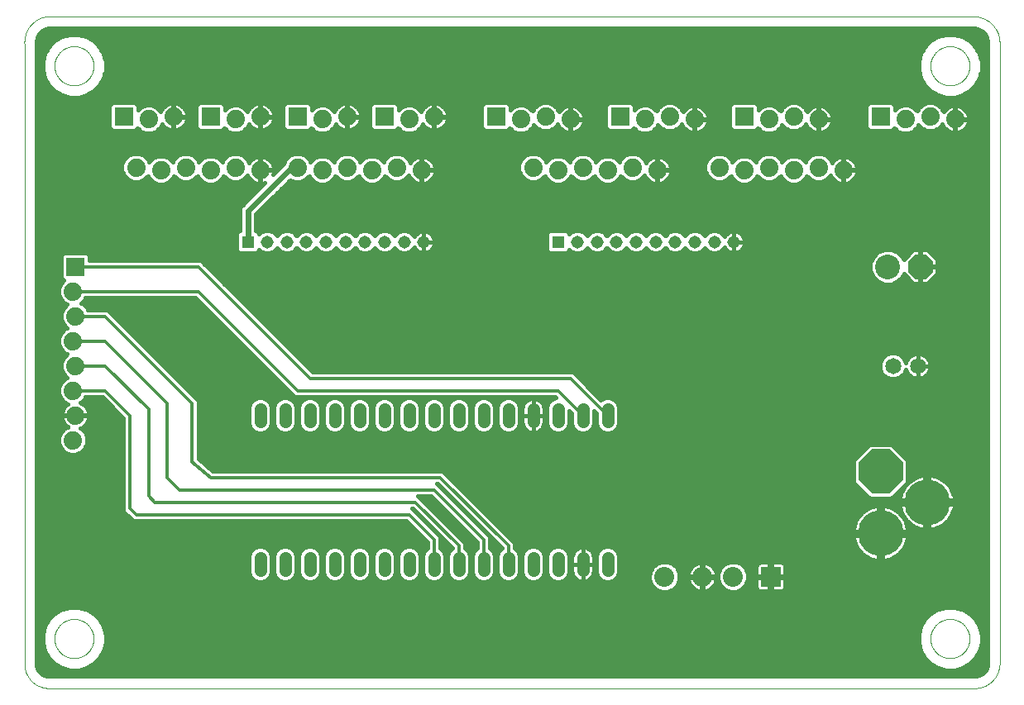
<source format=gbl>
G75*
%MOIN*%
%OFA0B0*%
%FSLAX25Y25*%
%IPPOS*%
%LPD*%
%AMOC8*
5,1,8,0,0,1.08239X$1,22.5*
%
%ADD10OC8,0.17717*%
%ADD11C,0.18504*%
%ADD12C,0.05150*%
%ADD13C,0.00000*%
%ADD14R,0.08000X0.08000*%
%ADD15C,0.08000*%
%ADD16C,0.10000*%
%ADD17OC8,0.10000*%
%ADD18C,0.06500*%
%ADD19R,0.07400X0.07400*%
%ADD20C,0.07400*%
%ADD21R,0.05150X0.05150*%
%ADD22C,0.05150*%
%ADD23C,0.01600*%
%ADD24C,0.02400*%
%ADD25C,0.01200*%
D10*
X0350000Y0092500D03*
D11*
X0368750Y0080000D03*
X0350000Y0067500D03*
D12*
X0240000Y0057575D02*
X0240000Y0052425D01*
X0230000Y0052425D02*
X0230000Y0057575D01*
X0220000Y0057575D02*
X0220000Y0052425D01*
X0210000Y0052425D02*
X0210000Y0057575D01*
X0200000Y0057575D02*
X0200000Y0052425D01*
X0190000Y0052425D02*
X0190000Y0057575D01*
X0180000Y0057575D02*
X0180000Y0052425D01*
X0170000Y0052425D02*
X0170000Y0057575D01*
X0160000Y0057575D02*
X0160000Y0052425D01*
X0150000Y0052425D02*
X0150000Y0057575D01*
X0140000Y0057575D02*
X0140000Y0052425D01*
X0130000Y0052425D02*
X0130000Y0057575D01*
X0120000Y0057575D02*
X0120000Y0052425D01*
X0110000Y0052425D02*
X0110000Y0057575D01*
X0100000Y0057575D02*
X0100000Y0052425D01*
X0100000Y0112425D02*
X0100000Y0117575D01*
X0110000Y0117575D02*
X0110000Y0112425D01*
X0120000Y0112425D02*
X0120000Y0117575D01*
X0130000Y0117575D02*
X0130000Y0112425D01*
X0140000Y0112425D02*
X0140000Y0117575D01*
X0150000Y0117575D02*
X0150000Y0112425D01*
X0160000Y0112425D02*
X0160000Y0117575D01*
X0170000Y0117575D02*
X0170000Y0112425D01*
X0180000Y0112425D02*
X0180000Y0117575D01*
X0190000Y0117575D02*
X0190000Y0112425D01*
X0200000Y0112425D02*
X0200000Y0117575D01*
X0210000Y0117575D02*
X0210000Y0112425D01*
X0220000Y0112425D02*
X0220000Y0117575D01*
X0230000Y0117575D02*
X0230000Y0112425D01*
X0240000Y0112425D02*
X0240000Y0117575D01*
D13*
X0032559Y0005000D02*
X0014843Y0005000D01*
X0014605Y0005003D01*
X0014367Y0005011D01*
X0014130Y0005026D01*
X0013893Y0005046D01*
X0013657Y0005072D01*
X0013421Y0005103D01*
X0013186Y0005140D01*
X0012952Y0005183D01*
X0012719Y0005232D01*
X0012487Y0005286D01*
X0012257Y0005346D01*
X0012028Y0005411D01*
X0011801Y0005482D01*
X0011576Y0005558D01*
X0011353Y0005640D01*
X0011131Y0005727D01*
X0010912Y0005819D01*
X0010695Y0005917D01*
X0010481Y0006019D01*
X0010269Y0006127D01*
X0010059Y0006241D01*
X0009853Y0006359D01*
X0009649Y0006482D01*
X0009449Y0006610D01*
X0009252Y0006742D01*
X0009057Y0006880D01*
X0008867Y0007022D01*
X0008679Y0007169D01*
X0008496Y0007320D01*
X0008316Y0007475D01*
X0008140Y0007635D01*
X0007968Y0007799D01*
X0007799Y0007968D01*
X0007635Y0008140D01*
X0007475Y0008316D01*
X0007320Y0008496D01*
X0007169Y0008679D01*
X0007022Y0008867D01*
X0006880Y0009057D01*
X0006742Y0009252D01*
X0006610Y0009449D01*
X0006482Y0009649D01*
X0006359Y0009853D01*
X0006241Y0010059D01*
X0006127Y0010269D01*
X0006019Y0010481D01*
X0005917Y0010695D01*
X0005819Y0010912D01*
X0005727Y0011131D01*
X0005640Y0011353D01*
X0005558Y0011576D01*
X0005482Y0011801D01*
X0005411Y0012028D01*
X0005346Y0012257D01*
X0005286Y0012487D01*
X0005232Y0012719D01*
X0005183Y0012952D01*
X0005140Y0013186D01*
X0005103Y0013421D01*
X0005072Y0013657D01*
X0005046Y0013893D01*
X0005026Y0014130D01*
X0005011Y0014367D01*
X0005003Y0014605D01*
X0005000Y0014843D01*
X0005000Y0036500D01*
X0005000Y0265000D01*
X0004989Y0265252D01*
X0004984Y0265504D01*
X0004986Y0265757D01*
X0004993Y0266009D01*
X0005006Y0266261D01*
X0005026Y0266512D01*
X0005051Y0266763D01*
X0005083Y0267013D01*
X0005121Y0267263D01*
X0005164Y0267511D01*
X0005214Y0267758D01*
X0005270Y0268004D01*
X0005331Y0268249D01*
X0005399Y0268492D01*
X0005472Y0268733D01*
X0005551Y0268973D01*
X0005636Y0269210D01*
X0005727Y0269446D01*
X0005823Y0269679D01*
X0005925Y0269909D01*
X0006032Y0270138D01*
X0006145Y0270363D01*
X0006263Y0270586D01*
X0006387Y0270806D01*
X0006516Y0271022D01*
X0006650Y0271236D01*
X0006789Y0271446D01*
X0006934Y0271653D01*
X0007083Y0271857D01*
X0007237Y0272056D01*
X0007396Y0272252D01*
X0007560Y0272444D01*
X0007728Y0272632D01*
X0007900Y0272816D01*
X0008077Y0272995D01*
X0008259Y0273171D01*
X0008444Y0273342D01*
X0008634Y0273508D01*
X0008828Y0273670D01*
X0009025Y0273827D01*
X0009226Y0273979D01*
X0009431Y0274126D01*
X0009639Y0274268D01*
X0009851Y0274405D01*
X0010066Y0274537D01*
X0010284Y0274664D01*
X0010505Y0274786D01*
X0010729Y0274902D01*
X0010955Y0275012D01*
X0011185Y0275118D01*
X0011416Y0275217D01*
X0011650Y0275311D01*
X0011887Y0275399D01*
X0012125Y0275482D01*
X0012365Y0275559D01*
X0012607Y0275630D01*
X0012851Y0275695D01*
X0013096Y0275754D01*
X0013343Y0275807D01*
X0013590Y0275854D01*
X0013839Y0275895D01*
X0014089Y0275931D01*
X0014339Y0275960D01*
X0014591Y0275983D01*
X0014842Y0276000D01*
X0014843Y0276000D02*
X0064055Y0276000D01*
X0387598Y0276000D01*
X0387857Y0275989D01*
X0388115Y0275973D01*
X0388372Y0275950D01*
X0388630Y0275921D01*
X0388886Y0275886D01*
X0389141Y0275844D01*
X0389395Y0275797D01*
X0389648Y0275743D01*
X0389900Y0275683D01*
X0390150Y0275617D01*
X0390399Y0275545D01*
X0390646Y0275467D01*
X0390890Y0275384D01*
X0391133Y0275294D01*
X0391373Y0275198D01*
X0391611Y0275097D01*
X0391847Y0274990D01*
X0392080Y0274877D01*
X0392310Y0274759D01*
X0392537Y0274635D01*
X0392761Y0274506D01*
X0392982Y0274371D01*
X0393199Y0274231D01*
X0393413Y0274086D01*
X0393624Y0273936D01*
X0393831Y0273780D01*
X0394034Y0273620D01*
X0394233Y0273455D01*
X0394428Y0273285D01*
X0394619Y0273110D01*
X0394805Y0272931D01*
X0394988Y0272748D01*
X0395165Y0272560D01*
X0395339Y0272367D01*
X0395507Y0272171D01*
X0395671Y0271971D01*
X0395829Y0271766D01*
X0395983Y0271558D01*
X0396132Y0271347D01*
X0396276Y0271132D01*
X0396414Y0270913D01*
X0396547Y0270691D01*
X0396674Y0270466D01*
X0396797Y0270238D01*
X0396913Y0270007D01*
X0397024Y0269773D01*
X0397129Y0269537D01*
X0397229Y0269298D01*
X0397323Y0269057D01*
X0397411Y0268814D01*
X0397493Y0268568D01*
X0397569Y0268321D01*
X0397639Y0268072D01*
X0397703Y0267822D01*
X0397760Y0267569D01*
X0397812Y0267316D01*
X0397858Y0267061D01*
X0397897Y0266806D01*
X0397931Y0266549D01*
X0397958Y0266292D01*
X0397979Y0266034D01*
X0397993Y0265776D01*
X0398002Y0265517D01*
X0398004Y0265259D01*
X0398000Y0265000D01*
X0398000Y0243000D01*
X0398000Y0014843D01*
X0398000Y0014842D02*
X0397990Y0014598D01*
X0397975Y0014354D01*
X0397953Y0014110D01*
X0397926Y0013867D01*
X0397893Y0013624D01*
X0397854Y0013383D01*
X0397809Y0013142D01*
X0397758Y0012903D01*
X0397701Y0012665D01*
X0397639Y0012428D01*
X0397571Y0012193D01*
X0397498Y0011960D01*
X0397418Y0011728D01*
X0397334Y0011499D01*
X0397243Y0011271D01*
X0397147Y0011046D01*
X0397046Y0010823D01*
X0396940Y0010603D01*
X0396828Y0010385D01*
X0396711Y0010170D01*
X0396589Y0009958D01*
X0396461Y0009749D01*
X0396329Y0009544D01*
X0396192Y0009341D01*
X0396050Y0009142D01*
X0395903Y0008946D01*
X0395751Y0008754D01*
X0395595Y0008566D01*
X0395434Y0008381D01*
X0395269Y0008201D01*
X0395100Y0008024D01*
X0394926Y0007852D01*
X0394748Y0007683D01*
X0394567Y0007519D01*
X0394381Y0007360D01*
X0394191Y0007205D01*
X0393998Y0007055D01*
X0393802Y0006909D01*
X0393601Y0006769D01*
X0393398Y0006633D01*
X0393191Y0006502D01*
X0392981Y0006376D01*
X0392769Y0006255D01*
X0392553Y0006140D01*
X0392334Y0006029D01*
X0392113Y0005924D01*
X0391890Y0005825D01*
X0391664Y0005730D01*
X0391436Y0005642D01*
X0391206Y0005558D01*
X0390974Y0005481D01*
X0390740Y0005409D01*
X0390504Y0005343D01*
X0390267Y0005282D01*
X0390029Y0005227D01*
X0389789Y0005178D01*
X0389548Y0005135D01*
X0389307Y0005097D01*
X0389064Y0005066D01*
X0388821Y0005040D01*
X0388577Y0005020D01*
X0388332Y0005006D01*
X0388088Y0004998D01*
X0387843Y0004996D01*
X0387598Y0005000D01*
X0032559Y0005000D01*
X0017126Y0025000D02*
X0017128Y0025193D01*
X0017135Y0025386D01*
X0017147Y0025579D01*
X0017164Y0025772D01*
X0017185Y0025964D01*
X0017211Y0026155D01*
X0017242Y0026346D01*
X0017277Y0026536D01*
X0017317Y0026725D01*
X0017362Y0026913D01*
X0017411Y0027100D01*
X0017465Y0027286D01*
X0017523Y0027470D01*
X0017586Y0027653D01*
X0017654Y0027834D01*
X0017725Y0028013D01*
X0017802Y0028191D01*
X0017882Y0028367D01*
X0017967Y0028540D01*
X0018056Y0028712D01*
X0018149Y0028881D01*
X0018246Y0029048D01*
X0018348Y0029213D01*
X0018453Y0029375D01*
X0018562Y0029534D01*
X0018676Y0029691D01*
X0018793Y0029844D01*
X0018913Y0029995D01*
X0019038Y0030143D01*
X0019166Y0030288D01*
X0019297Y0030429D01*
X0019432Y0030568D01*
X0019571Y0030703D01*
X0019712Y0030834D01*
X0019857Y0030962D01*
X0020005Y0031087D01*
X0020156Y0031207D01*
X0020309Y0031324D01*
X0020466Y0031438D01*
X0020625Y0031547D01*
X0020787Y0031652D01*
X0020952Y0031754D01*
X0021119Y0031851D01*
X0021288Y0031944D01*
X0021460Y0032033D01*
X0021633Y0032118D01*
X0021809Y0032198D01*
X0021987Y0032275D01*
X0022166Y0032346D01*
X0022347Y0032414D01*
X0022530Y0032477D01*
X0022714Y0032535D01*
X0022900Y0032589D01*
X0023087Y0032638D01*
X0023275Y0032683D01*
X0023464Y0032723D01*
X0023654Y0032758D01*
X0023845Y0032789D01*
X0024036Y0032815D01*
X0024228Y0032836D01*
X0024421Y0032853D01*
X0024614Y0032865D01*
X0024807Y0032872D01*
X0025000Y0032874D01*
X0025193Y0032872D01*
X0025386Y0032865D01*
X0025579Y0032853D01*
X0025772Y0032836D01*
X0025964Y0032815D01*
X0026155Y0032789D01*
X0026346Y0032758D01*
X0026536Y0032723D01*
X0026725Y0032683D01*
X0026913Y0032638D01*
X0027100Y0032589D01*
X0027286Y0032535D01*
X0027470Y0032477D01*
X0027653Y0032414D01*
X0027834Y0032346D01*
X0028013Y0032275D01*
X0028191Y0032198D01*
X0028367Y0032118D01*
X0028540Y0032033D01*
X0028712Y0031944D01*
X0028881Y0031851D01*
X0029048Y0031754D01*
X0029213Y0031652D01*
X0029375Y0031547D01*
X0029534Y0031438D01*
X0029691Y0031324D01*
X0029844Y0031207D01*
X0029995Y0031087D01*
X0030143Y0030962D01*
X0030288Y0030834D01*
X0030429Y0030703D01*
X0030568Y0030568D01*
X0030703Y0030429D01*
X0030834Y0030288D01*
X0030962Y0030143D01*
X0031087Y0029995D01*
X0031207Y0029844D01*
X0031324Y0029691D01*
X0031438Y0029534D01*
X0031547Y0029375D01*
X0031652Y0029213D01*
X0031754Y0029048D01*
X0031851Y0028881D01*
X0031944Y0028712D01*
X0032033Y0028540D01*
X0032118Y0028367D01*
X0032198Y0028191D01*
X0032275Y0028013D01*
X0032346Y0027834D01*
X0032414Y0027653D01*
X0032477Y0027470D01*
X0032535Y0027286D01*
X0032589Y0027100D01*
X0032638Y0026913D01*
X0032683Y0026725D01*
X0032723Y0026536D01*
X0032758Y0026346D01*
X0032789Y0026155D01*
X0032815Y0025964D01*
X0032836Y0025772D01*
X0032853Y0025579D01*
X0032865Y0025386D01*
X0032872Y0025193D01*
X0032874Y0025000D01*
X0032872Y0024807D01*
X0032865Y0024614D01*
X0032853Y0024421D01*
X0032836Y0024228D01*
X0032815Y0024036D01*
X0032789Y0023845D01*
X0032758Y0023654D01*
X0032723Y0023464D01*
X0032683Y0023275D01*
X0032638Y0023087D01*
X0032589Y0022900D01*
X0032535Y0022714D01*
X0032477Y0022530D01*
X0032414Y0022347D01*
X0032346Y0022166D01*
X0032275Y0021987D01*
X0032198Y0021809D01*
X0032118Y0021633D01*
X0032033Y0021460D01*
X0031944Y0021288D01*
X0031851Y0021119D01*
X0031754Y0020952D01*
X0031652Y0020787D01*
X0031547Y0020625D01*
X0031438Y0020466D01*
X0031324Y0020309D01*
X0031207Y0020156D01*
X0031087Y0020005D01*
X0030962Y0019857D01*
X0030834Y0019712D01*
X0030703Y0019571D01*
X0030568Y0019432D01*
X0030429Y0019297D01*
X0030288Y0019166D01*
X0030143Y0019038D01*
X0029995Y0018913D01*
X0029844Y0018793D01*
X0029691Y0018676D01*
X0029534Y0018562D01*
X0029375Y0018453D01*
X0029213Y0018348D01*
X0029048Y0018246D01*
X0028881Y0018149D01*
X0028712Y0018056D01*
X0028540Y0017967D01*
X0028367Y0017882D01*
X0028191Y0017802D01*
X0028013Y0017725D01*
X0027834Y0017654D01*
X0027653Y0017586D01*
X0027470Y0017523D01*
X0027286Y0017465D01*
X0027100Y0017411D01*
X0026913Y0017362D01*
X0026725Y0017317D01*
X0026536Y0017277D01*
X0026346Y0017242D01*
X0026155Y0017211D01*
X0025964Y0017185D01*
X0025772Y0017164D01*
X0025579Y0017147D01*
X0025386Y0017135D01*
X0025193Y0017128D01*
X0025000Y0017126D01*
X0024807Y0017128D01*
X0024614Y0017135D01*
X0024421Y0017147D01*
X0024228Y0017164D01*
X0024036Y0017185D01*
X0023845Y0017211D01*
X0023654Y0017242D01*
X0023464Y0017277D01*
X0023275Y0017317D01*
X0023087Y0017362D01*
X0022900Y0017411D01*
X0022714Y0017465D01*
X0022530Y0017523D01*
X0022347Y0017586D01*
X0022166Y0017654D01*
X0021987Y0017725D01*
X0021809Y0017802D01*
X0021633Y0017882D01*
X0021460Y0017967D01*
X0021288Y0018056D01*
X0021119Y0018149D01*
X0020952Y0018246D01*
X0020787Y0018348D01*
X0020625Y0018453D01*
X0020466Y0018562D01*
X0020309Y0018676D01*
X0020156Y0018793D01*
X0020005Y0018913D01*
X0019857Y0019038D01*
X0019712Y0019166D01*
X0019571Y0019297D01*
X0019432Y0019432D01*
X0019297Y0019571D01*
X0019166Y0019712D01*
X0019038Y0019857D01*
X0018913Y0020005D01*
X0018793Y0020156D01*
X0018676Y0020309D01*
X0018562Y0020466D01*
X0018453Y0020625D01*
X0018348Y0020787D01*
X0018246Y0020952D01*
X0018149Y0021119D01*
X0018056Y0021288D01*
X0017967Y0021460D01*
X0017882Y0021633D01*
X0017802Y0021809D01*
X0017725Y0021987D01*
X0017654Y0022166D01*
X0017586Y0022347D01*
X0017523Y0022530D01*
X0017465Y0022714D01*
X0017411Y0022900D01*
X0017362Y0023087D01*
X0017317Y0023275D01*
X0017277Y0023464D01*
X0017242Y0023654D01*
X0017211Y0023845D01*
X0017185Y0024036D01*
X0017164Y0024228D01*
X0017147Y0024421D01*
X0017135Y0024614D01*
X0017128Y0024807D01*
X0017126Y0025000D01*
X0017126Y0256000D02*
X0017128Y0256193D01*
X0017135Y0256386D01*
X0017147Y0256579D01*
X0017164Y0256772D01*
X0017185Y0256964D01*
X0017211Y0257155D01*
X0017242Y0257346D01*
X0017277Y0257536D01*
X0017317Y0257725D01*
X0017362Y0257913D01*
X0017411Y0258100D01*
X0017465Y0258286D01*
X0017523Y0258470D01*
X0017586Y0258653D01*
X0017654Y0258834D01*
X0017725Y0259013D01*
X0017802Y0259191D01*
X0017882Y0259367D01*
X0017967Y0259540D01*
X0018056Y0259712D01*
X0018149Y0259881D01*
X0018246Y0260048D01*
X0018348Y0260213D01*
X0018453Y0260375D01*
X0018562Y0260534D01*
X0018676Y0260691D01*
X0018793Y0260844D01*
X0018913Y0260995D01*
X0019038Y0261143D01*
X0019166Y0261288D01*
X0019297Y0261429D01*
X0019432Y0261568D01*
X0019571Y0261703D01*
X0019712Y0261834D01*
X0019857Y0261962D01*
X0020005Y0262087D01*
X0020156Y0262207D01*
X0020309Y0262324D01*
X0020466Y0262438D01*
X0020625Y0262547D01*
X0020787Y0262652D01*
X0020952Y0262754D01*
X0021119Y0262851D01*
X0021288Y0262944D01*
X0021460Y0263033D01*
X0021633Y0263118D01*
X0021809Y0263198D01*
X0021987Y0263275D01*
X0022166Y0263346D01*
X0022347Y0263414D01*
X0022530Y0263477D01*
X0022714Y0263535D01*
X0022900Y0263589D01*
X0023087Y0263638D01*
X0023275Y0263683D01*
X0023464Y0263723D01*
X0023654Y0263758D01*
X0023845Y0263789D01*
X0024036Y0263815D01*
X0024228Y0263836D01*
X0024421Y0263853D01*
X0024614Y0263865D01*
X0024807Y0263872D01*
X0025000Y0263874D01*
X0025193Y0263872D01*
X0025386Y0263865D01*
X0025579Y0263853D01*
X0025772Y0263836D01*
X0025964Y0263815D01*
X0026155Y0263789D01*
X0026346Y0263758D01*
X0026536Y0263723D01*
X0026725Y0263683D01*
X0026913Y0263638D01*
X0027100Y0263589D01*
X0027286Y0263535D01*
X0027470Y0263477D01*
X0027653Y0263414D01*
X0027834Y0263346D01*
X0028013Y0263275D01*
X0028191Y0263198D01*
X0028367Y0263118D01*
X0028540Y0263033D01*
X0028712Y0262944D01*
X0028881Y0262851D01*
X0029048Y0262754D01*
X0029213Y0262652D01*
X0029375Y0262547D01*
X0029534Y0262438D01*
X0029691Y0262324D01*
X0029844Y0262207D01*
X0029995Y0262087D01*
X0030143Y0261962D01*
X0030288Y0261834D01*
X0030429Y0261703D01*
X0030568Y0261568D01*
X0030703Y0261429D01*
X0030834Y0261288D01*
X0030962Y0261143D01*
X0031087Y0260995D01*
X0031207Y0260844D01*
X0031324Y0260691D01*
X0031438Y0260534D01*
X0031547Y0260375D01*
X0031652Y0260213D01*
X0031754Y0260048D01*
X0031851Y0259881D01*
X0031944Y0259712D01*
X0032033Y0259540D01*
X0032118Y0259367D01*
X0032198Y0259191D01*
X0032275Y0259013D01*
X0032346Y0258834D01*
X0032414Y0258653D01*
X0032477Y0258470D01*
X0032535Y0258286D01*
X0032589Y0258100D01*
X0032638Y0257913D01*
X0032683Y0257725D01*
X0032723Y0257536D01*
X0032758Y0257346D01*
X0032789Y0257155D01*
X0032815Y0256964D01*
X0032836Y0256772D01*
X0032853Y0256579D01*
X0032865Y0256386D01*
X0032872Y0256193D01*
X0032874Y0256000D01*
X0032872Y0255807D01*
X0032865Y0255614D01*
X0032853Y0255421D01*
X0032836Y0255228D01*
X0032815Y0255036D01*
X0032789Y0254845D01*
X0032758Y0254654D01*
X0032723Y0254464D01*
X0032683Y0254275D01*
X0032638Y0254087D01*
X0032589Y0253900D01*
X0032535Y0253714D01*
X0032477Y0253530D01*
X0032414Y0253347D01*
X0032346Y0253166D01*
X0032275Y0252987D01*
X0032198Y0252809D01*
X0032118Y0252633D01*
X0032033Y0252460D01*
X0031944Y0252288D01*
X0031851Y0252119D01*
X0031754Y0251952D01*
X0031652Y0251787D01*
X0031547Y0251625D01*
X0031438Y0251466D01*
X0031324Y0251309D01*
X0031207Y0251156D01*
X0031087Y0251005D01*
X0030962Y0250857D01*
X0030834Y0250712D01*
X0030703Y0250571D01*
X0030568Y0250432D01*
X0030429Y0250297D01*
X0030288Y0250166D01*
X0030143Y0250038D01*
X0029995Y0249913D01*
X0029844Y0249793D01*
X0029691Y0249676D01*
X0029534Y0249562D01*
X0029375Y0249453D01*
X0029213Y0249348D01*
X0029048Y0249246D01*
X0028881Y0249149D01*
X0028712Y0249056D01*
X0028540Y0248967D01*
X0028367Y0248882D01*
X0028191Y0248802D01*
X0028013Y0248725D01*
X0027834Y0248654D01*
X0027653Y0248586D01*
X0027470Y0248523D01*
X0027286Y0248465D01*
X0027100Y0248411D01*
X0026913Y0248362D01*
X0026725Y0248317D01*
X0026536Y0248277D01*
X0026346Y0248242D01*
X0026155Y0248211D01*
X0025964Y0248185D01*
X0025772Y0248164D01*
X0025579Y0248147D01*
X0025386Y0248135D01*
X0025193Y0248128D01*
X0025000Y0248126D01*
X0024807Y0248128D01*
X0024614Y0248135D01*
X0024421Y0248147D01*
X0024228Y0248164D01*
X0024036Y0248185D01*
X0023845Y0248211D01*
X0023654Y0248242D01*
X0023464Y0248277D01*
X0023275Y0248317D01*
X0023087Y0248362D01*
X0022900Y0248411D01*
X0022714Y0248465D01*
X0022530Y0248523D01*
X0022347Y0248586D01*
X0022166Y0248654D01*
X0021987Y0248725D01*
X0021809Y0248802D01*
X0021633Y0248882D01*
X0021460Y0248967D01*
X0021288Y0249056D01*
X0021119Y0249149D01*
X0020952Y0249246D01*
X0020787Y0249348D01*
X0020625Y0249453D01*
X0020466Y0249562D01*
X0020309Y0249676D01*
X0020156Y0249793D01*
X0020005Y0249913D01*
X0019857Y0250038D01*
X0019712Y0250166D01*
X0019571Y0250297D01*
X0019432Y0250432D01*
X0019297Y0250571D01*
X0019166Y0250712D01*
X0019038Y0250857D01*
X0018913Y0251005D01*
X0018793Y0251156D01*
X0018676Y0251309D01*
X0018562Y0251466D01*
X0018453Y0251625D01*
X0018348Y0251787D01*
X0018246Y0251952D01*
X0018149Y0252119D01*
X0018056Y0252288D01*
X0017967Y0252460D01*
X0017882Y0252633D01*
X0017802Y0252809D01*
X0017725Y0252987D01*
X0017654Y0253166D01*
X0017586Y0253347D01*
X0017523Y0253530D01*
X0017465Y0253714D01*
X0017411Y0253900D01*
X0017362Y0254087D01*
X0017317Y0254275D01*
X0017277Y0254464D01*
X0017242Y0254654D01*
X0017211Y0254845D01*
X0017185Y0255036D01*
X0017164Y0255228D01*
X0017147Y0255421D01*
X0017135Y0255614D01*
X0017128Y0255807D01*
X0017126Y0256000D01*
X0370126Y0256000D02*
X0370128Y0256193D01*
X0370135Y0256386D01*
X0370147Y0256579D01*
X0370164Y0256772D01*
X0370185Y0256964D01*
X0370211Y0257155D01*
X0370242Y0257346D01*
X0370277Y0257536D01*
X0370317Y0257725D01*
X0370362Y0257913D01*
X0370411Y0258100D01*
X0370465Y0258286D01*
X0370523Y0258470D01*
X0370586Y0258653D01*
X0370654Y0258834D01*
X0370725Y0259013D01*
X0370802Y0259191D01*
X0370882Y0259367D01*
X0370967Y0259540D01*
X0371056Y0259712D01*
X0371149Y0259881D01*
X0371246Y0260048D01*
X0371348Y0260213D01*
X0371453Y0260375D01*
X0371562Y0260534D01*
X0371676Y0260691D01*
X0371793Y0260844D01*
X0371913Y0260995D01*
X0372038Y0261143D01*
X0372166Y0261288D01*
X0372297Y0261429D01*
X0372432Y0261568D01*
X0372571Y0261703D01*
X0372712Y0261834D01*
X0372857Y0261962D01*
X0373005Y0262087D01*
X0373156Y0262207D01*
X0373309Y0262324D01*
X0373466Y0262438D01*
X0373625Y0262547D01*
X0373787Y0262652D01*
X0373952Y0262754D01*
X0374119Y0262851D01*
X0374288Y0262944D01*
X0374460Y0263033D01*
X0374633Y0263118D01*
X0374809Y0263198D01*
X0374987Y0263275D01*
X0375166Y0263346D01*
X0375347Y0263414D01*
X0375530Y0263477D01*
X0375714Y0263535D01*
X0375900Y0263589D01*
X0376087Y0263638D01*
X0376275Y0263683D01*
X0376464Y0263723D01*
X0376654Y0263758D01*
X0376845Y0263789D01*
X0377036Y0263815D01*
X0377228Y0263836D01*
X0377421Y0263853D01*
X0377614Y0263865D01*
X0377807Y0263872D01*
X0378000Y0263874D01*
X0378193Y0263872D01*
X0378386Y0263865D01*
X0378579Y0263853D01*
X0378772Y0263836D01*
X0378964Y0263815D01*
X0379155Y0263789D01*
X0379346Y0263758D01*
X0379536Y0263723D01*
X0379725Y0263683D01*
X0379913Y0263638D01*
X0380100Y0263589D01*
X0380286Y0263535D01*
X0380470Y0263477D01*
X0380653Y0263414D01*
X0380834Y0263346D01*
X0381013Y0263275D01*
X0381191Y0263198D01*
X0381367Y0263118D01*
X0381540Y0263033D01*
X0381712Y0262944D01*
X0381881Y0262851D01*
X0382048Y0262754D01*
X0382213Y0262652D01*
X0382375Y0262547D01*
X0382534Y0262438D01*
X0382691Y0262324D01*
X0382844Y0262207D01*
X0382995Y0262087D01*
X0383143Y0261962D01*
X0383288Y0261834D01*
X0383429Y0261703D01*
X0383568Y0261568D01*
X0383703Y0261429D01*
X0383834Y0261288D01*
X0383962Y0261143D01*
X0384087Y0260995D01*
X0384207Y0260844D01*
X0384324Y0260691D01*
X0384438Y0260534D01*
X0384547Y0260375D01*
X0384652Y0260213D01*
X0384754Y0260048D01*
X0384851Y0259881D01*
X0384944Y0259712D01*
X0385033Y0259540D01*
X0385118Y0259367D01*
X0385198Y0259191D01*
X0385275Y0259013D01*
X0385346Y0258834D01*
X0385414Y0258653D01*
X0385477Y0258470D01*
X0385535Y0258286D01*
X0385589Y0258100D01*
X0385638Y0257913D01*
X0385683Y0257725D01*
X0385723Y0257536D01*
X0385758Y0257346D01*
X0385789Y0257155D01*
X0385815Y0256964D01*
X0385836Y0256772D01*
X0385853Y0256579D01*
X0385865Y0256386D01*
X0385872Y0256193D01*
X0385874Y0256000D01*
X0385872Y0255807D01*
X0385865Y0255614D01*
X0385853Y0255421D01*
X0385836Y0255228D01*
X0385815Y0255036D01*
X0385789Y0254845D01*
X0385758Y0254654D01*
X0385723Y0254464D01*
X0385683Y0254275D01*
X0385638Y0254087D01*
X0385589Y0253900D01*
X0385535Y0253714D01*
X0385477Y0253530D01*
X0385414Y0253347D01*
X0385346Y0253166D01*
X0385275Y0252987D01*
X0385198Y0252809D01*
X0385118Y0252633D01*
X0385033Y0252460D01*
X0384944Y0252288D01*
X0384851Y0252119D01*
X0384754Y0251952D01*
X0384652Y0251787D01*
X0384547Y0251625D01*
X0384438Y0251466D01*
X0384324Y0251309D01*
X0384207Y0251156D01*
X0384087Y0251005D01*
X0383962Y0250857D01*
X0383834Y0250712D01*
X0383703Y0250571D01*
X0383568Y0250432D01*
X0383429Y0250297D01*
X0383288Y0250166D01*
X0383143Y0250038D01*
X0382995Y0249913D01*
X0382844Y0249793D01*
X0382691Y0249676D01*
X0382534Y0249562D01*
X0382375Y0249453D01*
X0382213Y0249348D01*
X0382048Y0249246D01*
X0381881Y0249149D01*
X0381712Y0249056D01*
X0381540Y0248967D01*
X0381367Y0248882D01*
X0381191Y0248802D01*
X0381013Y0248725D01*
X0380834Y0248654D01*
X0380653Y0248586D01*
X0380470Y0248523D01*
X0380286Y0248465D01*
X0380100Y0248411D01*
X0379913Y0248362D01*
X0379725Y0248317D01*
X0379536Y0248277D01*
X0379346Y0248242D01*
X0379155Y0248211D01*
X0378964Y0248185D01*
X0378772Y0248164D01*
X0378579Y0248147D01*
X0378386Y0248135D01*
X0378193Y0248128D01*
X0378000Y0248126D01*
X0377807Y0248128D01*
X0377614Y0248135D01*
X0377421Y0248147D01*
X0377228Y0248164D01*
X0377036Y0248185D01*
X0376845Y0248211D01*
X0376654Y0248242D01*
X0376464Y0248277D01*
X0376275Y0248317D01*
X0376087Y0248362D01*
X0375900Y0248411D01*
X0375714Y0248465D01*
X0375530Y0248523D01*
X0375347Y0248586D01*
X0375166Y0248654D01*
X0374987Y0248725D01*
X0374809Y0248802D01*
X0374633Y0248882D01*
X0374460Y0248967D01*
X0374288Y0249056D01*
X0374119Y0249149D01*
X0373952Y0249246D01*
X0373787Y0249348D01*
X0373625Y0249453D01*
X0373466Y0249562D01*
X0373309Y0249676D01*
X0373156Y0249793D01*
X0373005Y0249913D01*
X0372857Y0250038D01*
X0372712Y0250166D01*
X0372571Y0250297D01*
X0372432Y0250432D01*
X0372297Y0250571D01*
X0372166Y0250712D01*
X0372038Y0250857D01*
X0371913Y0251005D01*
X0371793Y0251156D01*
X0371676Y0251309D01*
X0371562Y0251466D01*
X0371453Y0251625D01*
X0371348Y0251787D01*
X0371246Y0251952D01*
X0371149Y0252119D01*
X0371056Y0252288D01*
X0370967Y0252460D01*
X0370882Y0252633D01*
X0370802Y0252809D01*
X0370725Y0252987D01*
X0370654Y0253166D01*
X0370586Y0253347D01*
X0370523Y0253530D01*
X0370465Y0253714D01*
X0370411Y0253900D01*
X0370362Y0254087D01*
X0370317Y0254275D01*
X0370277Y0254464D01*
X0370242Y0254654D01*
X0370211Y0254845D01*
X0370185Y0255036D01*
X0370164Y0255228D01*
X0370147Y0255421D01*
X0370135Y0255614D01*
X0370128Y0255807D01*
X0370126Y0256000D01*
X0370126Y0025000D02*
X0370128Y0025193D01*
X0370135Y0025386D01*
X0370147Y0025579D01*
X0370164Y0025772D01*
X0370185Y0025964D01*
X0370211Y0026155D01*
X0370242Y0026346D01*
X0370277Y0026536D01*
X0370317Y0026725D01*
X0370362Y0026913D01*
X0370411Y0027100D01*
X0370465Y0027286D01*
X0370523Y0027470D01*
X0370586Y0027653D01*
X0370654Y0027834D01*
X0370725Y0028013D01*
X0370802Y0028191D01*
X0370882Y0028367D01*
X0370967Y0028540D01*
X0371056Y0028712D01*
X0371149Y0028881D01*
X0371246Y0029048D01*
X0371348Y0029213D01*
X0371453Y0029375D01*
X0371562Y0029534D01*
X0371676Y0029691D01*
X0371793Y0029844D01*
X0371913Y0029995D01*
X0372038Y0030143D01*
X0372166Y0030288D01*
X0372297Y0030429D01*
X0372432Y0030568D01*
X0372571Y0030703D01*
X0372712Y0030834D01*
X0372857Y0030962D01*
X0373005Y0031087D01*
X0373156Y0031207D01*
X0373309Y0031324D01*
X0373466Y0031438D01*
X0373625Y0031547D01*
X0373787Y0031652D01*
X0373952Y0031754D01*
X0374119Y0031851D01*
X0374288Y0031944D01*
X0374460Y0032033D01*
X0374633Y0032118D01*
X0374809Y0032198D01*
X0374987Y0032275D01*
X0375166Y0032346D01*
X0375347Y0032414D01*
X0375530Y0032477D01*
X0375714Y0032535D01*
X0375900Y0032589D01*
X0376087Y0032638D01*
X0376275Y0032683D01*
X0376464Y0032723D01*
X0376654Y0032758D01*
X0376845Y0032789D01*
X0377036Y0032815D01*
X0377228Y0032836D01*
X0377421Y0032853D01*
X0377614Y0032865D01*
X0377807Y0032872D01*
X0378000Y0032874D01*
X0378193Y0032872D01*
X0378386Y0032865D01*
X0378579Y0032853D01*
X0378772Y0032836D01*
X0378964Y0032815D01*
X0379155Y0032789D01*
X0379346Y0032758D01*
X0379536Y0032723D01*
X0379725Y0032683D01*
X0379913Y0032638D01*
X0380100Y0032589D01*
X0380286Y0032535D01*
X0380470Y0032477D01*
X0380653Y0032414D01*
X0380834Y0032346D01*
X0381013Y0032275D01*
X0381191Y0032198D01*
X0381367Y0032118D01*
X0381540Y0032033D01*
X0381712Y0031944D01*
X0381881Y0031851D01*
X0382048Y0031754D01*
X0382213Y0031652D01*
X0382375Y0031547D01*
X0382534Y0031438D01*
X0382691Y0031324D01*
X0382844Y0031207D01*
X0382995Y0031087D01*
X0383143Y0030962D01*
X0383288Y0030834D01*
X0383429Y0030703D01*
X0383568Y0030568D01*
X0383703Y0030429D01*
X0383834Y0030288D01*
X0383962Y0030143D01*
X0384087Y0029995D01*
X0384207Y0029844D01*
X0384324Y0029691D01*
X0384438Y0029534D01*
X0384547Y0029375D01*
X0384652Y0029213D01*
X0384754Y0029048D01*
X0384851Y0028881D01*
X0384944Y0028712D01*
X0385033Y0028540D01*
X0385118Y0028367D01*
X0385198Y0028191D01*
X0385275Y0028013D01*
X0385346Y0027834D01*
X0385414Y0027653D01*
X0385477Y0027470D01*
X0385535Y0027286D01*
X0385589Y0027100D01*
X0385638Y0026913D01*
X0385683Y0026725D01*
X0385723Y0026536D01*
X0385758Y0026346D01*
X0385789Y0026155D01*
X0385815Y0025964D01*
X0385836Y0025772D01*
X0385853Y0025579D01*
X0385865Y0025386D01*
X0385872Y0025193D01*
X0385874Y0025000D01*
X0385872Y0024807D01*
X0385865Y0024614D01*
X0385853Y0024421D01*
X0385836Y0024228D01*
X0385815Y0024036D01*
X0385789Y0023845D01*
X0385758Y0023654D01*
X0385723Y0023464D01*
X0385683Y0023275D01*
X0385638Y0023087D01*
X0385589Y0022900D01*
X0385535Y0022714D01*
X0385477Y0022530D01*
X0385414Y0022347D01*
X0385346Y0022166D01*
X0385275Y0021987D01*
X0385198Y0021809D01*
X0385118Y0021633D01*
X0385033Y0021460D01*
X0384944Y0021288D01*
X0384851Y0021119D01*
X0384754Y0020952D01*
X0384652Y0020787D01*
X0384547Y0020625D01*
X0384438Y0020466D01*
X0384324Y0020309D01*
X0384207Y0020156D01*
X0384087Y0020005D01*
X0383962Y0019857D01*
X0383834Y0019712D01*
X0383703Y0019571D01*
X0383568Y0019432D01*
X0383429Y0019297D01*
X0383288Y0019166D01*
X0383143Y0019038D01*
X0382995Y0018913D01*
X0382844Y0018793D01*
X0382691Y0018676D01*
X0382534Y0018562D01*
X0382375Y0018453D01*
X0382213Y0018348D01*
X0382048Y0018246D01*
X0381881Y0018149D01*
X0381712Y0018056D01*
X0381540Y0017967D01*
X0381367Y0017882D01*
X0381191Y0017802D01*
X0381013Y0017725D01*
X0380834Y0017654D01*
X0380653Y0017586D01*
X0380470Y0017523D01*
X0380286Y0017465D01*
X0380100Y0017411D01*
X0379913Y0017362D01*
X0379725Y0017317D01*
X0379536Y0017277D01*
X0379346Y0017242D01*
X0379155Y0017211D01*
X0378964Y0017185D01*
X0378772Y0017164D01*
X0378579Y0017147D01*
X0378386Y0017135D01*
X0378193Y0017128D01*
X0378000Y0017126D01*
X0377807Y0017128D01*
X0377614Y0017135D01*
X0377421Y0017147D01*
X0377228Y0017164D01*
X0377036Y0017185D01*
X0376845Y0017211D01*
X0376654Y0017242D01*
X0376464Y0017277D01*
X0376275Y0017317D01*
X0376087Y0017362D01*
X0375900Y0017411D01*
X0375714Y0017465D01*
X0375530Y0017523D01*
X0375347Y0017586D01*
X0375166Y0017654D01*
X0374987Y0017725D01*
X0374809Y0017802D01*
X0374633Y0017882D01*
X0374460Y0017967D01*
X0374288Y0018056D01*
X0374119Y0018149D01*
X0373952Y0018246D01*
X0373787Y0018348D01*
X0373625Y0018453D01*
X0373466Y0018562D01*
X0373309Y0018676D01*
X0373156Y0018793D01*
X0373005Y0018913D01*
X0372857Y0019038D01*
X0372712Y0019166D01*
X0372571Y0019297D01*
X0372432Y0019432D01*
X0372297Y0019571D01*
X0372166Y0019712D01*
X0372038Y0019857D01*
X0371913Y0020005D01*
X0371793Y0020156D01*
X0371676Y0020309D01*
X0371562Y0020466D01*
X0371453Y0020625D01*
X0371348Y0020787D01*
X0371246Y0020952D01*
X0371149Y0021119D01*
X0371056Y0021288D01*
X0370967Y0021460D01*
X0370882Y0021633D01*
X0370802Y0021809D01*
X0370725Y0021987D01*
X0370654Y0022166D01*
X0370586Y0022347D01*
X0370523Y0022530D01*
X0370465Y0022714D01*
X0370411Y0022900D01*
X0370362Y0023087D01*
X0370317Y0023275D01*
X0370277Y0023464D01*
X0370242Y0023654D01*
X0370211Y0023845D01*
X0370185Y0024036D01*
X0370164Y0024228D01*
X0370147Y0024421D01*
X0370135Y0024614D01*
X0370128Y0024807D01*
X0370126Y0025000D01*
D14*
X0305700Y0050000D03*
D15*
X0290520Y0050000D03*
X0278141Y0050000D03*
X0262961Y0050000D03*
D16*
X0352953Y0175000D03*
D17*
X0366063Y0175000D03*
D18*
X0365000Y0135000D03*
X0355000Y0135000D03*
D19*
X0350000Y0235500D03*
X0295000Y0235500D03*
X0245000Y0235500D03*
X0195000Y0235500D03*
X0150000Y0235500D03*
X0115000Y0235500D03*
X0080000Y0235500D03*
X0045000Y0235500D03*
X0025500Y0175000D03*
D20*
X0024500Y0165000D03*
X0025500Y0155000D03*
X0024500Y0145000D03*
X0025500Y0135000D03*
X0024500Y0125000D03*
X0025500Y0115000D03*
X0024500Y0105000D03*
X0060000Y0214000D03*
X0070000Y0215000D03*
X0080000Y0214000D03*
X0090000Y0215000D03*
X0100000Y0214000D03*
X0115000Y0215000D03*
X0125000Y0214000D03*
X0135000Y0215000D03*
X0145000Y0214000D03*
X0155000Y0215000D03*
X0165000Y0214000D03*
X0160000Y0234500D03*
X0170000Y0235500D03*
X0205000Y0234500D03*
X0215000Y0235500D03*
X0225000Y0234500D03*
X0230000Y0215000D03*
X0240000Y0214000D03*
X0250000Y0215000D03*
X0260000Y0214000D03*
X0285000Y0215000D03*
X0295000Y0214000D03*
X0305000Y0215000D03*
X0315000Y0214000D03*
X0325000Y0215000D03*
X0335000Y0214000D03*
X0325000Y0234500D03*
X0315000Y0235500D03*
X0305000Y0234500D03*
X0275000Y0234500D03*
X0265000Y0235500D03*
X0255000Y0234500D03*
X0220000Y0214000D03*
X0210000Y0215000D03*
X0135000Y0235500D03*
X0125000Y0234500D03*
X0100000Y0235500D03*
X0090000Y0234500D03*
X0065000Y0235500D03*
X0055000Y0234500D03*
X0050000Y0215000D03*
X0360000Y0234500D03*
X0370000Y0235500D03*
X0380000Y0234500D03*
D21*
X0220000Y0185000D03*
X0095000Y0185000D03*
D22*
X0102874Y0185000D03*
X0110748Y0185000D03*
X0118622Y0185000D03*
X0126496Y0185000D03*
X0134370Y0185000D03*
X0142244Y0185000D03*
X0150118Y0185000D03*
X0157992Y0185000D03*
X0165866Y0185000D03*
X0227874Y0185000D03*
X0235748Y0185000D03*
X0243622Y0185000D03*
X0251496Y0185000D03*
X0259370Y0185000D03*
X0267244Y0185000D03*
X0275118Y0185000D03*
X0282992Y0185000D03*
X0290866Y0185000D03*
D23*
X0290866Y0189375D01*
X0290522Y0189375D01*
X0289842Y0189267D01*
X0289187Y0189054D01*
X0288573Y0188742D01*
X0288016Y0188337D01*
X0287529Y0187850D01*
X0287124Y0187293D01*
X0287053Y0187152D01*
X0286870Y0187591D01*
X0285584Y0188878D01*
X0283902Y0189575D01*
X0282082Y0189575D01*
X0280401Y0188878D01*
X0279114Y0187591D01*
X0279055Y0187450D01*
X0278996Y0187591D01*
X0277710Y0188878D01*
X0276028Y0189575D01*
X0274208Y0189575D01*
X0272527Y0188878D01*
X0271240Y0187591D01*
X0271181Y0187450D01*
X0271122Y0187591D01*
X0269836Y0188878D01*
X0268154Y0189575D01*
X0266334Y0189575D01*
X0264653Y0188878D01*
X0263366Y0187591D01*
X0263307Y0187450D01*
X0263248Y0187591D01*
X0261961Y0188878D01*
X0260280Y0189575D01*
X0258460Y0189575D01*
X0256779Y0188878D01*
X0255492Y0187591D01*
X0255433Y0187450D01*
X0255374Y0187591D01*
X0254087Y0188878D01*
X0252406Y0189575D01*
X0250586Y0189575D01*
X0248905Y0188878D01*
X0247618Y0187591D01*
X0247559Y0187450D01*
X0247500Y0187591D01*
X0246213Y0188878D01*
X0244532Y0189575D01*
X0242712Y0189575D01*
X0241031Y0188878D01*
X0239744Y0187591D01*
X0239685Y0187450D01*
X0239626Y0187591D01*
X0238339Y0188878D01*
X0236658Y0189575D01*
X0234838Y0189575D01*
X0233157Y0188878D01*
X0231870Y0187591D01*
X0231811Y0187450D01*
X0231752Y0187591D01*
X0230465Y0188878D01*
X0228784Y0189575D01*
X0226964Y0189575D01*
X0225283Y0188878D01*
X0224575Y0188171D01*
X0224575Y0188403D01*
X0223403Y0189575D01*
X0216597Y0189575D01*
X0215425Y0188403D01*
X0215425Y0181597D01*
X0216597Y0180425D01*
X0223403Y0180425D01*
X0224575Y0181597D01*
X0224575Y0181829D01*
X0225283Y0181122D01*
X0226964Y0180425D01*
X0228784Y0180425D01*
X0230465Y0181122D01*
X0231752Y0182409D01*
X0231811Y0182550D01*
X0231870Y0182409D01*
X0233157Y0181122D01*
X0234838Y0180425D01*
X0236658Y0180425D01*
X0238339Y0181122D01*
X0239626Y0182409D01*
X0239685Y0182550D01*
X0239744Y0182409D01*
X0241031Y0181122D01*
X0242712Y0180425D01*
X0244532Y0180425D01*
X0246213Y0181122D01*
X0247500Y0182409D01*
X0247559Y0182550D01*
X0247618Y0182409D01*
X0248905Y0181122D01*
X0250586Y0180425D01*
X0252406Y0180425D01*
X0254087Y0181122D01*
X0255374Y0182409D01*
X0255433Y0182550D01*
X0255492Y0182409D01*
X0256779Y0181122D01*
X0258460Y0180425D01*
X0260280Y0180425D01*
X0261961Y0181122D01*
X0263248Y0182409D01*
X0263307Y0182550D01*
X0263366Y0182409D01*
X0264653Y0181122D01*
X0266334Y0180425D01*
X0268154Y0180425D01*
X0269836Y0181122D01*
X0271122Y0182409D01*
X0271181Y0182550D01*
X0271240Y0182409D01*
X0272527Y0181122D01*
X0274208Y0180425D01*
X0276028Y0180425D01*
X0277710Y0181122D01*
X0278996Y0182409D01*
X0279055Y0182550D01*
X0279114Y0182409D01*
X0280401Y0181122D01*
X0282082Y0180425D01*
X0283902Y0180425D01*
X0285584Y0181122D01*
X0286870Y0182409D01*
X0287053Y0182848D01*
X0287124Y0182707D01*
X0287529Y0182150D01*
X0288016Y0181663D01*
X0288573Y0181258D01*
X0289187Y0180946D01*
X0289842Y0180733D01*
X0290522Y0180625D01*
X0290866Y0180625D01*
X0290866Y0185000D01*
X0290866Y0185000D01*
X0290866Y0185000D01*
X0290866Y0189375D01*
X0291210Y0189375D01*
X0291891Y0189267D01*
X0292545Y0189054D01*
X0293159Y0188742D01*
X0293716Y0188337D01*
X0294203Y0187850D01*
X0294608Y0187293D01*
X0294920Y0186679D01*
X0295133Y0186024D01*
X0295241Y0185344D01*
X0295241Y0185000D01*
X0290866Y0185000D01*
X0290866Y0180625D01*
X0291210Y0180625D01*
X0291891Y0180733D01*
X0292545Y0180946D01*
X0293159Y0181258D01*
X0293716Y0181663D01*
X0294203Y0182150D01*
X0294608Y0182707D01*
X0294920Y0183321D01*
X0295133Y0183976D01*
X0295241Y0184656D01*
X0295241Y0185000D01*
X0290866Y0185000D01*
X0290866Y0185000D01*
X0290866Y0185632D02*
X0290866Y0185632D01*
X0290866Y0187230D02*
X0290866Y0187230D01*
X0290866Y0188829D02*
X0290866Y0188829D01*
X0288744Y0188829D02*
X0285633Y0188829D01*
X0287020Y0187230D02*
X0287093Y0187230D01*
X0286881Y0182435D02*
X0287322Y0182435D01*
X0289524Y0180836D02*
X0284894Y0180836D01*
X0281090Y0180836D02*
X0277020Y0180836D01*
X0279007Y0182435D02*
X0279103Y0182435D01*
X0273216Y0180836D02*
X0269146Y0180836D01*
X0271133Y0182435D02*
X0271229Y0182435D01*
X0265342Y0180836D02*
X0261272Y0180836D01*
X0263259Y0182435D02*
X0263355Y0182435D01*
X0257468Y0180836D02*
X0253398Y0180836D01*
X0255385Y0182435D02*
X0255481Y0182435D01*
X0249594Y0180836D02*
X0245524Y0180836D01*
X0247511Y0182435D02*
X0247607Y0182435D01*
X0241720Y0180836D02*
X0237650Y0180836D01*
X0239637Y0182435D02*
X0239733Y0182435D01*
X0233846Y0180836D02*
X0229776Y0180836D01*
X0231763Y0182435D02*
X0231859Y0182435D01*
X0225972Y0180836D02*
X0223814Y0180836D01*
X0216186Y0180836D02*
X0167209Y0180836D01*
X0166891Y0180733D02*
X0167545Y0180946D01*
X0168159Y0181258D01*
X0168716Y0181663D01*
X0169203Y0182150D01*
X0169608Y0182707D01*
X0169920Y0183321D01*
X0170133Y0183976D01*
X0170241Y0184656D01*
X0170241Y0185000D01*
X0170241Y0185344D01*
X0170133Y0186024D01*
X0169920Y0186679D01*
X0169608Y0187293D01*
X0169203Y0187850D01*
X0168716Y0188337D01*
X0168159Y0188742D01*
X0167545Y0189054D01*
X0166891Y0189267D01*
X0166210Y0189375D01*
X0165866Y0189375D01*
X0165522Y0189375D01*
X0164842Y0189267D01*
X0164187Y0189054D01*
X0163573Y0188742D01*
X0163016Y0188337D01*
X0162529Y0187850D01*
X0162124Y0187293D01*
X0162053Y0187152D01*
X0161870Y0187591D01*
X0160584Y0188878D01*
X0158902Y0189575D01*
X0157082Y0189575D01*
X0155401Y0188878D01*
X0154114Y0187591D01*
X0154055Y0187450D01*
X0153996Y0187591D01*
X0152710Y0188878D01*
X0151028Y0189575D01*
X0149208Y0189575D01*
X0147527Y0188878D01*
X0146240Y0187591D01*
X0146181Y0187450D01*
X0146122Y0187591D01*
X0144836Y0188878D01*
X0143154Y0189575D01*
X0141334Y0189575D01*
X0139653Y0188878D01*
X0138366Y0187591D01*
X0138307Y0187450D01*
X0138248Y0187591D01*
X0136961Y0188878D01*
X0135280Y0189575D01*
X0133460Y0189575D01*
X0131779Y0188878D01*
X0130492Y0187591D01*
X0130433Y0187450D01*
X0130374Y0187591D01*
X0129087Y0188878D01*
X0127406Y0189575D01*
X0125586Y0189575D01*
X0123905Y0188878D01*
X0122618Y0187591D01*
X0122559Y0187450D01*
X0122500Y0187591D01*
X0121213Y0188878D01*
X0119532Y0189575D01*
X0117712Y0189575D01*
X0116031Y0188878D01*
X0114744Y0187591D01*
X0114685Y0187450D01*
X0114626Y0187591D01*
X0113339Y0188878D01*
X0111658Y0189575D01*
X0109838Y0189575D01*
X0108157Y0188878D01*
X0106870Y0187591D01*
X0106811Y0187450D01*
X0106752Y0187591D01*
X0105465Y0188878D01*
X0103784Y0189575D01*
X0101964Y0189575D01*
X0100283Y0188878D01*
X0099575Y0188171D01*
X0099575Y0188403D01*
X0098403Y0189575D01*
X0098200Y0189575D01*
X0098200Y0196175D01*
X0112070Y0210044D01*
X0113866Y0209300D01*
X0116134Y0209300D01*
X0118229Y0210168D01*
X0119777Y0211716D01*
X0120168Y0210771D01*
X0121771Y0209168D01*
X0123866Y0208300D01*
X0126134Y0208300D01*
X0128229Y0209168D01*
X0129832Y0210771D01*
X0130223Y0211716D01*
X0131771Y0210168D01*
X0133866Y0209300D01*
X0136134Y0209300D01*
X0138229Y0210168D01*
X0139777Y0211716D01*
X0140168Y0210771D01*
X0141771Y0209168D01*
X0143866Y0208300D01*
X0146134Y0208300D01*
X0148229Y0209168D01*
X0149832Y0210771D01*
X0150223Y0211716D01*
X0151771Y0210168D01*
X0153866Y0209300D01*
X0156134Y0209300D01*
X0158229Y0210168D01*
X0159832Y0211771D01*
X0159893Y0211919D01*
X0159903Y0211889D01*
X0160296Y0211117D01*
X0160805Y0210417D01*
X0161417Y0209805D01*
X0162117Y0209296D01*
X0162889Y0208903D01*
X0163712Y0208635D01*
X0164567Y0208500D01*
X0164800Y0208500D01*
X0164800Y0213800D01*
X0165200Y0213800D01*
X0165200Y0214200D01*
X0164800Y0214200D01*
X0164800Y0219500D01*
X0164567Y0219500D01*
X0163712Y0219365D01*
X0162889Y0219097D01*
X0162117Y0218704D01*
X0161417Y0218195D01*
X0160805Y0217583D01*
X0160356Y0216965D01*
X0159832Y0218229D01*
X0158229Y0219832D01*
X0156134Y0220700D01*
X0153866Y0220700D01*
X0151771Y0219832D01*
X0150168Y0218229D01*
X0149777Y0217284D01*
X0148229Y0218832D01*
X0146134Y0219700D01*
X0143866Y0219700D01*
X0141771Y0218832D01*
X0140223Y0217284D01*
X0139832Y0218229D01*
X0138229Y0219832D01*
X0136134Y0220700D01*
X0133866Y0220700D01*
X0131771Y0219832D01*
X0130168Y0218229D01*
X0129777Y0217284D01*
X0128229Y0218832D01*
X0126134Y0219700D01*
X0123866Y0219700D01*
X0121771Y0218832D01*
X0120223Y0217284D01*
X0119832Y0218229D01*
X0118229Y0219832D01*
X0116134Y0220700D01*
X0113866Y0220700D01*
X0111771Y0219832D01*
X0110168Y0218229D01*
X0109436Y0216461D01*
X0105210Y0212235D01*
X0105365Y0212712D01*
X0105500Y0213567D01*
X0105500Y0213800D01*
X0100200Y0213800D01*
X0100200Y0214200D01*
X0099800Y0214200D01*
X0099800Y0219500D01*
X0099567Y0219500D01*
X0098712Y0219365D01*
X0097889Y0219097D01*
X0097117Y0218704D01*
X0096417Y0218195D01*
X0095805Y0217583D01*
X0095356Y0216965D01*
X0094832Y0218229D01*
X0093229Y0219832D01*
X0091134Y0220700D01*
X0088866Y0220700D01*
X0086771Y0219832D01*
X0085168Y0218229D01*
X0084777Y0217284D01*
X0083229Y0218832D01*
X0081134Y0219700D01*
X0078866Y0219700D01*
X0076771Y0218832D01*
X0075223Y0217284D01*
X0074832Y0218229D01*
X0073229Y0219832D01*
X0071134Y0220700D01*
X0068866Y0220700D01*
X0066771Y0219832D01*
X0065168Y0218229D01*
X0064777Y0217284D01*
X0063229Y0218832D01*
X0061134Y0219700D01*
X0058866Y0219700D01*
X0056771Y0218832D01*
X0055223Y0217284D01*
X0054832Y0218229D01*
X0053229Y0219832D01*
X0051134Y0220700D01*
X0048866Y0220700D01*
X0046771Y0219832D01*
X0045168Y0218229D01*
X0044300Y0216134D01*
X0044300Y0213866D01*
X0045168Y0211771D01*
X0046771Y0210168D01*
X0048866Y0209300D01*
X0051134Y0209300D01*
X0053229Y0210168D01*
X0054777Y0211716D01*
X0055168Y0210771D01*
X0056771Y0209168D01*
X0058866Y0208300D01*
X0061134Y0208300D01*
X0063229Y0209168D01*
X0064832Y0210771D01*
X0065223Y0211716D01*
X0066771Y0210168D01*
X0068866Y0209300D01*
X0071134Y0209300D01*
X0073229Y0210168D01*
X0074777Y0211716D01*
X0075168Y0210771D01*
X0076771Y0209168D01*
X0078866Y0208300D01*
X0081134Y0208300D01*
X0083229Y0209168D01*
X0084832Y0210771D01*
X0085223Y0211716D01*
X0086771Y0210168D01*
X0088866Y0209300D01*
X0091134Y0209300D01*
X0093229Y0210168D01*
X0094832Y0211771D01*
X0094893Y0211919D01*
X0094903Y0211889D01*
X0095296Y0211117D01*
X0095805Y0210417D01*
X0096417Y0209805D01*
X0097117Y0209296D01*
X0097889Y0208903D01*
X0098712Y0208635D01*
X0099567Y0208500D01*
X0099800Y0208500D01*
X0099800Y0213800D01*
X0100200Y0213800D01*
X0100200Y0208500D01*
X0100433Y0208500D01*
X0101288Y0208635D01*
X0101765Y0208790D01*
X0093187Y0200213D01*
X0092287Y0199313D01*
X0091800Y0198137D01*
X0091800Y0189575D01*
X0091597Y0189575D01*
X0090425Y0188403D01*
X0090425Y0181597D01*
X0091597Y0180425D01*
X0098403Y0180425D01*
X0099575Y0181597D01*
X0099575Y0181829D01*
X0100283Y0181122D01*
X0101964Y0180425D01*
X0103784Y0180425D01*
X0105465Y0181122D01*
X0106752Y0182409D01*
X0106811Y0182550D01*
X0106870Y0182409D01*
X0108157Y0181122D01*
X0109838Y0180425D01*
X0111658Y0180425D01*
X0113339Y0181122D01*
X0114626Y0182409D01*
X0114685Y0182550D01*
X0114744Y0182409D01*
X0116031Y0181122D01*
X0117712Y0180425D01*
X0119532Y0180425D01*
X0121213Y0181122D01*
X0122500Y0182409D01*
X0122559Y0182550D01*
X0122618Y0182409D01*
X0123905Y0181122D01*
X0125586Y0180425D01*
X0127406Y0180425D01*
X0129087Y0181122D01*
X0130374Y0182409D01*
X0130433Y0182550D01*
X0130492Y0182409D01*
X0131779Y0181122D01*
X0133460Y0180425D01*
X0135280Y0180425D01*
X0136961Y0181122D01*
X0138248Y0182409D01*
X0138307Y0182550D01*
X0138366Y0182409D01*
X0139653Y0181122D01*
X0141334Y0180425D01*
X0143154Y0180425D01*
X0144836Y0181122D01*
X0146122Y0182409D01*
X0146181Y0182550D01*
X0146240Y0182409D01*
X0147527Y0181122D01*
X0149208Y0180425D01*
X0151028Y0180425D01*
X0152710Y0181122D01*
X0153996Y0182409D01*
X0154055Y0182550D01*
X0154114Y0182409D01*
X0155401Y0181122D01*
X0157082Y0180425D01*
X0158902Y0180425D01*
X0160584Y0181122D01*
X0161870Y0182409D01*
X0162053Y0182848D01*
X0162124Y0182707D01*
X0162529Y0182150D01*
X0163016Y0181663D01*
X0163573Y0181258D01*
X0164187Y0180946D01*
X0164842Y0180733D01*
X0165522Y0180625D01*
X0165866Y0180625D01*
X0165866Y0185000D01*
X0165866Y0189375D01*
X0165866Y0185000D01*
X0165866Y0185000D01*
X0165866Y0185000D01*
X0165866Y0180625D01*
X0166210Y0180625D01*
X0166891Y0180733D01*
X0165866Y0180836D02*
X0165866Y0180836D01*
X0164524Y0180836D02*
X0159894Y0180836D01*
X0161881Y0182435D02*
X0162322Y0182435D01*
X0165866Y0182435D02*
X0165866Y0182435D01*
X0165866Y0184033D02*
X0165866Y0184033D01*
X0165866Y0185000D02*
X0165866Y0185000D01*
X0170241Y0185000D01*
X0165866Y0185000D01*
X0165866Y0185632D02*
X0165866Y0185632D01*
X0165866Y0187230D02*
X0165866Y0187230D01*
X0165866Y0188829D02*
X0165866Y0188829D01*
X0163744Y0188829D02*
X0160633Y0188829D01*
X0162020Y0187230D02*
X0162093Y0187230D01*
X0167988Y0188829D02*
X0215851Y0188829D01*
X0215425Y0187230D02*
X0169640Y0187230D01*
X0170195Y0185632D02*
X0215425Y0185632D01*
X0215425Y0184033D02*
X0170142Y0184033D01*
X0169410Y0182435D02*
X0215425Y0182435D01*
X0224149Y0188829D02*
X0225233Y0188829D01*
X0230515Y0188829D02*
X0233107Y0188829D01*
X0238389Y0188829D02*
X0240981Y0188829D01*
X0246263Y0188829D02*
X0248855Y0188829D01*
X0254137Y0188829D02*
X0256729Y0188829D01*
X0262011Y0188829D02*
X0264603Y0188829D01*
X0269885Y0188829D02*
X0272477Y0188829D01*
X0277759Y0188829D02*
X0280351Y0188829D01*
X0290866Y0184033D02*
X0290866Y0184033D01*
X0290866Y0182435D02*
X0290866Y0182435D01*
X0290866Y0180836D02*
X0290866Y0180836D01*
X0292209Y0180836D02*
X0348890Y0180836D01*
X0348988Y0180934D02*
X0347018Y0178965D01*
X0345953Y0176392D01*
X0345953Y0173608D01*
X0347018Y0171035D01*
X0348988Y0169066D01*
X0351560Y0168000D01*
X0354345Y0168000D01*
X0356918Y0169066D01*
X0358887Y0171035D01*
X0359334Y0172113D01*
X0363246Y0168200D01*
X0365863Y0168200D01*
X0365863Y0174800D01*
X0366263Y0174800D01*
X0366263Y0175200D01*
X0372863Y0175200D01*
X0372863Y0177817D01*
X0368880Y0181800D01*
X0366263Y0181800D01*
X0366263Y0175200D01*
X0365863Y0175200D01*
X0365863Y0181800D01*
X0363246Y0181800D01*
X0359334Y0177887D01*
X0358887Y0178965D01*
X0356918Y0180934D01*
X0354345Y0182000D01*
X0351560Y0182000D01*
X0348988Y0180934D01*
X0347291Y0179238D02*
X0031200Y0179238D01*
X0031200Y0179528D02*
X0030028Y0180700D01*
X0020972Y0180700D01*
X0019800Y0179528D01*
X0019800Y0170472D01*
X0020855Y0169416D01*
X0019668Y0168229D01*
X0018800Y0166134D01*
X0018800Y0163866D01*
X0019668Y0161771D01*
X0021271Y0160168D01*
X0022216Y0159777D01*
X0020668Y0158229D01*
X0019800Y0156134D01*
X0019800Y0153866D01*
X0020668Y0151771D01*
X0022216Y0150223D01*
X0021271Y0149832D01*
X0019668Y0148229D01*
X0018800Y0146134D01*
X0018800Y0143866D01*
X0019668Y0141771D01*
X0021271Y0140168D01*
X0022216Y0139777D01*
X0020668Y0138229D01*
X0019800Y0136134D01*
X0019800Y0133866D01*
X0020668Y0131771D01*
X0022216Y0130223D01*
X0021271Y0129832D01*
X0019668Y0128229D01*
X0018800Y0126134D01*
X0018800Y0123866D01*
X0019668Y0121771D01*
X0021271Y0120168D01*
X0022535Y0119644D01*
X0021917Y0119195D01*
X0021305Y0118583D01*
X0020796Y0117883D01*
X0020403Y0117111D01*
X0020135Y0116288D01*
X0020000Y0115433D01*
X0020000Y0115200D01*
X0025300Y0115200D01*
X0025300Y0114800D01*
X0020000Y0114800D01*
X0020000Y0114567D01*
X0020135Y0113712D01*
X0020403Y0112889D01*
X0020796Y0112117D01*
X0021305Y0111417D01*
X0021917Y0110805D01*
X0022535Y0110356D01*
X0021271Y0109832D01*
X0019668Y0108229D01*
X0018800Y0106134D01*
X0018800Y0103866D01*
X0019668Y0101771D01*
X0021271Y0100168D01*
X0023366Y0099300D01*
X0025634Y0099300D01*
X0027729Y0100168D01*
X0029332Y0101771D01*
X0030200Y0103866D01*
X0030200Y0106134D01*
X0029332Y0108229D01*
X0027729Y0109832D01*
X0027581Y0109893D01*
X0027611Y0109903D01*
X0028383Y0110296D01*
X0029083Y0110805D01*
X0029695Y0111417D01*
X0030204Y0112117D01*
X0030597Y0112889D01*
X0030865Y0113712D01*
X0031000Y0114567D01*
X0031000Y0114800D01*
X0025700Y0114800D01*
X0025700Y0115200D01*
X0031000Y0115200D01*
X0031000Y0115433D01*
X0030865Y0116288D01*
X0030597Y0117111D01*
X0030204Y0117883D01*
X0029695Y0118583D01*
X0029083Y0119195D01*
X0028383Y0119704D01*
X0027611Y0120097D01*
X0027581Y0120107D01*
X0027729Y0120168D01*
X0029332Y0121771D01*
X0029593Y0122400D01*
X0036423Y0122400D01*
X0044900Y0113923D01*
X0044900Y0076983D01*
X0045296Y0076027D01*
X0047796Y0073527D01*
X0048527Y0072796D01*
X0049483Y0072400D01*
X0158923Y0072400D01*
X0167400Y0063923D01*
X0167400Y0061445D01*
X0166122Y0060166D01*
X0165425Y0058485D01*
X0165425Y0051515D01*
X0166122Y0049834D01*
X0167409Y0048547D01*
X0169090Y0047850D01*
X0170910Y0047850D01*
X0172591Y0048547D01*
X0173878Y0049834D01*
X0174575Y0051515D01*
X0174575Y0058485D01*
X0173878Y0060166D01*
X0172600Y0061445D01*
X0172600Y0065517D01*
X0172204Y0066473D01*
X0171473Y0067204D01*
X0161473Y0077204D01*
X0161000Y0077400D01*
X0161423Y0077400D01*
X0177389Y0061434D01*
X0176122Y0060166D01*
X0175425Y0058485D01*
X0175425Y0051515D01*
X0176122Y0049834D01*
X0177409Y0048547D01*
X0179090Y0047850D01*
X0180910Y0047850D01*
X0182591Y0048547D01*
X0183878Y0049834D01*
X0184575Y0051515D01*
X0184575Y0058485D01*
X0183878Y0060166D01*
X0182600Y0061445D01*
X0182600Y0063017D01*
X0182204Y0063973D01*
X0181473Y0064704D01*
X0163973Y0082204D01*
X0163500Y0082400D01*
X0168923Y0082400D01*
X0187400Y0063923D01*
X0187400Y0061445D01*
X0186122Y0060166D01*
X0185425Y0058485D01*
X0185425Y0051515D01*
X0186122Y0049834D01*
X0187409Y0048547D01*
X0189090Y0047850D01*
X0190910Y0047850D01*
X0192591Y0048547D01*
X0193878Y0049834D01*
X0194575Y0051515D01*
X0194575Y0058485D01*
X0193878Y0060166D01*
X0192600Y0061445D01*
X0192600Y0065517D01*
X0192204Y0066473D01*
X0191473Y0067204D01*
X0171473Y0087204D01*
X0171000Y0087400D01*
X0171423Y0087400D01*
X0197389Y0061434D01*
X0196122Y0060166D01*
X0195425Y0058485D01*
X0195425Y0051515D01*
X0196122Y0049834D01*
X0197409Y0048547D01*
X0199090Y0047850D01*
X0200910Y0047850D01*
X0202591Y0048547D01*
X0203878Y0049834D01*
X0204575Y0051515D01*
X0204575Y0058485D01*
X0203878Y0060166D01*
X0202600Y0061445D01*
X0202600Y0063017D01*
X0202204Y0063973D01*
X0201473Y0064704D01*
X0201473Y0064704D01*
X0173973Y0092204D01*
X0173017Y0092600D01*
X0080941Y0092600D01*
X0075100Y0097468D01*
X0075100Y0120517D01*
X0074704Y0121473D01*
X0073973Y0122204D01*
X0038973Y0157204D01*
X0038017Y0157600D01*
X0030593Y0157600D01*
X0030332Y0158229D01*
X0028729Y0159832D01*
X0027784Y0160223D01*
X0029332Y0161771D01*
X0029593Y0162400D01*
X0073923Y0162400D01*
X0113527Y0122796D01*
X0114483Y0122400D01*
X0218923Y0122400D01*
X0219173Y0122150D01*
X0219090Y0122150D01*
X0217409Y0121453D01*
X0216122Y0120166D01*
X0215425Y0118485D01*
X0215425Y0111515D01*
X0216122Y0109834D01*
X0217409Y0108547D01*
X0219090Y0107850D01*
X0220910Y0107850D01*
X0222591Y0108547D01*
X0223878Y0109834D01*
X0224575Y0111515D01*
X0224575Y0116748D01*
X0225425Y0115898D01*
X0225425Y0111515D01*
X0226122Y0109834D01*
X0227409Y0108547D01*
X0229090Y0107850D01*
X0230910Y0107850D01*
X0232591Y0108547D01*
X0233878Y0109834D01*
X0234575Y0111515D01*
X0234575Y0116748D01*
X0235425Y0115898D01*
X0235425Y0111515D01*
X0236122Y0109834D01*
X0237409Y0108547D01*
X0239090Y0107850D01*
X0240910Y0107850D01*
X0242591Y0108547D01*
X0243878Y0109834D01*
X0244575Y0111515D01*
X0244575Y0118485D01*
X0243878Y0120166D01*
X0242591Y0121453D01*
X0240910Y0122150D01*
X0239090Y0122150D01*
X0237409Y0121453D01*
X0237316Y0121361D01*
X0227204Y0131473D01*
X0226473Y0132204D01*
X0225517Y0132600D01*
X0121077Y0132600D01*
X0077204Y0176473D01*
X0076473Y0177204D01*
X0075517Y0177600D01*
X0031200Y0177600D01*
X0031200Y0179528D01*
X0031200Y0177639D02*
X0346469Y0177639D01*
X0345953Y0176041D02*
X0077636Y0176041D01*
X0079235Y0174442D02*
X0345953Y0174442D01*
X0346269Y0172844D02*
X0080833Y0172844D01*
X0082432Y0171245D02*
X0346931Y0171245D01*
X0348407Y0169647D02*
X0084030Y0169647D01*
X0085629Y0168048D02*
X0351444Y0168048D01*
X0354461Y0168048D02*
X0393200Y0168048D01*
X0393200Y0166450D02*
X0087227Y0166450D01*
X0088826Y0164851D02*
X0393200Y0164851D01*
X0393200Y0163253D02*
X0090424Y0163253D01*
X0092023Y0161654D02*
X0393200Y0161654D01*
X0393200Y0160056D02*
X0093621Y0160056D01*
X0095220Y0158457D02*
X0393200Y0158457D01*
X0393200Y0156859D02*
X0096818Y0156859D01*
X0098417Y0155260D02*
X0393200Y0155260D01*
X0393200Y0153662D02*
X0100015Y0153662D01*
X0101614Y0152063D02*
X0393200Y0152063D01*
X0393200Y0150465D02*
X0103212Y0150465D01*
X0104811Y0148866D02*
X0393200Y0148866D01*
X0393200Y0147268D02*
X0106409Y0147268D01*
X0108008Y0145669D02*
X0393200Y0145669D01*
X0393200Y0144070D02*
X0109606Y0144070D01*
X0111205Y0142472D02*
X0393200Y0142472D01*
X0393200Y0140873D02*
X0112803Y0140873D01*
X0114402Y0139275D02*
X0351850Y0139275D01*
X0352026Y0139451D02*
X0350549Y0137974D01*
X0349750Y0136044D01*
X0349750Y0133956D01*
X0350549Y0132026D01*
X0352026Y0130549D01*
X0353956Y0129750D01*
X0356044Y0129750D01*
X0357974Y0130549D01*
X0359451Y0132026D01*
X0360126Y0133657D01*
X0360320Y0133061D01*
X0360681Y0132353D01*
X0361148Y0131710D01*
X0361710Y0131148D01*
X0362353Y0130681D01*
X0363061Y0130320D01*
X0363817Y0130074D01*
X0364603Y0129950D01*
X0365000Y0129950D01*
X0365397Y0129950D01*
X0366183Y0130074D01*
X0366939Y0130320D01*
X0367647Y0130681D01*
X0368290Y0131148D01*
X0368852Y0131710D01*
X0369319Y0132353D01*
X0369680Y0133061D01*
X0369926Y0133817D01*
X0370050Y0134603D01*
X0370050Y0135000D01*
X0370050Y0135397D01*
X0369926Y0136183D01*
X0369680Y0136939D01*
X0369319Y0137647D01*
X0368852Y0138290D01*
X0368290Y0138852D01*
X0367647Y0139319D01*
X0366939Y0139680D01*
X0366183Y0139926D01*
X0365397Y0140050D01*
X0365000Y0140050D01*
X0365000Y0135000D01*
X0370050Y0135000D01*
X0365000Y0135000D01*
X0365000Y0135000D01*
X0365000Y0135000D01*
X0365000Y0129950D01*
X0365000Y0135000D01*
X0365000Y0135000D01*
X0365000Y0140050D01*
X0364603Y0140050D01*
X0363817Y0139926D01*
X0363061Y0139680D01*
X0362353Y0139319D01*
X0361710Y0138852D01*
X0361148Y0138290D01*
X0360681Y0137647D01*
X0360320Y0136939D01*
X0360126Y0136343D01*
X0359451Y0137974D01*
X0357974Y0139451D01*
X0356044Y0140250D01*
X0353956Y0140250D01*
X0352026Y0139451D01*
X0350426Y0137676D02*
X0116000Y0137676D01*
X0117599Y0136078D02*
X0349764Y0136078D01*
X0349750Y0134479D02*
X0119198Y0134479D01*
X0120796Y0132881D02*
X0350195Y0132881D01*
X0351293Y0131282D02*
X0227395Y0131282D01*
X0228993Y0129684D02*
X0393200Y0129684D01*
X0393200Y0131282D02*
X0368424Y0131282D01*
X0369588Y0132881D02*
X0393200Y0132881D01*
X0393200Y0134479D02*
X0370030Y0134479D01*
X0369942Y0136078D02*
X0393200Y0136078D01*
X0393200Y0137676D02*
X0369298Y0137676D01*
X0367708Y0139275D02*
X0393200Y0139275D01*
X0393200Y0128085D02*
X0230592Y0128085D01*
X0232190Y0126487D02*
X0393200Y0126487D01*
X0393200Y0124888D02*
X0233789Y0124888D01*
X0235387Y0123290D02*
X0393200Y0123290D01*
X0393200Y0121691D02*
X0242016Y0121691D01*
X0243909Y0120093D02*
X0393200Y0120093D01*
X0393200Y0118494D02*
X0244571Y0118494D01*
X0244575Y0116896D02*
X0393200Y0116896D01*
X0393200Y0115297D02*
X0244575Y0115297D01*
X0244575Y0113699D02*
X0393200Y0113699D01*
X0393200Y0112100D02*
X0244575Y0112100D01*
X0244155Y0110502D02*
X0393200Y0110502D01*
X0393200Y0108903D02*
X0242948Y0108903D01*
X0237052Y0108903D02*
X0232948Y0108903D01*
X0234155Y0110502D02*
X0235845Y0110502D01*
X0235425Y0112100D02*
X0234575Y0112100D01*
X0234575Y0113699D02*
X0235425Y0113699D01*
X0235425Y0115297D02*
X0234575Y0115297D01*
X0236986Y0121691D02*
X0237984Y0121691D01*
X0225425Y0115297D02*
X0224575Y0115297D01*
X0224575Y0113699D02*
X0225425Y0113699D01*
X0225425Y0112100D02*
X0224575Y0112100D01*
X0224155Y0110502D02*
X0225845Y0110502D01*
X0227052Y0108903D02*
X0222948Y0108903D01*
X0217052Y0108903D02*
X0212595Y0108903D01*
X0212850Y0109088D02*
X0213337Y0109575D01*
X0213742Y0110132D01*
X0214054Y0110746D01*
X0214267Y0111401D01*
X0214375Y0112081D01*
X0214375Y0115000D01*
X0214375Y0117919D01*
X0214267Y0118599D01*
X0214054Y0119254D01*
X0213742Y0119868D01*
X0213337Y0120425D01*
X0212850Y0120912D01*
X0212293Y0121316D01*
X0211679Y0121629D01*
X0211024Y0121842D01*
X0210344Y0121950D01*
X0210000Y0121950D01*
X0209656Y0121950D01*
X0208976Y0121842D01*
X0208321Y0121629D01*
X0207707Y0121316D01*
X0207150Y0120912D01*
X0206663Y0120425D01*
X0206258Y0119868D01*
X0205946Y0119254D01*
X0205733Y0118599D01*
X0205625Y0117919D01*
X0205625Y0115000D01*
X0210000Y0115000D01*
X0214375Y0115000D01*
X0210000Y0115000D01*
X0210000Y0115000D01*
X0210000Y0115000D01*
X0210000Y0121950D01*
X0210000Y0115000D01*
X0210000Y0108050D01*
X0210000Y0115000D01*
X0210000Y0115000D01*
X0210000Y0115000D01*
X0205625Y0115000D01*
X0205625Y0112081D01*
X0205733Y0111401D01*
X0205946Y0110746D01*
X0206258Y0110132D01*
X0206663Y0109575D01*
X0207150Y0109088D01*
X0207707Y0108684D01*
X0208321Y0108371D01*
X0208976Y0108158D01*
X0209656Y0108050D01*
X0210000Y0108050D01*
X0210344Y0108050D01*
X0211024Y0108158D01*
X0211679Y0108371D01*
X0212293Y0108684D01*
X0212850Y0109088D01*
X0213930Y0110502D02*
X0215845Y0110502D01*
X0215425Y0112100D02*
X0214375Y0112100D01*
X0214375Y0113699D02*
X0215425Y0113699D01*
X0215425Y0115297D02*
X0214375Y0115297D01*
X0214375Y0116896D02*
X0215425Y0116896D01*
X0215429Y0118494D02*
X0214284Y0118494D01*
X0213578Y0120093D02*
X0216091Y0120093D01*
X0217984Y0121691D02*
X0211488Y0121691D01*
X0210000Y0121691D02*
X0210000Y0121691D01*
X0208512Y0121691D02*
X0202016Y0121691D01*
X0202591Y0121453D02*
X0200910Y0122150D01*
X0199090Y0122150D01*
X0197409Y0121453D01*
X0196122Y0120166D01*
X0195425Y0118485D01*
X0195425Y0111515D01*
X0196122Y0109834D01*
X0197409Y0108547D01*
X0199090Y0107850D01*
X0200910Y0107850D01*
X0202591Y0108547D01*
X0203878Y0109834D01*
X0204575Y0111515D01*
X0204575Y0118485D01*
X0203878Y0120166D01*
X0202591Y0121453D01*
X0203909Y0120093D02*
X0206422Y0120093D01*
X0205716Y0118494D02*
X0204571Y0118494D01*
X0204575Y0116896D02*
X0205625Y0116896D01*
X0205625Y0115297D02*
X0204575Y0115297D01*
X0204575Y0113699D02*
X0205625Y0113699D01*
X0205625Y0112100D02*
X0204575Y0112100D01*
X0204155Y0110502D02*
X0206070Y0110502D01*
X0207405Y0108903D02*
X0202948Y0108903D01*
X0197052Y0108903D02*
X0192948Y0108903D01*
X0192591Y0108547D02*
X0193878Y0109834D01*
X0194575Y0111515D01*
X0194575Y0118485D01*
X0193878Y0120166D01*
X0192591Y0121453D01*
X0190910Y0122150D01*
X0189090Y0122150D01*
X0187409Y0121453D01*
X0186122Y0120166D01*
X0185425Y0118485D01*
X0185425Y0111515D01*
X0186122Y0109834D01*
X0187409Y0108547D01*
X0189090Y0107850D01*
X0190910Y0107850D01*
X0192591Y0108547D01*
X0194155Y0110502D02*
X0195845Y0110502D01*
X0195425Y0112100D02*
X0194575Y0112100D01*
X0194575Y0113699D02*
X0195425Y0113699D01*
X0195425Y0115297D02*
X0194575Y0115297D01*
X0194575Y0116896D02*
X0195425Y0116896D01*
X0195429Y0118494D02*
X0194571Y0118494D01*
X0193909Y0120093D02*
X0196091Y0120093D01*
X0197984Y0121691D02*
X0192016Y0121691D01*
X0187984Y0121691D02*
X0182016Y0121691D01*
X0182591Y0121453D02*
X0180910Y0122150D01*
X0179090Y0122150D01*
X0177409Y0121453D01*
X0176122Y0120166D01*
X0175425Y0118485D01*
X0175425Y0111515D01*
X0176122Y0109834D01*
X0177409Y0108547D01*
X0179090Y0107850D01*
X0180910Y0107850D01*
X0182591Y0108547D01*
X0183878Y0109834D01*
X0184575Y0111515D01*
X0184575Y0118485D01*
X0183878Y0120166D01*
X0182591Y0121453D01*
X0183909Y0120093D02*
X0186091Y0120093D01*
X0185429Y0118494D02*
X0184571Y0118494D01*
X0184575Y0116896D02*
X0185425Y0116896D01*
X0185425Y0115297D02*
X0184575Y0115297D01*
X0184575Y0113699D02*
X0185425Y0113699D01*
X0185425Y0112100D02*
X0184575Y0112100D01*
X0184155Y0110502D02*
X0185845Y0110502D01*
X0187052Y0108903D02*
X0182948Y0108903D01*
X0177052Y0108903D02*
X0172948Y0108903D01*
X0172591Y0108547D02*
X0173878Y0109834D01*
X0174575Y0111515D01*
X0174575Y0118485D01*
X0173878Y0120166D01*
X0172591Y0121453D01*
X0170910Y0122150D01*
X0169090Y0122150D01*
X0167409Y0121453D01*
X0166122Y0120166D01*
X0165425Y0118485D01*
X0165425Y0111515D01*
X0166122Y0109834D01*
X0167409Y0108547D01*
X0169090Y0107850D01*
X0170910Y0107850D01*
X0172591Y0108547D01*
X0174155Y0110502D02*
X0175845Y0110502D01*
X0175425Y0112100D02*
X0174575Y0112100D01*
X0174575Y0113699D02*
X0175425Y0113699D01*
X0175425Y0115297D02*
X0174575Y0115297D01*
X0174575Y0116896D02*
X0175425Y0116896D01*
X0175429Y0118494D02*
X0174571Y0118494D01*
X0173909Y0120093D02*
X0176091Y0120093D01*
X0177984Y0121691D02*
X0172016Y0121691D01*
X0167984Y0121691D02*
X0162016Y0121691D01*
X0162591Y0121453D02*
X0160910Y0122150D01*
X0159090Y0122150D01*
X0157409Y0121453D01*
X0156122Y0120166D01*
X0155425Y0118485D01*
X0155425Y0111515D01*
X0156122Y0109834D01*
X0157409Y0108547D01*
X0159090Y0107850D01*
X0160910Y0107850D01*
X0162591Y0108547D01*
X0163878Y0109834D01*
X0164575Y0111515D01*
X0164575Y0118485D01*
X0163878Y0120166D01*
X0162591Y0121453D01*
X0163909Y0120093D02*
X0166091Y0120093D01*
X0165429Y0118494D02*
X0164571Y0118494D01*
X0164575Y0116896D02*
X0165425Y0116896D01*
X0165425Y0115297D02*
X0164575Y0115297D01*
X0164575Y0113699D02*
X0165425Y0113699D01*
X0165425Y0112100D02*
X0164575Y0112100D01*
X0164155Y0110502D02*
X0165845Y0110502D01*
X0167052Y0108903D02*
X0162948Y0108903D01*
X0157052Y0108903D02*
X0152948Y0108903D01*
X0152591Y0108547D02*
X0153878Y0109834D01*
X0154575Y0111515D01*
X0154575Y0118485D01*
X0153878Y0120166D01*
X0152591Y0121453D01*
X0150910Y0122150D01*
X0149090Y0122150D01*
X0147409Y0121453D01*
X0146122Y0120166D01*
X0145425Y0118485D01*
X0145425Y0111515D01*
X0146122Y0109834D01*
X0147409Y0108547D01*
X0149090Y0107850D01*
X0150910Y0107850D01*
X0152591Y0108547D01*
X0154155Y0110502D02*
X0155845Y0110502D01*
X0155425Y0112100D02*
X0154575Y0112100D01*
X0154575Y0113699D02*
X0155425Y0113699D01*
X0155425Y0115297D02*
X0154575Y0115297D01*
X0154575Y0116896D02*
X0155425Y0116896D01*
X0155429Y0118494D02*
X0154571Y0118494D01*
X0153909Y0120093D02*
X0156091Y0120093D01*
X0157984Y0121691D02*
X0152016Y0121691D01*
X0147984Y0121691D02*
X0142016Y0121691D01*
X0142591Y0121453D02*
X0140910Y0122150D01*
X0139090Y0122150D01*
X0137409Y0121453D01*
X0136122Y0120166D01*
X0135425Y0118485D01*
X0135425Y0111515D01*
X0136122Y0109834D01*
X0137409Y0108547D01*
X0139090Y0107850D01*
X0140910Y0107850D01*
X0142591Y0108547D01*
X0143878Y0109834D01*
X0144575Y0111515D01*
X0144575Y0118485D01*
X0143878Y0120166D01*
X0142591Y0121453D01*
X0143909Y0120093D02*
X0146091Y0120093D01*
X0145429Y0118494D02*
X0144571Y0118494D01*
X0144575Y0116896D02*
X0145425Y0116896D01*
X0145425Y0115297D02*
X0144575Y0115297D01*
X0144575Y0113699D02*
X0145425Y0113699D01*
X0145425Y0112100D02*
X0144575Y0112100D01*
X0144155Y0110502D02*
X0145845Y0110502D01*
X0147052Y0108903D02*
X0142948Y0108903D01*
X0137052Y0108903D02*
X0132948Y0108903D01*
X0132591Y0108547D02*
X0133878Y0109834D01*
X0134575Y0111515D01*
X0134575Y0118485D01*
X0133878Y0120166D01*
X0132591Y0121453D01*
X0130910Y0122150D01*
X0129090Y0122150D01*
X0127409Y0121453D01*
X0126122Y0120166D01*
X0125425Y0118485D01*
X0125425Y0111515D01*
X0126122Y0109834D01*
X0127409Y0108547D01*
X0129090Y0107850D01*
X0130910Y0107850D01*
X0132591Y0108547D01*
X0134155Y0110502D02*
X0135845Y0110502D01*
X0135425Y0112100D02*
X0134575Y0112100D01*
X0134575Y0113699D02*
X0135425Y0113699D01*
X0135425Y0115297D02*
X0134575Y0115297D01*
X0134575Y0116896D02*
X0135425Y0116896D01*
X0135429Y0118494D02*
X0134571Y0118494D01*
X0133909Y0120093D02*
X0136091Y0120093D01*
X0137984Y0121691D02*
X0132016Y0121691D01*
X0127984Y0121691D02*
X0122016Y0121691D01*
X0122591Y0121453D02*
X0120910Y0122150D01*
X0119090Y0122150D01*
X0117409Y0121453D01*
X0116122Y0120166D01*
X0115425Y0118485D01*
X0115425Y0111515D01*
X0116122Y0109834D01*
X0117409Y0108547D01*
X0119090Y0107850D01*
X0120910Y0107850D01*
X0122591Y0108547D01*
X0123878Y0109834D01*
X0124575Y0111515D01*
X0124575Y0118485D01*
X0123878Y0120166D01*
X0122591Y0121453D01*
X0123909Y0120093D02*
X0126091Y0120093D01*
X0125429Y0118494D02*
X0124571Y0118494D01*
X0124575Y0116896D02*
X0125425Y0116896D01*
X0125425Y0115297D02*
X0124575Y0115297D01*
X0124575Y0113699D02*
X0125425Y0113699D01*
X0125425Y0112100D02*
X0124575Y0112100D01*
X0124155Y0110502D02*
X0125845Y0110502D01*
X0127052Y0108903D02*
X0122948Y0108903D01*
X0117052Y0108903D02*
X0112948Y0108903D01*
X0112591Y0108547D02*
X0113878Y0109834D01*
X0114575Y0111515D01*
X0114575Y0118485D01*
X0113878Y0120166D01*
X0112591Y0121453D01*
X0110910Y0122150D01*
X0109090Y0122150D01*
X0107409Y0121453D01*
X0106122Y0120166D01*
X0105425Y0118485D01*
X0105425Y0111515D01*
X0106122Y0109834D01*
X0107409Y0108547D01*
X0109090Y0107850D01*
X0110910Y0107850D01*
X0112591Y0108547D01*
X0114155Y0110502D02*
X0115845Y0110502D01*
X0115425Y0112100D02*
X0114575Y0112100D01*
X0114575Y0113699D02*
X0115425Y0113699D01*
X0115425Y0115297D02*
X0114575Y0115297D01*
X0114575Y0116896D02*
X0115425Y0116896D01*
X0115429Y0118494D02*
X0114571Y0118494D01*
X0113909Y0120093D02*
X0116091Y0120093D01*
X0117984Y0121691D02*
X0112016Y0121691D01*
X0113033Y0123290D02*
X0072887Y0123290D01*
X0071289Y0124888D02*
X0111435Y0124888D01*
X0109836Y0126487D02*
X0069690Y0126487D01*
X0068092Y0128085D02*
X0108238Y0128085D01*
X0106639Y0129684D02*
X0066493Y0129684D01*
X0064895Y0131282D02*
X0105041Y0131282D01*
X0103442Y0132881D02*
X0063296Y0132881D01*
X0061698Y0134479D02*
X0101844Y0134479D01*
X0100245Y0136078D02*
X0060099Y0136078D01*
X0058500Y0137676D02*
X0098647Y0137676D01*
X0097048Y0139275D02*
X0056902Y0139275D01*
X0055303Y0140873D02*
X0095450Y0140873D01*
X0093851Y0142472D02*
X0053705Y0142472D01*
X0052106Y0144070D02*
X0092253Y0144070D01*
X0090654Y0145669D02*
X0050508Y0145669D01*
X0048909Y0147268D02*
X0089056Y0147268D01*
X0087457Y0148866D02*
X0047311Y0148866D01*
X0045712Y0150465D02*
X0085859Y0150465D01*
X0084260Y0152063D02*
X0044114Y0152063D01*
X0042515Y0153662D02*
X0082661Y0153662D01*
X0081063Y0155260D02*
X0040917Y0155260D01*
X0039318Y0156859D02*
X0079464Y0156859D01*
X0077866Y0158457D02*
X0030104Y0158457D01*
X0028190Y0160056D02*
X0076267Y0160056D01*
X0074669Y0161654D02*
X0029215Y0161654D01*
X0021542Y0160056D02*
X0009800Y0160056D01*
X0009800Y0161654D02*
X0019785Y0161654D01*
X0019054Y0163253D02*
X0009800Y0163253D01*
X0009800Y0164851D02*
X0018800Y0164851D01*
X0018931Y0166450D02*
X0009800Y0166450D01*
X0009800Y0168048D02*
X0019593Y0168048D01*
X0020625Y0169647D02*
X0009800Y0169647D01*
X0009800Y0171245D02*
X0019800Y0171245D01*
X0019800Y0172844D02*
X0009800Y0172844D01*
X0009800Y0174442D02*
X0019800Y0174442D01*
X0019800Y0176041D02*
X0009800Y0176041D01*
X0009800Y0177639D02*
X0019800Y0177639D01*
X0019800Y0179238D02*
X0009800Y0179238D01*
X0009800Y0180836D02*
X0091186Y0180836D01*
X0090425Y0182435D02*
X0009800Y0182435D01*
X0009800Y0184033D02*
X0090425Y0184033D01*
X0090425Y0185632D02*
X0009800Y0185632D01*
X0009800Y0187230D02*
X0090425Y0187230D01*
X0090851Y0188829D02*
X0009800Y0188829D01*
X0009800Y0190427D02*
X0091800Y0190427D01*
X0091800Y0192026D02*
X0009800Y0192026D01*
X0009800Y0193624D02*
X0091800Y0193624D01*
X0091800Y0195223D02*
X0009800Y0195223D01*
X0009800Y0196821D02*
X0091800Y0196821D01*
X0091917Y0198420D02*
X0009800Y0198420D01*
X0009800Y0200018D02*
X0092993Y0200018D01*
X0094591Y0201617D02*
X0009800Y0201617D01*
X0009800Y0203215D02*
X0096190Y0203215D01*
X0097788Y0204814D02*
X0009800Y0204814D01*
X0009800Y0206412D02*
X0099387Y0206412D01*
X0100985Y0208011D02*
X0009800Y0208011D01*
X0009800Y0209609D02*
X0048119Y0209609D01*
X0045731Y0211208D02*
X0009800Y0211208D01*
X0009800Y0212806D02*
X0044739Y0212806D01*
X0044300Y0214405D02*
X0009800Y0214405D01*
X0009800Y0216003D02*
X0044300Y0216003D01*
X0044908Y0217602D02*
X0009800Y0217602D01*
X0009800Y0219201D02*
X0046139Y0219201D01*
X0053860Y0219201D02*
X0057660Y0219201D01*
X0055541Y0217602D02*
X0055092Y0217602D01*
X0062340Y0219201D02*
X0066139Y0219201D01*
X0064908Y0217602D02*
X0064459Y0217602D01*
X0073860Y0219201D02*
X0077660Y0219201D01*
X0075541Y0217602D02*
X0075092Y0217602D01*
X0082340Y0219201D02*
X0086139Y0219201D01*
X0084908Y0217602D02*
X0084459Y0217602D01*
X0085013Y0211208D02*
X0085731Y0211208D01*
X0083670Y0209609D02*
X0088119Y0209609D01*
X0091881Y0209609D02*
X0096686Y0209609D01*
X0095250Y0211208D02*
X0094269Y0211208D01*
X0099800Y0211208D02*
X0100200Y0211208D01*
X0100200Y0212806D02*
X0099800Y0212806D01*
X0100200Y0214200D02*
X0105500Y0214200D01*
X0105500Y0214433D01*
X0105365Y0215288D01*
X0105097Y0216111D01*
X0104704Y0216883D01*
X0104195Y0217583D01*
X0103583Y0218195D01*
X0102883Y0218704D01*
X0102111Y0219097D01*
X0101288Y0219365D01*
X0100433Y0219500D01*
X0100200Y0219500D01*
X0100200Y0214200D01*
X0100200Y0214405D02*
X0099800Y0214405D01*
X0099800Y0216003D02*
X0100200Y0216003D01*
X0100200Y0217602D02*
X0099800Y0217602D01*
X0099800Y0219201D02*
X0100200Y0219201D01*
X0101793Y0219201D02*
X0111139Y0219201D01*
X0109908Y0217602D02*
X0104176Y0217602D01*
X0105132Y0216003D02*
X0108978Y0216003D01*
X0107380Y0214405D02*
X0105500Y0214405D01*
X0105380Y0212806D02*
X0105781Y0212806D01*
X0100200Y0209609D02*
X0099800Y0209609D01*
X0105241Y0203215D02*
X0393200Y0203215D01*
X0393200Y0201617D02*
X0103642Y0201617D01*
X0102044Y0200018D02*
X0393200Y0200018D01*
X0393200Y0198420D02*
X0100445Y0198420D01*
X0098847Y0196821D02*
X0393200Y0196821D01*
X0393200Y0195223D02*
X0098200Y0195223D01*
X0098200Y0193624D02*
X0393200Y0193624D01*
X0393200Y0192026D02*
X0098200Y0192026D01*
X0098200Y0190427D02*
X0393200Y0190427D01*
X0393200Y0188829D02*
X0292988Y0188829D01*
X0294640Y0187230D02*
X0393200Y0187230D01*
X0393200Y0185632D02*
X0295195Y0185632D01*
X0295142Y0184033D02*
X0393200Y0184033D01*
X0393200Y0182435D02*
X0294410Y0182435D01*
X0293866Y0208300D02*
X0296134Y0208300D01*
X0298229Y0209168D01*
X0299832Y0210771D01*
X0300223Y0211716D01*
X0301771Y0210168D01*
X0303866Y0209300D01*
X0306134Y0209300D01*
X0308229Y0210168D01*
X0309777Y0211716D01*
X0310168Y0210771D01*
X0311771Y0209168D01*
X0313866Y0208300D01*
X0316134Y0208300D01*
X0318229Y0209168D01*
X0319832Y0210771D01*
X0320223Y0211716D01*
X0321771Y0210168D01*
X0323866Y0209300D01*
X0326134Y0209300D01*
X0328229Y0210168D01*
X0329832Y0211771D01*
X0329893Y0211919D01*
X0329903Y0211889D01*
X0330296Y0211117D01*
X0330805Y0210417D01*
X0331417Y0209805D01*
X0332117Y0209296D01*
X0332889Y0208903D01*
X0333712Y0208635D01*
X0334567Y0208500D01*
X0334800Y0208500D01*
X0334800Y0213800D01*
X0335200Y0213800D01*
X0335200Y0214200D01*
X0340500Y0214200D01*
X0340500Y0214433D01*
X0340365Y0215288D01*
X0340097Y0216111D01*
X0339704Y0216883D01*
X0339195Y0217583D01*
X0338583Y0218195D01*
X0337883Y0218704D01*
X0337111Y0219097D01*
X0336288Y0219365D01*
X0335433Y0219500D01*
X0335200Y0219500D01*
X0335200Y0214200D01*
X0334800Y0214200D01*
X0334800Y0219500D01*
X0334567Y0219500D01*
X0333712Y0219365D01*
X0332889Y0219097D01*
X0332117Y0218704D01*
X0331417Y0218195D01*
X0330805Y0217583D01*
X0330356Y0216965D01*
X0329832Y0218229D01*
X0328229Y0219832D01*
X0326134Y0220700D01*
X0323866Y0220700D01*
X0321771Y0219832D01*
X0320168Y0218229D01*
X0319777Y0217284D01*
X0318229Y0218832D01*
X0316134Y0219700D01*
X0313866Y0219700D01*
X0311771Y0218832D01*
X0310223Y0217284D01*
X0309832Y0218229D01*
X0308229Y0219832D01*
X0306134Y0220700D01*
X0303866Y0220700D01*
X0301771Y0219832D01*
X0300168Y0218229D01*
X0299777Y0217284D01*
X0298229Y0218832D01*
X0296134Y0219700D01*
X0293866Y0219700D01*
X0291771Y0218832D01*
X0290223Y0217284D01*
X0289832Y0218229D01*
X0288229Y0219832D01*
X0286134Y0220700D01*
X0283866Y0220700D01*
X0281771Y0219832D01*
X0280168Y0218229D01*
X0279300Y0216134D01*
X0279300Y0213866D01*
X0280168Y0211771D01*
X0281771Y0210168D01*
X0283866Y0209300D01*
X0286134Y0209300D01*
X0288229Y0210168D01*
X0289777Y0211716D01*
X0290168Y0210771D01*
X0291771Y0209168D01*
X0293866Y0208300D01*
X0291330Y0209609D02*
X0286881Y0209609D01*
X0289269Y0211208D02*
X0289987Y0211208D01*
X0283119Y0209609D02*
X0263314Y0209609D01*
X0263583Y0209805D02*
X0264195Y0210417D01*
X0264704Y0211117D01*
X0265097Y0211889D01*
X0265365Y0212712D01*
X0265500Y0213567D01*
X0265500Y0213800D01*
X0260200Y0213800D01*
X0260200Y0214200D01*
X0265500Y0214200D01*
X0265500Y0214433D01*
X0265365Y0215288D01*
X0265097Y0216111D01*
X0264704Y0216883D01*
X0264195Y0217583D01*
X0263583Y0218195D01*
X0262883Y0218704D01*
X0262111Y0219097D01*
X0261288Y0219365D01*
X0260433Y0219500D01*
X0260200Y0219500D01*
X0260200Y0214200D01*
X0259800Y0214200D01*
X0259800Y0219500D01*
X0259567Y0219500D01*
X0258712Y0219365D01*
X0257889Y0219097D01*
X0257117Y0218704D01*
X0256417Y0218195D01*
X0255805Y0217583D01*
X0255356Y0216965D01*
X0254832Y0218229D01*
X0253229Y0219832D01*
X0251134Y0220700D01*
X0248866Y0220700D01*
X0246771Y0219832D01*
X0245168Y0218229D01*
X0244777Y0217284D01*
X0243229Y0218832D01*
X0241134Y0219700D01*
X0238866Y0219700D01*
X0236771Y0218832D01*
X0235223Y0217284D01*
X0234832Y0218229D01*
X0233229Y0219832D01*
X0231134Y0220700D01*
X0228866Y0220700D01*
X0226771Y0219832D01*
X0225168Y0218229D01*
X0224777Y0217284D01*
X0223229Y0218832D01*
X0221134Y0219700D01*
X0218866Y0219700D01*
X0216771Y0218832D01*
X0215223Y0217284D01*
X0214832Y0218229D01*
X0213229Y0219832D01*
X0211134Y0220700D01*
X0208866Y0220700D01*
X0206771Y0219832D01*
X0205168Y0218229D01*
X0204300Y0216134D01*
X0204300Y0213866D01*
X0205168Y0211771D01*
X0206771Y0210168D01*
X0208866Y0209300D01*
X0211134Y0209300D01*
X0213229Y0210168D01*
X0214777Y0211716D01*
X0215168Y0210771D01*
X0216771Y0209168D01*
X0218866Y0208300D01*
X0221134Y0208300D01*
X0223229Y0209168D01*
X0224832Y0210771D01*
X0225223Y0211716D01*
X0226771Y0210168D01*
X0228866Y0209300D01*
X0231134Y0209300D01*
X0233229Y0210168D01*
X0234777Y0211716D01*
X0235168Y0210771D01*
X0236771Y0209168D01*
X0238866Y0208300D01*
X0241134Y0208300D01*
X0243229Y0209168D01*
X0244832Y0210771D01*
X0245223Y0211716D01*
X0246771Y0210168D01*
X0248866Y0209300D01*
X0251134Y0209300D01*
X0253229Y0210168D01*
X0254832Y0211771D01*
X0254893Y0211919D01*
X0254903Y0211889D01*
X0255296Y0211117D01*
X0255805Y0210417D01*
X0256417Y0209805D01*
X0257117Y0209296D01*
X0257889Y0208903D01*
X0258712Y0208635D01*
X0259567Y0208500D01*
X0259800Y0208500D01*
X0259800Y0213800D01*
X0260200Y0213800D01*
X0260200Y0208500D01*
X0260433Y0208500D01*
X0261288Y0208635D01*
X0262111Y0208903D01*
X0262883Y0209296D01*
X0263583Y0209805D01*
X0264750Y0211208D02*
X0280731Y0211208D01*
X0279739Y0212806D02*
X0265380Y0212806D01*
X0265500Y0214405D02*
X0279300Y0214405D01*
X0279300Y0216003D02*
X0265132Y0216003D01*
X0264176Y0217602D02*
X0279908Y0217602D01*
X0281139Y0219201D02*
X0261793Y0219201D01*
X0260200Y0219201D02*
X0259800Y0219201D01*
X0258207Y0219201D02*
X0253860Y0219201D01*
X0255092Y0217602D02*
X0255824Y0217602D01*
X0259800Y0217602D02*
X0260200Y0217602D01*
X0260200Y0216003D02*
X0259800Y0216003D01*
X0259800Y0214405D02*
X0260200Y0214405D01*
X0260200Y0212806D02*
X0259800Y0212806D01*
X0259800Y0211208D02*
X0260200Y0211208D01*
X0260200Y0209609D02*
X0259800Y0209609D01*
X0256686Y0209609D02*
X0251881Y0209609D01*
X0254269Y0211208D02*
X0255250Y0211208D01*
X0248119Y0209609D02*
X0243670Y0209609D01*
X0245013Y0211208D02*
X0245731Y0211208D01*
X0236330Y0209609D02*
X0231881Y0209609D01*
X0234269Y0211208D02*
X0234987Y0211208D01*
X0228119Y0209609D02*
X0223670Y0209609D01*
X0225013Y0211208D02*
X0225731Y0211208D01*
X0216330Y0209609D02*
X0211881Y0209609D01*
X0214269Y0211208D02*
X0214987Y0211208D01*
X0208119Y0209609D02*
X0168314Y0209609D01*
X0168583Y0209805D02*
X0169195Y0210417D01*
X0169704Y0211117D01*
X0170097Y0211889D01*
X0170365Y0212712D01*
X0170500Y0213567D01*
X0170500Y0213800D01*
X0165200Y0213800D01*
X0165200Y0208500D01*
X0165433Y0208500D01*
X0166288Y0208635D01*
X0167111Y0208903D01*
X0167883Y0209296D01*
X0168583Y0209805D01*
X0169750Y0211208D02*
X0205731Y0211208D01*
X0204739Y0212806D02*
X0170380Y0212806D01*
X0170500Y0214200D02*
X0170500Y0214433D01*
X0170365Y0215288D01*
X0170097Y0216111D01*
X0169704Y0216883D01*
X0169195Y0217583D01*
X0168583Y0218195D01*
X0167883Y0218704D01*
X0167111Y0219097D01*
X0166288Y0219365D01*
X0165433Y0219500D01*
X0165200Y0219500D01*
X0165200Y0214200D01*
X0170500Y0214200D01*
X0170500Y0214405D02*
X0204300Y0214405D01*
X0204300Y0216003D02*
X0170132Y0216003D01*
X0169176Y0217602D02*
X0204908Y0217602D01*
X0206139Y0219201D02*
X0166793Y0219201D01*
X0165200Y0219201D02*
X0164800Y0219201D01*
X0163207Y0219201D02*
X0158860Y0219201D01*
X0160092Y0217602D02*
X0160824Y0217602D01*
X0164800Y0217602D02*
X0165200Y0217602D01*
X0165200Y0216003D02*
X0164800Y0216003D01*
X0164800Y0214405D02*
X0165200Y0214405D01*
X0165200Y0212806D02*
X0164800Y0212806D01*
X0164800Y0211208D02*
X0165200Y0211208D01*
X0165200Y0209609D02*
X0164800Y0209609D01*
X0161686Y0209609D02*
X0156881Y0209609D01*
X0159269Y0211208D02*
X0160250Y0211208D01*
X0153119Y0209609D02*
X0148670Y0209609D01*
X0150013Y0211208D02*
X0150731Y0211208D01*
X0141330Y0209609D02*
X0136881Y0209609D01*
X0139269Y0211208D02*
X0139987Y0211208D01*
X0133119Y0209609D02*
X0128670Y0209609D01*
X0130013Y0211208D02*
X0130731Y0211208D01*
X0121330Y0209609D02*
X0116881Y0209609D01*
X0119269Y0211208D02*
X0119987Y0211208D01*
X0113119Y0209609D02*
X0111635Y0209609D01*
X0110036Y0208011D02*
X0393200Y0208011D01*
X0393200Y0209609D02*
X0338314Y0209609D01*
X0338583Y0209805D02*
X0339195Y0210417D01*
X0339704Y0211117D01*
X0340097Y0211889D01*
X0340365Y0212712D01*
X0340500Y0213567D01*
X0340500Y0213800D01*
X0335200Y0213800D01*
X0335200Y0208500D01*
X0335433Y0208500D01*
X0336288Y0208635D01*
X0337111Y0208903D01*
X0337883Y0209296D01*
X0338583Y0209805D01*
X0339750Y0211208D02*
X0393200Y0211208D01*
X0393200Y0212806D02*
X0340380Y0212806D01*
X0340500Y0214405D02*
X0393200Y0214405D01*
X0393200Y0216003D02*
X0340132Y0216003D01*
X0339176Y0217602D02*
X0393200Y0217602D01*
X0393200Y0219201D02*
X0336793Y0219201D01*
X0335200Y0219201D02*
X0334800Y0219201D01*
X0333207Y0219201D02*
X0328860Y0219201D01*
X0330092Y0217602D02*
X0330824Y0217602D01*
X0334800Y0217602D02*
X0335200Y0217602D01*
X0335200Y0216003D02*
X0334800Y0216003D01*
X0334800Y0214405D02*
X0335200Y0214405D01*
X0335200Y0212806D02*
X0334800Y0212806D01*
X0334800Y0211208D02*
X0335200Y0211208D01*
X0335200Y0209609D02*
X0334800Y0209609D01*
X0331686Y0209609D02*
X0326881Y0209609D01*
X0329269Y0211208D02*
X0330250Y0211208D01*
X0323119Y0209609D02*
X0318670Y0209609D01*
X0320013Y0211208D02*
X0320731Y0211208D01*
X0311330Y0209609D02*
X0306881Y0209609D01*
X0309269Y0211208D02*
X0309987Y0211208D01*
X0303119Y0209609D02*
X0298670Y0209609D01*
X0300013Y0211208D02*
X0300731Y0211208D01*
X0299908Y0217602D02*
X0299459Y0217602D01*
X0301139Y0219201D02*
X0297340Y0219201D01*
X0292660Y0219201D02*
X0288860Y0219201D01*
X0290092Y0217602D02*
X0290541Y0217602D01*
X0301771Y0229668D02*
X0303866Y0228800D01*
X0306134Y0228800D01*
X0308229Y0229668D01*
X0309832Y0231271D01*
X0310223Y0232216D01*
X0311771Y0230668D01*
X0313866Y0229800D01*
X0316134Y0229800D01*
X0318229Y0230668D01*
X0319832Y0232271D01*
X0319893Y0232419D01*
X0319903Y0232389D01*
X0320296Y0231617D01*
X0320805Y0230917D01*
X0321417Y0230305D01*
X0322117Y0229796D01*
X0322889Y0229403D01*
X0323712Y0229135D01*
X0324567Y0229000D01*
X0324800Y0229000D01*
X0324800Y0234300D01*
X0325200Y0234300D01*
X0325200Y0234700D01*
X0324800Y0234700D01*
X0324800Y0240000D01*
X0324567Y0240000D01*
X0323712Y0239865D01*
X0322889Y0239597D01*
X0322117Y0239204D01*
X0321417Y0238695D01*
X0320805Y0238083D01*
X0320356Y0237465D01*
X0319832Y0238729D01*
X0318229Y0240332D01*
X0316134Y0241200D01*
X0313866Y0241200D01*
X0311771Y0240332D01*
X0310168Y0238729D01*
X0309777Y0237784D01*
X0308229Y0239332D01*
X0306134Y0240200D01*
X0303866Y0240200D01*
X0301771Y0239332D01*
X0300700Y0238261D01*
X0300700Y0240028D01*
X0299528Y0241200D01*
X0290472Y0241200D01*
X0289300Y0240028D01*
X0289300Y0230972D01*
X0290472Y0229800D01*
X0299528Y0229800D01*
X0300584Y0230855D01*
X0301771Y0229668D01*
X0301049Y0230390D02*
X0300119Y0230390D01*
X0308951Y0230390D02*
X0312442Y0230390D01*
X0310450Y0231989D02*
X0310129Y0231989D01*
X0317558Y0230390D02*
X0321332Y0230390D01*
X0320107Y0231989D02*
X0319550Y0231989D01*
X0324800Y0231989D02*
X0325200Y0231989D01*
X0325200Y0233587D02*
X0324800Y0233587D01*
X0325200Y0234300D02*
X0325200Y0229000D01*
X0325433Y0229000D01*
X0326288Y0229135D01*
X0327111Y0229403D01*
X0327883Y0229796D01*
X0328583Y0230305D01*
X0329195Y0230917D01*
X0329704Y0231617D01*
X0330097Y0232389D01*
X0330365Y0233212D01*
X0330500Y0234067D01*
X0330500Y0234300D01*
X0325200Y0234300D01*
X0325200Y0234700D02*
X0330500Y0234700D01*
X0330500Y0234933D01*
X0330365Y0235788D01*
X0330097Y0236611D01*
X0329704Y0237383D01*
X0329195Y0238083D01*
X0328583Y0238695D01*
X0327883Y0239204D01*
X0327111Y0239597D01*
X0326288Y0239865D01*
X0325433Y0240000D01*
X0325200Y0240000D01*
X0325200Y0234700D01*
X0325200Y0235186D02*
X0324800Y0235186D01*
X0324800Y0236784D02*
X0325200Y0236784D01*
X0325200Y0238383D02*
X0324800Y0238383D01*
X0324800Y0239981D02*
X0325200Y0239981D01*
X0325552Y0239981D02*
X0344300Y0239981D01*
X0344300Y0240028D02*
X0344300Y0230972D01*
X0345472Y0229800D01*
X0354528Y0229800D01*
X0355584Y0230855D01*
X0356771Y0229668D01*
X0358866Y0228800D01*
X0361134Y0228800D01*
X0363229Y0229668D01*
X0364832Y0231271D01*
X0365223Y0232216D01*
X0366771Y0230668D01*
X0368866Y0229800D01*
X0371134Y0229800D01*
X0373229Y0230668D01*
X0374832Y0232271D01*
X0374893Y0232419D01*
X0374903Y0232389D01*
X0375296Y0231617D01*
X0375805Y0230917D01*
X0376417Y0230305D01*
X0377117Y0229796D01*
X0377889Y0229403D01*
X0378712Y0229135D01*
X0379567Y0229000D01*
X0379800Y0229000D01*
X0379800Y0234300D01*
X0380200Y0234300D01*
X0380200Y0234700D01*
X0379800Y0234700D01*
X0379800Y0240000D01*
X0379567Y0240000D01*
X0378712Y0239865D01*
X0377889Y0239597D01*
X0377117Y0239204D01*
X0376417Y0238695D01*
X0375805Y0238083D01*
X0375356Y0237465D01*
X0374832Y0238729D01*
X0373229Y0240332D01*
X0371134Y0241200D01*
X0368866Y0241200D01*
X0366771Y0240332D01*
X0365168Y0238729D01*
X0364777Y0237784D01*
X0363229Y0239332D01*
X0361134Y0240200D01*
X0358866Y0240200D01*
X0356771Y0239332D01*
X0355700Y0238261D01*
X0355700Y0240028D01*
X0354528Y0241200D01*
X0345472Y0241200D01*
X0344300Y0240028D01*
X0344300Y0238383D02*
X0328895Y0238383D01*
X0330009Y0236784D02*
X0344300Y0236784D01*
X0344300Y0235186D02*
X0330460Y0235186D01*
X0330424Y0233587D02*
X0344300Y0233587D01*
X0344300Y0231989D02*
X0329893Y0231989D01*
X0328668Y0230390D02*
X0344881Y0230390D01*
X0355119Y0230390D02*
X0356049Y0230390D01*
X0363951Y0230390D02*
X0367442Y0230390D01*
X0365450Y0231989D02*
X0365129Y0231989D01*
X0372558Y0230390D02*
X0376332Y0230390D01*
X0375107Y0231989D02*
X0374550Y0231989D01*
X0379800Y0231989D02*
X0380200Y0231989D01*
X0380200Y0233587D02*
X0379800Y0233587D01*
X0380200Y0234300D02*
X0380200Y0229000D01*
X0380433Y0229000D01*
X0381288Y0229135D01*
X0382111Y0229403D01*
X0382883Y0229796D01*
X0383583Y0230305D01*
X0384195Y0230917D01*
X0384704Y0231617D01*
X0385097Y0232389D01*
X0385365Y0233212D01*
X0385500Y0234067D01*
X0385500Y0234300D01*
X0380200Y0234300D01*
X0380200Y0234700D02*
X0385500Y0234700D01*
X0385500Y0234933D01*
X0385365Y0235788D01*
X0385097Y0236611D01*
X0384704Y0237383D01*
X0384195Y0238083D01*
X0383583Y0238695D01*
X0382883Y0239204D01*
X0382111Y0239597D01*
X0381288Y0239865D01*
X0380433Y0240000D01*
X0380200Y0240000D01*
X0380200Y0234700D01*
X0380200Y0235186D02*
X0379800Y0235186D01*
X0379800Y0236784D02*
X0380200Y0236784D01*
X0380200Y0238383D02*
X0379800Y0238383D01*
X0379800Y0239981D02*
X0380200Y0239981D01*
X0380552Y0239981D02*
X0393200Y0239981D01*
X0393200Y0238383D02*
X0383895Y0238383D01*
X0385009Y0236784D02*
X0393200Y0236784D01*
X0393200Y0235186D02*
X0385460Y0235186D01*
X0385424Y0233587D02*
X0393200Y0233587D01*
X0393200Y0231989D02*
X0384893Y0231989D01*
X0383668Y0230390D02*
X0393200Y0230390D01*
X0393200Y0228792D02*
X0009800Y0228792D01*
X0009800Y0230390D02*
X0039881Y0230390D01*
X0039300Y0230972D02*
X0040472Y0229800D01*
X0049528Y0229800D01*
X0050584Y0230855D01*
X0051771Y0229668D01*
X0053866Y0228800D01*
X0056134Y0228800D01*
X0058229Y0229668D01*
X0059832Y0231271D01*
X0060356Y0232535D01*
X0060805Y0231917D01*
X0061417Y0231305D01*
X0062117Y0230796D01*
X0062889Y0230403D01*
X0063712Y0230135D01*
X0064567Y0230000D01*
X0064800Y0230000D01*
X0064800Y0235300D01*
X0065200Y0235300D01*
X0065200Y0235700D01*
X0070500Y0235700D01*
X0070500Y0235933D01*
X0070365Y0236788D01*
X0070097Y0237611D01*
X0069704Y0238383D01*
X0074300Y0238383D01*
X0074300Y0239981D02*
X0068189Y0239981D01*
X0067883Y0240204D02*
X0067111Y0240597D01*
X0066288Y0240865D01*
X0065433Y0241000D01*
X0065200Y0241000D01*
X0065200Y0235700D01*
X0064800Y0235700D01*
X0064800Y0241000D01*
X0064567Y0241000D01*
X0063712Y0240865D01*
X0062889Y0240597D01*
X0062117Y0240204D01*
X0061417Y0239695D01*
X0060805Y0239083D01*
X0060296Y0238383D01*
X0059178Y0238383D01*
X0059832Y0237729D02*
X0058229Y0239332D01*
X0056134Y0240200D01*
X0053866Y0240200D01*
X0051771Y0239332D01*
X0050700Y0238261D01*
X0050700Y0240028D01*
X0049528Y0241200D01*
X0040472Y0241200D01*
X0039300Y0240028D01*
X0039300Y0230972D01*
X0039300Y0231989D02*
X0009800Y0231989D01*
X0009800Y0233587D02*
X0039300Y0233587D01*
X0039300Y0235186D02*
X0009800Y0235186D01*
X0009800Y0236784D02*
X0039300Y0236784D01*
X0039300Y0238383D02*
X0009800Y0238383D01*
X0009800Y0239981D02*
X0039300Y0239981D01*
X0033299Y0246375D02*
X0369701Y0246375D01*
X0370218Y0245858D02*
X0373108Y0244190D01*
X0376331Y0243326D01*
X0379669Y0243326D01*
X0382892Y0244190D01*
X0385782Y0245858D01*
X0388142Y0248218D01*
X0389810Y0251108D01*
X0390674Y0254331D01*
X0390674Y0257669D01*
X0389810Y0260892D01*
X0388142Y0263782D01*
X0385782Y0266142D01*
X0382892Y0267810D01*
X0379669Y0268674D01*
X0376331Y0268674D01*
X0373108Y0267810D01*
X0370218Y0266142D01*
X0367858Y0263782D01*
X0366190Y0260892D01*
X0365326Y0257669D01*
X0365326Y0254331D01*
X0366190Y0251108D01*
X0367858Y0248218D01*
X0370218Y0245858D01*
X0372091Y0244777D02*
X0030909Y0244777D01*
X0029892Y0244190D02*
X0032782Y0245858D01*
X0035142Y0248218D01*
X0036810Y0251108D01*
X0037674Y0254331D01*
X0037674Y0257669D01*
X0036810Y0260892D01*
X0035142Y0263782D01*
X0032782Y0266142D01*
X0029892Y0267810D01*
X0026669Y0268674D01*
X0023331Y0268674D01*
X0020108Y0267810D01*
X0017218Y0266142D01*
X0014858Y0263782D01*
X0013190Y0260892D01*
X0012326Y0257669D01*
X0012326Y0254331D01*
X0013190Y0251108D01*
X0014858Y0248218D01*
X0017218Y0245858D01*
X0020108Y0244190D01*
X0023331Y0243326D01*
X0026669Y0243326D01*
X0029892Y0244190D01*
X0034897Y0247974D02*
X0368102Y0247974D01*
X0367076Y0249572D02*
X0035924Y0249572D01*
X0036827Y0251171D02*
X0366173Y0251171D01*
X0365745Y0252769D02*
X0037255Y0252769D01*
X0037674Y0254368D02*
X0365326Y0254368D01*
X0365326Y0255966D02*
X0037674Y0255966D01*
X0037674Y0257565D02*
X0365326Y0257565D01*
X0365727Y0259163D02*
X0037273Y0259163D01*
X0036845Y0260762D02*
X0366155Y0260762D01*
X0367037Y0262360D02*
X0035963Y0262360D01*
X0034965Y0263959D02*
X0368035Y0263959D01*
X0369634Y0265557D02*
X0033366Y0265557D01*
X0031026Y0267156D02*
X0371974Y0267156D01*
X0384026Y0267156D02*
X0392875Y0267156D01*
X0392816Y0267406D02*
X0393173Y0265906D01*
X0393200Y0265184D01*
X0393200Y0265067D01*
X0393175Y0264180D01*
X0393200Y0264115D01*
X0393200Y0014955D01*
X0393137Y0014281D01*
X0392740Y0012949D01*
X0392012Y0011764D01*
X0391002Y0010809D01*
X0389779Y0010147D01*
X0388427Y0009825D01*
X0387779Y0009800D01*
X0387664Y0009800D01*
X0386776Y0009825D01*
X0386712Y0009800D01*
X0014842Y0009800D01*
X0014184Y0009843D01*
X0012913Y0010184D01*
X0011773Y0010842D01*
X0010842Y0011773D01*
X0010184Y0012913D01*
X0009843Y0014184D01*
X0009800Y0014843D01*
X0009800Y0264183D01*
X0009846Y0264313D01*
X0009800Y0265133D01*
X0009800Y0265955D01*
X0009799Y0265956D01*
X0009800Y0266004D01*
X0010101Y0267444D01*
X0010765Y0268757D01*
X0011747Y0269854D01*
X0012978Y0270659D01*
X0014377Y0271118D01*
X0015048Y0271200D01*
X0387484Y0271200D01*
X0388233Y0271130D01*
X0389710Y0270689D01*
X0391023Y0269882D01*
X0392083Y0268762D01*
X0392816Y0267406D01*
X0392086Y0268754D02*
X0010764Y0268754D01*
X0010041Y0267156D02*
X0018974Y0267156D01*
X0016634Y0265557D02*
X0009800Y0265557D01*
X0009800Y0263959D02*
X0015035Y0263959D01*
X0014037Y0262360D02*
X0009800Y0262360D01*
X0009800Y0260762D02*
X0013155Y0260762D01*
X0012727Y0259163D02*
X0009800Y0259163D01*
X0009800Y0257565D02*
X0012326Y0257565D01*
X0012326Y0255966D02*
X0009800Y0255966D01*
X0009800Y0254368D02*
X0012326Y0254368D01*
X0012745Y0252769D02*
X0009800Y0252769D01*
X0009800Y0251171D02*
X0013173Y0251171D01*
X0014076Y0249572D02*
X0009800Y0249572D01*
X0009800Y0247974D02*
X0015102Y0247974D01*
X0016701Y0246375D02*
X0009800Y0246375D01*
X0009800Y0244777D02*
X0019091Y0244777D01*
X0009800Y0243178D02*
X0393200Y0243178D01*
X0393200Y0241580D02*
X0009800Y0241580D01*
X0009800Y0227193D02*
X0393200Y0227193D01*
X0393200Y0225595D02*
X0009800Y0225595D01*
X0009800Y0223996D02*
X0393200Y0223996D01*
X0393200Y0222398D02*
X0009800Y0222398D01*
X0009800Y0220799D02*
X0393200Y0220799D01*
X0380200Y0230390D02*
X0379800Y0230390D01*
X0376104Y0238383D02*
X0374976Y0238383D01*
X0373580Y0239981D02*
X0379448Y0239981D01*
X0383909Y0244777D02*
X0393200Y0244777D01*
X0393200Y0246375D02*
X0386299Y0246375D01*
X0387897Y0247974D02*
X0393200Y0247974D01*
X0393200Y0249572D02*
X0388924Y0249572D01*
X0389827Y0251171D02*
X0393200Y0251171D01*
X0393200Y0252769D02*
X0390255Y0252769D01*
X0390674Y0254368D02*
X0393200Y0254368D01*
X0393200Y0255966D02*
X0390674Y0255966D01*
X0390674Y0257565D02*
X0393200Y0257565D01*
X0393200Y0259163D02*
X0390273Y0259163D01*
X0389845Y0260762D02*
X0393200Y0260762D01*
X0393200Y0262360D02*
X0388963Y0262360D01*
X0387965Y0263959D02*
X0393200Y0263959D01*
X0393186Y0265557D02*
X0386366Y0265557D01*
X0390257Y0270353D02*
X0012510Y0270353D01*
X0050700Y0239981D02*
X0053338Y0239981D01*
X0050822Y0238383D02*
X0050700Y0238383D01*
X0056662Y0239981D02*
X0061811Y0239981D01*
X0060296Y0238383D02*
X0059903Y0237611D01*
X0059893Y0237581D01*
X0059832Y0237729D01*
X0064800Y0238383D02*
X0065200Y0238383D01*
X0065200Y0239981D02*
X0064800Y0239981D01*
X0067883Y0240204D02*
X0068583Y0239695D01*
X0069195Y0239083D01*
X0069704Y0238383D01*
X0070365Y0236784D02*
X0074300Y0236784D01*
X0074300Y0235186D02*
X0070500Y0235186D01*
X0070500Y0235300D02*
X0065200Y0235300D01*
X0065200Y0230000D01*
X0065433Y0230000D01*
X0066288Y0230135D01*
X0067111Y0230403D01*
X0067883Y0230796D01*
X0068583Y0231305D01*
X0069195Y0231917D01*
X0069704Y0232617D01*
X0070097Y0233389D01*
X0070365Y0234212D01*
X0070500Y0235067D01*
X0070500Y0235300D01*
X0070161Y0233587D02*
X0074300Y0233587D01*
X0074300Y0231989D02*
X0069247Y0231989D01*
X0067072Y0230390D02*
X0074881Y0230390D01*
X0074300Y0230972D02*
X0075472Y0229800D01*
X0084528Y0229800D01*
X0085584Y0230855D01*
X0086771Y0229668D01*
X0088866Y0228800D01*
X0091134Y0228800D01*
X0093229Y0229668D01*
X0094832Y0231271D01*
X0095356Y0232535D01*
X0095805Y0231917D01*
X0096417Y0231305D01*
X0097117Y0230796D01*
X0097889Y0230403D01*
X0098712Y0230135D01*
X0099567Y0230000D01*
X0099800Y0230000D01*
X0099800Y0235300D01*
X0100200Y0235300D01*
X0100200Y0235700D01*
X0105500Y0235700D01*
X0105500Y0235933D01*
X0105365Y0236788D01*
X0105097Y0237611D01*
X0104704Y0238383D01*
X0109300Y0238383D01*
X0109300Y0239981D02*
X0103189Y0239981D01*
X0102883Y0240204D02*
X0102111Y0240597D01*
X0101288Y0240865D01*
X0100433Y0241000D01*
X0100200Y0241000D01*
X0100200Y0235700D01*
X0099800Y0235700D01*
X0099800Y0241000D01*
X0099567Y0241000D01*
X0098712Y0240865D01*
X0097889Y0240597D01*
X0097117Y0240204D01*
X0096417Y0239695D01*
X0095805Y0239083D01*
X0095296Y0238383D01*
X0094178Y0238383D01*
X0094832Y0237729D02*
X0093229Y0239332D01*
X0091134Y0240200D01*
X0088866Y0240200D01*
X0086771Y0239332D01*
X0085700Y0238261D01*
X0085700Y0240028D01*
X0084528Y0241200D01*
X0075472Y0241200D01*
X0074300Y0240028D01*
X0074300Y0230972D01*
X0065200Y0230390D02*
X0064800Y0230390D01*
X0064800Y0231989D02*
X0065200Y0231989D01*
X0065200Y0233587D02*
X0064800Y0233587D01*
X0064800Y0235186D02*
X0065200Y0235186D01*
X0065200Y0236784D02*
X0064800Y0236784D01*
X0060753Y0231989D02*
X0060129Y0231989D01*
X0058951Y0230390D02*
X0062928Y0230390D01*
X0051049Y0230390D02*
X0050119Y0230390D01*
X0054269Y0211208D02*
X0054987Y0211208D01*
X0056330Y0209609D02*
X0051881Y0209609D01*
X0063670Y0209609D02*
X0068119Y0209609D01*
X0065731Y0211208D02*
X0065013Y0211208D01*
X0071881Y0209609D02*
X0076330Y0209609D01*
X0074987Y0211208D02*
X0074269Y0211208D01*
X0093860Y0219201D02*
X0098207Y0219201D01*
X0095824Y0217602D02*
X0095092Y0217602D01*
X0093951Y0230390D02*
X0097928Y0230390D01*
X0099800Y0230390D02*
X0100200Y0230390D01*
X0100200Y0230000D02*
X0100433Y0230000D01*
X0101288Y0230135D01*
X0102111Y0230403D01*
X0102883Y0230796D01*
X0103583Y0231305D01*
X0104195Y0231917D01*
X0104704Y0232617D01*
X0105097Y0233389D01*
X0105365Y0234212D01*
X0105500Y0235067D01*
X0105500Y0235300D01*
X0100200Y0235300D01*
X0100200Y0230000D01*
X0102072Y0230390D02*
X0109881Y0230390D01*
X0109300Y0230972D02*
X0110472Y0229800D01*
X0119528Y0229800D01*
X0120584Y0230855D01*
X0121771Y0229668D01*
X0123866Y0228800D01*
X0126134Y0228800D01*
X0128229Y0229668D01*
X0129832Y0231271D01*
X0130356Y0232535D01*
X0130805Y0231917D01*
X0131417Y0231305D01*
X0132117Y0230796D01*
X0132889Y0230403D01*
X0133712Y0230135D01*
X0134567Y0230000D01*
X0134800Y0230000D01*
X0134800Y0235300D01*
X0135200Y0235300D01*
X0135200Y0235700D01*
X0140500Y0235700D01*
X0140500Y0235933D01*
X0140365Y0236788D01*
X0140097Y0237611D01*
X0139704Y0238383D01*
X0144300Y0238383D01*
X0144300Y0239981D02*
X0138189Y0239981D01*
X0137883Y0240204D02*
X0137111Y0240597D01*
X0136288Y0240865D01*
X0135433Y0241000D01*
X0135200Y0241000D01*
X0135200Y0235700D01*
X0134800Y0235700D01*
X0134800Y0241000D01*
X0134567Y0241000D01*
X0133712Y0240865D01*
X0132889Y0240597D01*
X0132117Y0240204D01*
X0131417Y0239695D01*
X0130805Y0239083D01*
X0130296Y0238383D01*
X0129178Y0238383D01*
X0129832Y0237729D02*
X0128229Y0239332D01*
X0126134Y0240200D01*
X0123866Y0240200D01*
X0121771Y0239332D01*
X0120700Y0238261D01*
X0120700Y0240028D01*
X0119528Y0241200D01*
X0110472Y0241200D01*
X0109300Y0240028D01*
X0109300Y0230972D01*
X0109300Y0231989D02*
X0104247Y0231989D01*
X0105161Y0233587D02*
X0109300Y0233587D01*
X0109300Y0235186D02*
X0105500Y0235186D01*
X0105365Y0236784D02*
X0109300Y0236784D01*
X0104704Y0238383D02*
X0104195Y0239083D01*
X0103583Y0239695D01*
X0102883Y0240204D01*
X0100200Y0239981D02*
X0099800Y0239981D01*
X0099800Y0238383D02*
X0100200Y0238383D01*
X0100200Y0236784D02*
X0099800Y0236784D01*
X0099800Y0235186D02*
X0100200Y0235186D01*
X0100200Y0233587D02*
X0099800Y0233587D01*
X0099800Y0231989D02*
X0100200Y0231989D01*
X0095753Y0231989D02*
X0095129Y0231989D01*
X0094893Y0237581D02*
X0094832Y0237729D01*
X0094903Y0237611D02*
X0094893Y0237581D01*
X0094903Y0237611D02*
X0095296Y0238383D01*
X0096811Y0239981D02*
X0091662Y0239981D01*
X0088338Y0239981D02*
X0085700Y0239981D01*
X0085700Y0238383D02*
X0085822Y0238383D01*
X0086049Y0230390D02*
X0085119Y0230390D01*
X0108438Y0206412D02*
X0393200Y0206412D01*
X0393200Y0204814D02*
X0106839Y0204814D01*
X0108107Y0188829D02*
X0105515Y0188829D01*
X0100233Y0188829D02*
X0099149Y0188829D01*
X0106763Y0182435D02*
X0106859Y0182435D01*
X0108846Y0180836D02*
X0104776Y0180836D01*
X0100972Y0180836D02*
X0098814Y0180836D01*
X0112650Y0180836D02*
X0116720Y0180836D01*
X0114733Y0182435D02*
X0114637Y0182435D01*
X0120524Y0180836D02*
X0124594Y0180836D01*
X0122607Y0182435D02*
X0122511Y0182435D01*
X0128398Y0180836D02*
X0132468Y0180836D01*
X0130481Y0182435D02*
X0130385Y0182435D01*
X0136272Y0180836D02*
X0140342Y0180836D01*
X0138355Y0182435D02*
X0138259Y0182435D01*
X0144146Y0180836D02*
X0148216Y0180836D01*
X0146229Y0182435D02*
X0146133Y0182435D01*
X0152020Y0180836D02*
X0156090Y0180836D01*
X0154103Y0182435D02*
X0154007Y0182435D01*
X0152759Y0188829D02*
X0155351Y0188829D01*
X0147477Y0188829D02*
X0144885Y0188829D01*
X0139603Y0188829D02*
X0137011Y0188829D01*
X0131729Y0188829D02*
X0129137Y0188829D01*
X0123855Y0188829D02*
X0121263Y0188829D01*
X0115981Y0188829D02*
X0113389Y0188829D01*
X0120092Y0217602D02*
X0120541Y0217602D01*
X0118860Y0219201D02*
X0122660Y0219201D01*
X0127340Y0219201D02*
X0131139Y0219201D01*
X0129908Y0217602D02*
X0129459Y0217602D01*
X0138860Y0219201D02*
X0142660Y0219201D01*
X0140541Y0217602D02*
X0140092Y0217602D01*
X0147340Y0219201D02*
X0151139Y0219201D01*
X0149908Y0217602D02*
X0149459Y0217602D01*
X0156771Y0229668D02*
X0158866Y0228800D01*
X0161134Y0228800D01*
X0163229Y0229668D01*
X0164832Y0231271D01*
X0165356Y0232535D01*
X0165805Y0231917D01*
X0166417Y0231305D01*
X0167117Y0230796D01*
X0167889Y0230403D01*
X0168712Y0230135D01*
X0169567Y0230000D01*
X0169800Y0230000D01*
X0169800Y0235300D01*
X0170200Y0235300D01*
X0170200Y0235700D01*
X0175500Y0235700D01*
X0175500Y0235933D01*
X0175365Y0236788D01*
X0175097Y0237611D01*
X0174704Y0238383D01*
X0189300Y0238383D01*
X0189300Y0239981D02*
X0173189Y0239981D01*
X0172883Y0240204D02*
X0172111Y0240597D01*
X0171288Y0240865D01*
X0170433Y0241000D01*
X0170200Y0241000D01*
X0170200Y0235700D01*
X0169800Y0235700D01*
X0169800Y0241000D01*
X0169567Y0241000D01*
X0168712Y0240865D01*
X0167889Y0240597D01*
X0167117Y0240204D01*
X0166417Y0239695D01*
X0165805Y0239083D01*
X0165296Y0238383D01*
X0164178Y0238383D01*
X0164832Y0237729D02*
X0163229Y0239332D01*
X0161134Y0240200D01*
X0158866Y0240200D01*
X0156771Y0239332D01*
X0155700Y0238261D01*
X0155700Y0240028D01*
X0154528Y0241200D01*
X0145472Y0241200D01*
X0144300Y0240028D01*
X0144300Y0230972D01*
X0145472Y0229800D01*
X0154528Y0229800D01*
X0155584Y0230855D01*
X0156771Y0229668D01*
X0156049Y0230390D02*
X0155119Y0230390D01*
X0163951Y0230390D02*
X0167928Y0230390D01*
X0169800Y0230390D02*
X0170200Y0230390D01*
X0170200Y0230000D02*
X0170433Y0230000D01*
X0171288Y0230135D01*
X0172111Y0230403D01*
X0172883Y0230796D01*
X0173583Y0231305D01*
X0174195Y0231917D01*
X0174704Y0232617D01*
X0175097Y0233389D01*
X0175365Y0234212D01*
X0175500Y0235067D01*
X0175500Y0235300D01*
X0170200Y0235300D01*
X0170200Y0230000D01*
X0172072Y0230390D02*
X0189881Y0230390D01*
X0189300Y0230972D02*
X0190472Y0229800D01*
X0199528Y0229800D01*
X0200584Y0230855D01*
X0201771Y0229668D01*
X0203866Y0228800D01*
X0206134Y0228800D01*
X0208229Y0229668D01*
X0209832Y0231271D01*
X0210223Y0232216D01*
X0211771Y0230668D01*
X0213866Y0229800D01*
X0216134Y0229800D01*
X0218229Y0230668D01*
X0219832Y0232271D01*
X0219893Y0232419D01*
X0219903Y0232389D01*
X0220296Y0231617D01*
X0220805Y0230917D01*
X0221417Y0230305D01*
X0222117Y0229796D01*
X0222889Y0229403D01*
X0223712Y0229135D01*
X0224567Y0229000D01*
X0224800Y0229000D01*
X0224800Y0234300D01*
X0225200Y0234300D01*
X0225200Y0234700D01*
X0224800Y0234700D01*
X0224800Y0240000D01*
X0224567Y0240000D01*
X0223712Y0239865D01*
X0222889Y0239597D01*
X0222117Y0239204D01*
X0221417Y0238695D01*
X0220805Y0238083D01*
X0220356Y0237465D01*
X0219832Y0238729D01*
X0218229Y0240332D01*
X0216134Y0241200D01*
X0213866Y0241200D01*
X0211771Y0240332D01*
X0210168Y0238729D01*
X0209777Y0237784D01*
X0208229Y0239332D01*
X0206134Y0240200D01*
X0203866Y0240200D01*
X0201771Y0239332D01*
X0200700Y0238261D01*
X0200700Y0240028D01*
X0199528Y0241200D01*
X0190472Y0241200D01*
X0189300Y0240028D01*
X0189300Y0230972D01*
X0189300Y0231989D02*
X0174247Y0231989D01*
X0175161Y0233587D02*
X0189300Y0233587D01*
X0189300Y0235186D02*
X0175500Y0235186D01*
X0175365Y0236784D02*
X0189300Y0236784D01*
X0200700Y0238383D02*
X0200822Y0238383D01*
X0200700Y0239981D02*
X0203338Y0239981D01*
X0206662Y0239981D02*
X0211420Y0239981D01*
X0210024Y0238383D02*
X0209178Y0238383D01*
X0218580Y0239981D02*
X0224448Y0239981D01*
X0224800Y0239981D02*
X0225200Y0239981D01*
X0225200Y0240000D02*
X0225200Y0234700D01*
X0230500Y0234700D01*
X0230500Y0234933D01*
X0230365Y0235788D01*
X0230097Y0236611D01*
X0229704Y0237383D01*
X0229195Y0238083D01*
X0228583Y0238695D01*
X0227883Y0239204D01*
X0227111Y0239597D01*
X0226288Y0239865D01*
X0225433Y0240000D01*
X0225200Y0240000D01*
X0225552Y0239981D02*
X0239300Y0239981D01*
X0239300Y0240028D02*
X0239300Y0230972D01*
X0240472Y0229800D01*
X0249528Y0229800D01*
X0250584Y0230855D01*
X0251771Y0229668D01*
X0253866Y0228800D01*
X0256134Y0228800D01*
X0258229Y0229668D01*
X0259832Y0231271D01*
X0260223Y0232216D01*
X0261771Y0230668D01*
X0263866Y0229800D01*
X0266134Y0229800D01*
X0268229Y0230668D01*
X0269832Y0232271D01*
X0269893Y0232419D01*
X0269903Y0232389D01*
X0270296Y0231617D01*
X0270805Y0230917D01*
X0271417Y0230305D01*
X0272117Y0229796D01*
X0272889Y0229403D01*
X0273712Y0229135D01*
X0274567Y0229000D01*
X0274800Y0229000D01*
X0274800Y0234300D01*
X0275200Y0234300D01*
X0275200Y0234700D01*
X0274800Y0234700D01*
X0274800Y0240000D01*
X0274567Y0240000D01*
X0273712Y0239865D01*
X0272889Y0239597D01*
X0272117Y0239204D01*
X0271417Y0238695D01*
X0270805Y0238083D01*
X0270356Y0237465D01*
X0269832Y0238729D01*
X0268229Y0240332D01*
X0266134Y0241200D01*
X0263866Y0241200D01*
X0261771Y0240332D01*
X0260168Y0238729D01*
X0259777Y0237784D01*
X0258229Y0239332D01*
X0256134Y0240200D01*
X0253866Y0240200D01*
X0251771Y0239332D01*
X0250700Y0238261D01*
X0250700Y0240028D01*
X0249528Y0241200D01*
X0240472Y0241200D01*
X0239300Y0240028D01*
X0239300Y0238383D02*
X0228895Y0238383D01*
X0230009Y0236784D02*
X0239300Y0236784D01*
X0239300Y0235186D02*
X0230460Y0235186D01*
X0230500Y0234300D02*
X0225200Y0234300D01*
X0225200Y0229000D01*
X0225433Y0229000D01*
X0226288Y0229135D01*
X0227111Y0229403D01*
X0227883Y0229796D01*
X0228583Y0230305D01*
X0229195Y0230917D01*
X0229704Y0231617D01*
X0230097Y0232389D01*
X0230365Y0233212D01*
X0230500Y0234067D01*
X0230500Y0234300D01*
X0230424Y0233587D02*
X0239300Y0233587D01*
X0239300Y0231989D02*
X0229893Y0231989D01*
X0228668Y0230390D02*
X0239881Y0230390D01*
X0250119Y0230390D02*
X0251049Y0230390D01*
X0258951Y0230390D02*
X0262442Y0230390D01*
X0260450Y0231989D02*
X0260129Y0231989D01*
X0267558Y0230390D02*
X0271332Y0230390D01*
X0270107Y0231989D02*
X0269550Y0231989D01*
X0274800Y0231989D02*
X0275200Y0231989D01*
X0275200Y0233587D02*
X0274800Y0233587D01*
X0275200Y0234300D02*
X0275200Y0229000D01*
X0275433Y0229000D01*
X0276288Y0229135D01*
X0277111Y0229403D01*
X0277883Y0229796D01*
X0278583Y0230305D01*
X0279195Y0230917D01*
X0279704Y0231617D01*
X0280097Y0232389D01*
X0280365Y0233212D01*
X0280500Y0234067D01*
X0280500Y0234300D01*
X0275200Y0234300D01*
X0275200Y0234700D02*
X0280500Y0234700D01*
X0280500Y0234933D01*
X0280365Y0235788D01*
X0280097Y0236611D01*
X0279704Y0237383D01*
X0279195Y0238083D01*
X0278583Y0238695D01*
X0277883Y0239204D01*
X0277111Y0239597D01*
X0276288Y0239865D01*
X0275433Y0240000D01*
X0275200Y0240000D01*
X0275200Y0234700D01*
X0275200Y0235186D02*
X0274800Y0235186D01*
X0274800Y0236784D02*
X0275200Y0236784D01*
X0275200Y0238383D02*
X0274800Y0238383D01*
X0274800Y0239981D02*
X0275200Y0239981D01*
X0275552Y0239981D02*
X0289300Y0239981D01*
X0289300Y0238383D02*
X0278895Y0238383D01*
X0280009Y0236784D02*
X0289300Y0236784D01*
X0289300Y0235186D02*
X0280460Y0235186D01*
X0280424Y0233587D02*
X0289300Y0233587D01*
X0289300Y0231989D02*
X0279893Y0231989D01*
X0278668Y0230390D02*
X0289881Y0230390D01*
X0300700Y0238383D02*
X0300822Y0238383D01*
X0300700Y0239981D02*
X0303338Y0239981D01*
X0306662Y0239981D02*
X0311420Y0239981D01*
X0310024Y0238383D02*
X0309178Y0238383D01*
X0318580Y0239981D02*
X0324448Y0239981D01*
X0321104Y0238383D02*
X0319976Y0238383D01*
X0324800Y0230390D02*
X0325200Y0230390D01*
X0321139Y0219201D02*
X0317340Y0219201D01*
X0319459Y0217602D02*
X0319908Y0217602D01*
X0312660Y0219201D02*
X0308860Y0219201D01*
X0310092Y0217602D02*
X0310541Y0217602D01*
X0275200Y0230390D02*
X0274800Y0230390D01*
X0271104Y0238383D02*
X0269976Y0238383D01*
X0268580Y0239981D02*
X0274448Y0239981D01*
X0261420Y0239981D02*
X0256662Y0239981D01*
X0259178Y0238383D02*
X0260024Y0238383D01*
X0253338Y0239981D02*
X0250700Y0239981D01*
X0250700Y0238383D02*
X0250822Y0238383D01*
X0225200Y0238383D02*
X0224800Y0238383D01*
X0224800Y0236784D02*
X0225200Y0236784D01*
X0225200Y0235186D02*
X0224800Y0235186D01*
X0224800Y0233587D02*
X0225200Y0233587D01*
X0225200Y0231989D02*
X0224800Y0231989D01*
X0224800Y0230390D02*
X0225200Y0230390D01*
X0221332Y0230390D02*
X0217558Y0230390D01*
X0219550Y0231989D02*
X0220107Y0231989D01*
X0212442Y0230390D02*
X0208951Y0230390D01*
X0210129Y0231989D02*
X0210450Y0231989D01*
X0201049Y0230390D02*
X0200119Y0230390D01*
X0213860Y0219201D02*
X0217660Y0219201D01*
X0215541Y0217602D02*
X0215092Y0217602D01*
X0222340Y0219201D02*
X0226139Y0219201D01*
X0224908Y0217602D02*
X0224459Y0217602D01*
X0233860Y0219201D02*
X0237660Y0219201D01*
X0235541Y0217602D02*
X0235092Y0217602D01*
X0242340Y0219201D02*
X0246139Y0219201D01*
X0244908Y0217602D02*
X0244459Y0217602D01*
X0221104Y0238383D02*
X0219976Y0238383D01*
X0174704Y0238383D02*
X0174195Y0239083D01*
X0173583Y0239695D01*
X0172883Y0240204D01*
X0170200Y0239981D02*
X0169800Y0239981D01*
X0169800Y0238383D02*
X0170200Y0238383D01*
X0170200Y0236784D02*
X0169800Y0236784D01*
X0169800Y0235186D02*
X0170200Y0235186D01*
X0170200Y0233587D02*
X0169800Y0233587D01*
X0169800Y0231989D02*
X0170200Y0231989D01*
X0165753Y0231989D02*
X0165129Y0231989D01*
X0164893Y0237581D02*
X0164832Y0237729D01*
X0164903Y0237611D02*
X0164893Y0237581D01*
X0164903Y0237611D02*
X0165296Y0238383D01*
X0166811Y0239981D02*
X0161662Y0239981D01*
X0158338Y0239981D02*
X0155700Y0239981D01*
X0155700Y0238383D02*
X0155822Y0238383D01*
X0144300Y0236784D02*
X0140365Y0236784D01*
X0140500Y0235300D02*
X0135200Y0235300D01*
X0135200Y0230000D01*
X0135433Y0230000D01*
X0136288Y0230135D01*
X0137111Y0230403D01*
X0137883Y0230796D01*
X0138583Y0231305D01*
X0139195Y0231917D01*
X0139704Y0232617D01*
X0140097Y0233389D01*
X0140365Y0234212D01*
X0140500Y0235067D01*
X0140500Y0235300D01*
X0140500Y0235186D02*
X0144300Y0235186D01*
X0144300Y0233587D02*
X0140161Y0233587D01*
X0139247Y0231989D02*
X0144300Y0231989D01*
X0144881Y0230390D02*
X0137072Y0230390D01*
X0135200Y0230390D02*
X0134800Y0230390D01*
X0134800Y0231989D02*
X0135200Y0231989D01*
X0135200Y0233587D02*
X0134800Y0233587D01*
X0134800Y0235186D02*
X0135200Y0235186D01*
X0135200Y0236784D02*
X0134800Y0236784D01*
X0134800Y0238383D02*
X0135200Y0238383D01*
X0135200Y0239981D02*
X0134800Y0239981D01*
X0131811Y0239981D02*
X0126662Y0239981D01*
X0123338Y0239981D02*
X0120700Y0239981D01*
X0120700Y0238383D02*
X0120822Y0238383D01*
X0129832Y0237729D02*
X0129893Y0237581D01*
X0129903Y0237611D01*
X0130296Y0238383D01*
X0137883Y0240204D02*
X0138583Y0239695D01*
X0139195Y0239083D01*
X0139704Y0238383D01*
X0132928Y0230390D02*
X0128951Y0230390D01*
X0130129Y0231989D02*
X0130753Y0231989D01*
X0121049Y0230390D02*
X0120119Y0230390D01*
X0020896Y0158457D02*
X0009800Y0158457D01*
X0009800Y0156859D02*
X0020100Y0156859D01*
X0019800Y0155260D02*
X0009800Y0155260D01*
X0009800Y0153662D02*
X0019885Y0153662D01*
X0020547Y0152063D02*
X0009800Y0152063D01*
X0009800Y0150465D02*
X0021974Y0150465D01*
X0020305Y0148866D02*
X0009800Y0148866D01*
X0009800Y0147268D02*
X0019270Y0147268D01*
X0018800Y0145669D02*
X0009800Y0145669D01*
X0009800Y0144070D02*
X0018800Y0144070D01*
X0019377Y0142472D02*
X0009800Y0142472D01*
X0009800Y0140873D02*
X0020566Y0140873D01*
X0021714Y0139275D02*
X0009800Y0139275D01*
X0009800Y0137676D02*
X0020439Y0137676D01*
X0019800Y0136078D02*
X0009800Y0136078D01*
X0009800Y0134479D02*
X0019800Y0134479D01*
X0020208Y0132881D02*
X0009800Y0132881D01*
X0009800Y0131282D02*
X0021157Y0131282D01*
X0021123Y0129684D02*
X0009800Y0129684D01*
X0009800Y0128085D02*
X0019608Y0128085D01*
X0018946Y0126487D02*
X0009800Y0126487D01*
X0009800Y0124888D02*
X0018800Y0124888D01*
X0019039Y0123290D02*
X0009800Y0123290D01*
X0009800Y0121691D02*
X0019748Y0121691D01*
X0021452Y0120093D02*
X0009800Y0120093D01*
X0009800Y0118494D02*
X0021240Y0118494D01*
X0020333Y0116896D02*
X0009800Y0116896D01*
X0009800Y0115297D02*
X0020000Y0115297D01*
X0020140Y0113699D02*
X0009800Y0113699D01*
X0009800Y0112100D02*
X0020808Y0112100D01*
X0022334Y0110502D02*
X0009800Y0110502D01*
X0009800Y0108903D02*
X0020342Y0108903D01*
X0019285Y0107305D02*
X0009800Y0107305D01*
X0009800Y0105706D02*
X0018800Y0105706D01*
X0018800Y0104108D02*
X0009800Y0104108D01*
X0009800Y0102509D02*
X0019362Y0102509D01*
X0020528Y0100911D02*
X0009800Y0100911D01*
X0009800Y0099312D02*
X0023337Y0099312D01*
X0025663Y0099312D02*
X0044900Y0099312D01*
X0044900Y0097714D02*
X0009800Y0097714D01*
X0009800Y0096115D02*
X0044900Y0096115D01*
X0044900Y0094517D02*
X0009800Y0094517D01*
X0009800Y0092918D02*
X0044900Y0092918D01*
X0044900Y0091320D02*
X0009800Y0091320D01*
X0009800Y0089721D02*
X0044900Y0089721D01*
X0044900Y0088123D02*
X0009800Y0088123D01*
X0009800Y0086524D02*
X0044900Y0086524D01*
X0044900Y0084926D02*
X0009800Y0084926D01*
X0009800Y0083327D02*
X0044900Y0083327D01*
X0044900Y0081729D02*
X0009800Y0081729D01*
X0009800Y0080130D02*
X0044900Y0080130D01*
X0044900Y0078532D02*
X0009800Y0078532D01*
X0009800Y0076933D02*
X0044921Y0076933D01*
X0045989Y0075334D02*
X0009800Y0075334D01*
X0009800Y0073736D02*
X0047587Y0073736D01*
X0076723Y0096115D02*
X0339142Y0096115D01*
X0339142Y0096998D02*
X0339142Y0088002D01*
X0345502Y0081642D01*
X0354498Y0081642D01*
X0360858Y0088002D01*
X0360858Y0096998D01*
X0354498Y0103358D01*
X0345502Y0103358D01*
X0339142Y0096998D01*
X0339858Y0097714D02*
X0075100Y0097714D01*
X0075100Y0099312D02*
X0341456Y0099312D01*
X0343055Y0100911D02*
X0075100Y0100911D01*
X0075100Y0102509D02*
X0344653Y0102509D01*
X0339142Y0094517D02*
X0078641Y0094517D01*
X0080560Y0092918D02*
X0339142Y0092918D01*
X0339142Y0091320D02*
X0174857Y0091320D01*
X0176456Y0089721D02*
X0339142Y0089721D01*
X0339142Y0088123D02*
X0178054Y0088123D01*
X0179653Y0086524D02*
X0340620Y0086524D01*
X0342219Y0084926D02*
X0181251Y0084926D01*
X0182850Y0083327D02*
X0343817Y0083327D01*
X0345416Y0081729D02*
X0184448Y0081729D01*
X0186047Y0080130D02*
X0367950Y0080130D01*
X0367950Y0080800D02*
X0367950Y0079200D01*
X0369550Y0079200D01*
X0369550Y0080800D01*
X0379782Y0080800D01*
X0379663Y0081854D01*
X0379387Y0083064D01*
X0378977Y0084236D01*
X0378438Y0085354D01*
X0377778Y0086406D01*
X0377004Y0087376D01*
X0376126Y0088254D01*
X0375156Y0089028D01*
X0374104Y0089688D01*
X0372986Y0090227D01*
X0371814Y0090637D01*
X0370604Y0090913D01*
X0369550Y0091032D01*
X0369550Y0080800D01*
X0367950Y0080800D01*
X0367950Y0091032D01*
X0366896Y0090913D01*
X0365686Y0090637D01*
X0364514Y0090227D01*
X0363396Y0089688D01*
X0362344Y0089028D01*
X0361374Y0088254D01*
X0360496Y0087376D01*
X0359722Y0086406D01*
X0359062Y0085354D01*
X0358523Y0084236D01*
X0358113Y0083064D01*
X0357837Y0081854D01*
X0357718Y0080800D01*
X0367950Y0080800D01*
X0367950Y0081729D02*
X0369550Y0081729D01*
X0369550Y0083327D02*
X0367950Y0083327D01*
X0367950Y0084926D02*
X0369550Y0084926D01*
X0369550Y0086524D02*
X0367950Y0086524D01*
X0367950Y0088123D02*
X0369550Y0088123D01*
X0369550Y0089721D02*
X0367950Y0089721D01*
X0363464Y0089721D02*
X0360858Y0089721D01*
X0360858Y0088123D02*
X0361243Y0088123D01*
X0359817Y0086524D02*
X0359380Y0086524D01*
X0358855Y0084926D02*
X0357781Y0084926D01*
X0358205Y0083327D02*
X0356183Y0083327D01*
X0354584Y0081729D02*
X0357823Y0081729D01*
X0357718Y0079200D02*
X0357837Y0078146D01*
X0358113Y0076936D01*
X0358523Y0075764D01*
X0359062Y0074646D01*
X0359722Y0073594D01*
X0360496Y0072624D01*
X0361374Y0071746D01*
X0362344Y0070972D01*
X0363396Y0070312D01*
X0364514Y0069773D01*
X0365686Y0069363D01*
X0366896Y0069087D01*
X0367950Y0068968D01*
X0367950Y0079200D01*
X0357718Y0079200D01*
X0357794Y0078532D02*
X0350802Y0078532D01*
X0350800Y0078532D02*
X0351854Y0078413D01*
X0353064Y0078137D01*
X0354236Y0077727D01*
X0355354Y0077188D01*
X0356406Y0076528D01*
X0357376Y0075754D01*
X0358254Y0074876D01*
X0359028Y0073906D01*
X0359688Y0072854D01*
X0360227Y0071736D01*
X0360637Y0070564D01*
X0360913Y0069354D01*
X0361032Y0068300D01*
X0350800Y0068300D01*
X0350800Y0066700D01*
X0361032Y0066700D01*
X0360913Y0065646D01*
X0360637Y0064436D01*
X0360227Y0063264D01*
X0359688Y0062146D01*
X0359028Y0061094D01*
X0358254Y0060124D01*
X0357376Y0059246D01*
X0356406Y0058472D01*
X0355354Y0057812D01*
X0354236Y0057273D01*
X0353064Y0056863D01*
X0351854Y0056587D01*
X0350800Y0056468D01*
X0350800Y0066700D01*
X0349200Y0066700D01*
X0349200Y0056468D01*
X0348146Y0056587D01*
X0346936Y0056863D01*
X0345764Y0057273D01*
X0344646Y0057812D01*
X0343594Y0058472D01*
X0342624Y0059246D01*
X0341746Y0060124D01*
X0340972Y0061094D01*
X0340312Y0062146D01*
X0339773Y0063264D01*
X0339363Y0064436D01*
X0339087Y0065646D01*
X0338968Y0066700D01*
X0349200Y0066700D01*
X0349200Y0068300D01*
X0349200Y0078532D01*
X0348146Y0078413D01*
X0346936Y0078137D01*
X0345764Y0077727D01*
X0344646Y0077188D01*
X0343594Y0076528D01*
X0342624Y0075754D01*
X0341746Y0074876D01*
X0340972Y0073906D01*
X0340312Y0072854D01*
X0339773Y0071736D01*
X0339363Y0070564D01*
X0339087Y0069354D01*
X0338968Y0068300D01*
X0349200Y0068300D01*
X0350800Y0068300D01*
X0350800Y0078532D01*
X0349200Y0078532D01*
X0349198Y0078532D02*
X0187645Y0078532D01*
X0189244Y0076933D02*
X0344239Y0076933D01*
X0342205Y0075334D02*
X0190842Y0075334D01*
X0192441Y0073736D02*
X0340866Y0073736D01*
X0339967Y0072137D02*
X0194039Y0072137D01*
X0195638Y0070539D02*
X0339357Y0070539D01*
X0339040Y0068940D02*
X0197236Y0068940D01*
X0198835Y0067342D02*
X0349200Y0067342D01*
X0349200Y0068940D02*
X0350800Y0068940D01*
X0350800Y0067342D02*
X0393200Y0067342D01*
X0393200Y0068940D02*
X0360960Y0068940D01*
X0360643Y0070539D02*
X0363034Y0070539D01*
X0360983Y0072137D02*
X0360033Y0072137D01*
X0359633Y0073736D02*
X0359134Y0073736D01*
X0358730Y0075334D02*
X0357795Y0075334D01*
X0358114Y0076933D02*
X0355761Y0076933D01*
X0350800Y0076933D02*
X0349200Y0076933D01*
X0349200Y0075334D02*
X0350800Y0075334D01*
X0350800Y0073736D02*
X0349200Y0073736D01*
X0349200Y0072137D02*
X0350800Y0072137D01*
X0350800Y0070539D02*
X0349200Y0070539D01*
X0349200Y0065743D02*
X0350800Y0065743D01*
X0350800Y0064145D02*
X0349200Y0064145D01*
X0349200Y0062546D02*
X0350800Y0062546D01*
X0350800Y0060948D02*
X0349200Y0060948D01*
X0349200Y0059349D02*
X0350800Y0059349D01*
X0350800Y0057751D02*
X0349200Y0057751D01*
X0344772Y0057751D02*
X0244575Y0057751D01*
X0244575Y0058485D02*
X0243878Y0060166D01*
X0242591Y0061453D01*
X0240910Y0062150D01*
X0239090Y0062150D01*
X0237409Y0061453D01*
X0236122Y0060166D01*
X0235425Y0058485D01*
X0235425Y0051515D01*
X0236122Y0049834D01*
X0237409Y0048547D01*
X0239090Y0047850D01*
X0240910Y0047850D01*
X0242591Y0048547D01*
X0243878Y0049834D01*
X0244575Y0051515D01*
X0244575Y0058485D01*
X0244217Y0059349D02*
X0342521Y0059349D01*
X0341089Y0060948D02*
X0243097Y0060948D01*
X0244575Y0056152D02*
X0393200Y0056152D01*
X0393200Y0054554D02*
X0311415Y0054554D01*
X0311377Y0054695D02*
X0311140Y0055105D01*
X0310805Y0055440D01*
X0310395Y0055677D01*
X0309937Y0055800D01*
X0306081Y0055800D01*
X0306081Y0050381D01*
X0305319Y0050381D01*
X0305319Y0049619D01*
X0299900Y0049619D01*
X0299900Y0045763D01*
X0300023Y0045305D01*
X0300260Y0044895D01*
X0300595Y0044560D01*
X0301005Y0044323D01*
X0301463Y0044200D01*
X0305319Y0044200D01*
X0305319Y0049619D01*
X0306081Y0049619D01*
X0306081Y0050381D01*
X0311500Y0050381D01*
X0311500Y0054237D01*
X0311377Y0054695D01*
X0311500Y0052955D02*
X0393200Y0052955D01*
X0393200Y0051357D02*
X0311500Y0051357D01*
X0311500Y0049619D02*
X0306081Y0049619D01*
X0306081Y0044200D01*
X0309937Y0044200D01*
X0310395Y0044323D01*
X0310805Y0044560D01*
X0311140Y0044895D01*
X0311377Y0045305D01*
X0311500Y0045763D01*
X0311500Y0049619D01*
X0311500Y0048160D02*
X0393200Y0048160D01*
X0393200Y0049758D02*
X0306081Y0049758D01*
X0305319Y0049758D02*
X0296520Y0049758D01*
X0296520Y0048807D02*
X0295607Y0046601D01*
X0293919Y0044913D01*
X0291714Y0044000D01*
X0289327Y0044000D01*
X0287122Y0044913D01*
X0285434Y0046601D01*
X0284520Y0048807D01*
X0284520Y0051193D01*
X0285434Y0053399D01*
X0287122Y0055087D01*
X0289327Y0056000D01*
X0291714Y0056000D01*
X0293919Y0055087D01*
X0295607Y0053399D01*
X0296520Y0051193D01*
X0296520Y0048807D01*
X0296253Y0048160D02*
X0299900Y0048160D01*
X0299900Y0046561D02*
X0295567Y0046561D01*
X0293969Y0044963D02*
X0300220Y0044963D01*
X0305319Y0044963D02*
X0306081Y0044963D01*
X0306081Y0046561D02*
X0305319Y0046561D01*
X0305319Y0048160D02*
X0306081Y0048160D01*
X0305319Y0050381D02*
X0299900Y0050381D01*
X0299900Y0054237D01*
X0300023Y0054695D01*
X0300260Y0055105D01*
X0300595Y0055440D01*
X0301005Y0055677D01*
X0301463Y0055800D01*
X0305319Y0055800D01*
X0305319Y0050381D01*
X0305319Y0051357D02*
X0306081Y0051357D01*
X0306081Y0052955D02*
X0305319Y0052955D01*
X0305319Y0054554D02*
X0306081Y0054554D01*
X0299985Y0054554D02*
X0294452Y0054554D01*
X0295791Y0052955D02*
X0299900Y0052955D01*
X0299900Y0051357D02*
X0296453Y0051357D01*
X0286589Y0054554D02*
X0281741Y0054554D01*
X0281919Y0054424D02*
X0281181Y0054961D01*
X0280367Y0055375D01*
X0279499Y0055657D01*
X0278597Y0055800D01*
X0278522Y0055800D01*
X0278522Y0050381D01*
X0283941Y0050381D01*
X0283941Y0050456D01*
X0283798Y0051358D01*
X0283516Y0052226D01*
X0283102Y0053040D01*
X0282565Y0053778D01*
X0281919Y0054424D01*
X0283145Y0052955D02*
X0285250Y0052955D01*
X0284588Y0051357D02*
X0283798Y0051357D01*
X0283941Y0049619D02*
X0278522Y0049619D01*
X0278522Y0050381D01*
X0277760Y0050381D01*
X0277760Y0055800D01*
X0277684Y0055800D01*
X0276783Y0055657D01*
X0275915Y0055375D01*
X0275101Y0054961D01*
X0274363Y0054424D01*
X0273717Y0053778D01*
X0273180Y0053040D01*
X0272766Y0052226D01*
X0272484Y0051358D01*
X0272341Y0050456D01*
X0272341Y0050381D01*
X0277760Y0050381D01*
X0277760Y0049619D01*
X0278522Y0049619D01*
X0278522Y0044200D01*
X0278597Y0044200D01*
X0279499Y0044343D01*
X0280367Y0044625D01*
X0281181Y0045039D01*
X0281919Y0045576D01*
X0282565Y0046222D01*
X0283102Y0046960D01*
X0283516Y0047774D01*
X0283798Y0048642D01*
X0283941Y0049544D01*
X0283941Y0049619D01*
X0284520Y0049758D02*
X0278522Y0049758D01*
X0277760Y0049758D02*
X0268961Y0049758D01*
X0268961Y0048807D02*
X0268048Y0046601D01*
X0266360Y0044913D01*
X0264155Y0044000D01*
X0261768Y0044000D01*
X0259563Y0044913D01*
X0257875Y0046601D01*
X0256961Y0048807D01*
X0256961Y0051193D01*
X0257875Y0053399D01*
X0259563Y0055087D01*
X0261768Y0056000D01*
X0264155Y0056000D01*
X0266360Y0055087D01*
X0268048Y0053399D01*
X0268961Y0051193D01*
X0268961Y0048807D01*
X0268694Y0048160D02*
X0272640Y0048160D01*
X0272766Y0047774D02*
X0273180Y0046960D01*
X0273717Y0046222D01*
X0274363Y0045576D01*
X0275101Y0045039D01*
X0275915Y0044625D01*
X0276783Y0044343D01*
X0277684Y0044200D01*
X0277760Y0044200D01*
X0277760Y0049619D01*
X0272341Y0049619D01*
X0272341Y0049544D01*
X0272484Y0048642D01*
X0272766Y0047774D01*
X0273470Y0046561D02*
X0268008Y0046561D01*
X0266409Y0044963D02*
X0275251Y0044963D01*
X0277760Y0044963D02*
X0278522Y0044963D01*
X0278522Y0046561D02*
X0277760Y0046561D01*
X0277760Y0048160D02*
X0278522Y0048160D01*
X0278522Y0051357D02*
X0277760Y0051357D01*
X0277760Y0052955D02*
X0278522Y0052955D01*
X0278522Y0054554D02*
X0277760Y0054554D01*
X0274541Y0054554D02*
X0266893Y0054554D01*
X0268232Y0052955D02*
X0273137Y0052955D01*
X0272484Y0051357D02*
X0268894Y0051357D01*
X0259030Y0054554D02*
X0244575Y0054554D01*
X0244575Y0052955D02*
X0257691Y0052955D01*
X0257029Y0051357D02*
X0244509Y0051357D01*
X0243803Y0049758D02*
X0256961Y0049758D01*
X0257229Y0048160D02*
X0241657Y0048160D01*
X0238343Y0048160D02*
X0231030Y0048160D01*
X0231024Y0048158D02*
X0231679Y0048371D01*
X0232293Y0048684D01*
X0232850Y0049088D01*
X0233337Y0049575D01*
X0233742Y0050132D01*
X0234054Y0050746D01*
X0234267Y0051401D01*
X0234375Y0052081D01*
X0234375Y0055000D01*
X0234375Y0057919D01*
X0234267Y0058599D01*
X0234054Y0059254D01*
X0233742Y0059868D01*
X0233337Y0060425D01*
X0232850Y0060912D01*
X0232293Y0061316D01*
X0231679Y0061629D01*
X0231024Y0061842D01*
X0230344Y0061950D01*
X0230000Y0061950D01*
X0229656Y0061950D01*
X0228976Y0061842D01*
X0228321Y0061629D01*
X0227707Y0061316D01*
X0227150Y0060912D01*
X0226663Y0060425D01*
X0226258Y0059868D01*
X0225946Y0059254D01*
X0225733Y0058599D01*
X0225625Y0057919D01*
X0225625Y0055000D01*
X0230000Y0055000D01*
X0234375Y0055000D01*
X0230000Y0055000D01*
X0230000Y0055000D01*
X0230000Y0055000D01*
X0230000Y0061950D01*
X0230000Y0055000D01*
X0230000Y0048050D01*
X0230000Y0055000D01*
X0230000Y0055000D01*
X0230000Y0055000D01*
X0225625Y0055000D01*
X0225625Y0052081D01*
X0225733Y0051401D01*
X0225946Y0050746D01*
X0226258Y0050132D01*
X0226663Y0049575D01*
X0227150Y0049088D01*
X0227707Y0048684D01*
X0228321Y0048371D01*
X0228976Y0048158D01*
X0229656Y0048050D01*
X0230000Y0048050D01*
X0230344Y0048050D01*
X0231024Y0048158D01*
X0230000Y0048160D02*
X0230000Y0048160D01*
X0228970Y0048160D02*
X0221657Y0048160D01*
X0220910Y0047850D02*
X0222591Y0048547D01*
X0223878Y0049834D01*
X0224575Y0051515D01*
X0224575Y0058485D01*
X0223878Y0060166D01*
X0222591Y0061453D01*
X0220910Y0062150D01*
X0219090Y0062150D01*
X0217409Y0061453D01*
X0216122Y0060166D01*
X0215425Y0058485D01*
X0215425Y0051515D01*
X0216122Y0049834D01*
X0217409Y0048547D01*
X0219090Y0047850D01*
X0220910Y0047850D01*
X0218343Y0048160D02*
X0211657Y0048160D01*
X0210910Y0047850D02*
X0212591Y0048547D01*
X0213878Y0049834D01*
X0214575Y0051515D01*
X0214575Y0058485D01*
X0213878Y0060166D01*
X0212591Y0061453D01*
X0210910Y0062150D01*
X0209090Y0062150D01*
X0207409Y0061453D01*
X0206122Y0060166D01*
X0205425Y0058485D01*
X0205425Y0051515D01*
X0206122Y0049834D01*
X0207409Y0048547D01*
X0209090Y0047850D01*
X0210910Y0047850D01*
X0208343Y0048160D02*
X0201657Y0048160D01*
X0203803Y0049758D02*
X0206197Y0049758D01*
X0205491Y0051357D02*
X0204509Y0051357D01*
X0204575Y0052955D02*
X0205425Y0052955D01*
X0205425Y0054554D02*
X0204575Y0054554D01*
X0204575Y0056152D02*
X0205425Y0056152D01*
X0205425Y0057751D02*
X0204575Y0057751D01*
X0204217Y0059349D02*
X0205783Y0059349D01*
X0206903Y0060948D02*
X0203097Y0060948D01*
X0202600Y0062546D02*
X0340119Y0062546D01*
X0339465Y0064145D02*
X0202032Y0064145D01*
X0200434Y0065743D02*
X0339076Y0065743D01*
X0355228Y0057751D02*
X0393200Y0057751D01*
X0393200Y0059349D02*
X0357479Y0059349D01*
X0358911Y0060948D02*
X0393200Y0060948D01*
X0393200Y0062546D02*
X0359881Y0062546D01*
X0360535Y0064145D02*
X0393200Y0064145D01*
X0393200Y0065743D02*
X0360924Y0065743D01*
X0367950Y0070539D02*
X0369550Y0070539D01*
X0369550Y0068968D02*
X0370604Y0069087D01*
X0371814Y0069363D01*
X0372986Y0069773D01*
X0374104Y0070312D01*
X0375156Y0070972D01*
X0376126Y0071746D01*
X0377004Y0072624D01*
X0377778Y0073594D01*
X0378438Y0074646D01*
X0378977Y0075764D01*
X0379387Y0076936D01*
X0379663Y0078146D01*
X0379782Y0079200D01*
X0369550Y0079200D01*
X0369550Y0068968D01*
X0369550Y0072137D02*
X0367950Y0072137D01*
X0367950Y0073736D02*
X0369550Y0073736D01*
X0369550Y0075334D02*
X0367950Y0075334D01*
X0367950Y0076933D02*
X0369550Y0076933D01*
X0369550Y0078532D02*
X0367950Y0078532D01*
X0369550Y0080130D02*
X0393200Y0080130D01*
X0393200Y0078532D02*
X0379706Y0078532D01*
X0379386Y0076933D02*
X0393200Y0076933D01*
X0393200Y0075334D02*
X0378770Y0075334D01*
X0377867Y0073736D02*
X0393200Y0073736D01*
X0393200Y0072137D02*
X0376517Y0072137D01*
X0374466Y0070539D02*
X0393200Y0070539D01*
X0393200Y0081729D02*
X0379677Y0081729D01*
X0379295Y0083327D02*
X0393200Y0083327D01*
X0393200Y0084926D02*
X0378645Y0084926D01*
X0377683Y0086524D02*
X0393200Y0086524D01*
X0393200Y0088123D02*
X0376257Y0088123D01*
X0374036Y0089721D02*
X0393200Y0089721D01*
X0393200Y0091320D02*
X0360858Y0091320D01*
X0360858Y0092918D02*
X0393200Y0092918D01*
X0393200Y0094517D02*
X0360858Y0094517D01*
X0360858Y0096115D02*
X0393200Y0096115D01*
X0393200Y0097714D02*
X0360142Y0097714D01*
X0358544Y0099312D02*
X0393200Y0099312D01*
X0393200Y0100911D02*
X0356945Y0100911D01*
X0355347Y0102509D02*
X0393200Y0102509D01*
X0393200Y0104108D02*
X0075100Y0104108D01*
X0075100Y0105706D02*
X0393200Y0105706D01*
X0393200Y0107305D02*
X0075100Y0107305D01*
X0075100Y0108903D02*
X0097052Y0108903D01*
X0097409Y0108547D02*
X0096122Y0109834D01*
X0095425Y0111515D01*
X0095425Y0118485D01*
X0096122Y0120166D01*
X0097409Y0121453D01*
X0099090Y0122150D01*
X0100910Y0122150D01*
X0102591Y0121453D01*
X0103878Y0120166D01*
X0104575Y0118485D01*
X0104575Y0111515D01*
X0103878Y0109834D01*
X0102591Y0108547D01*
X0100910Y0107850D01*
X0099090Y0107850D01*
X0097409Y0108547D01*
X0095845Y0110502D02*
X0075100Y0110502D01*
X0075100Y0112100D02*
X0095425Y0112100D01*
X0095425Y0113699D02*
X0075100Y0113699D01*
X0075100Y0115297D02*
X0095425Y0115297D01*
X0095425Y0116896D02*
X0075100Y0116896D01*
X0075100Y0118494D02*
X0095429Y0118494D01*
X0096091Y0120093D02*
X0075100Y0120093D01*
X0074486Y0121691D02*
X0097984Y0121691D01*
X0102016Y0121691D02*
X0107984Y0121691D01*
X0106091Y0120093D02*
X0103909Y0120093D01*
X0104571Y0118494D02*
X0105429Y0118494D01*
X0105425Y0116896D02*
X0104575Y0116896D01*
X0104575Y0115297D02*
X0105425Y0115297D01*
X0105425Y0113699D02*
X0104575Y0113699D01*
X0104575Y0112100D02*
X0105425Y0112100D01*
X0105845Y0110502D02*
X0104155Y0110502D01*
X0102948Y0108903D02*
X0107052Y0108903D01*
X0161744Y0076933D02*
X0161890Y0076933D01*
X0163342Y0075334D02*
X0163489Y0075334D01*
X0164941Y0073736D02*
X0165087Y0073736D01*
X0166539Y0072137D02*
X0166686Y0072137D01*
X0168138Y0070539D02*
X0168284Y0070539D01*
X0169736Y0068940D02*
X0169883Y0068940D01*
X0171335Y0067342D02*
X0171481Y0067342D01*
X0172506Y0065743D02*
X0173080Y0065743D01*
X0172600Y0064145D02*
X0174678Y0064145D01*
X0176277Y0062546D02*
X0172600Y0062546D01*
X0173097Y0060948D02*
X0176903Y0060948D01*
X0175783Y0059349D02*
X0174217Y0059349D01*
X0174575Y0057751D02*
X0175425Y0057751D01*
X0175425Y0056152D02*
X0174575Y0056152D01*
X0174575Y0054554D02*
X0175425Y0054554D01*
X0175425Y0052955D02*
X0174575Y0052955D01*
X0174509Y0051357D02*
X0175491Y0051357D01*
X0176197Y0049758D02*
X0173803Y0049758D01*
X0171657Y0048160D02*
X0178343Y0048160D01*
X0181657Y0048160D02*
X0188343Y0048160D01*
X0186197Y0049758D02*
X0183803Y0049758D01*
X0184509Y0051357D02*
X0185491Y0051357D01*
X0185425Y0052955D02*
X0184575Y0052955D01*
X0184575Y0054554D02*
X0185425Y0054554D01*
X0185425Y0056152D02*
X0184575Y0056152D01*
X0184575Y0057751D02*
X0185425Y0057751D01*
X0185783Y0059349D02*
X0184217Y0059349D01*
X0183097Y0060948D02*
X0186903Y0060948D01*
X0187400Y0062546D02*
X0182600Y0062546D01*
X0182032Y0064145D02*
X0187178Y0064145D01*
X0185580Y0065743D02*
X0180434Y0065743D01*
X0178835Y0067342D02*
X0183981Y0067342D01*
X0182383Y0068940D02*
X0177236Y0068940D01*
X0175638Y0070539D02*
X0180784Y0070539D01*
X0179186Y0072137D02*
X0174039Y0072137D01*
X0172441Y0073736D02*
X0177587Y0073736D01*
X0175989Y0075334D02*
X0170842Y0075334D01*
X0169244Y0076933D02*
X0174390Y0076933D01*
X0172792Y0078532D02*
X0167645Y0078532D01*
X0166047Y0080130D02*
X0171193Y0080130D01*
X0169595Y0081729D02*
X0164448Y0081729D01*
X0172153Y0086524D02*
X0172299Y0086524D01*
X0173751Y0084926D02*
X0173897Y0084926D01*
X0175350Y0083327D02*
X0175496Y0083327D01*
X0176948Y0081729D02*
X0177095Y0081729D01*
X0178547Y0080130D02*
X0178693Y0080130D01*
X0180145Y0078532D02*
X0180292Y0078532D01*
X0181744Y0076933D02*
X0181890Y0076933D01*
X0183342Y0075334D02*
X0183489Y0075334D01*
X0184941Y0073736D02*
X0185087Y0073736D01*
X0186539Y0072137D02*
X0186686Y0072137D01*
X0188138Y0070539D02*
X0188284Y0070539D01*
X0189736Y0068940D02*
X0189883Y0068940D01*
X0191335Y0067342D02*
X0191481Y0067342D01*
X0192506Y0065743D02*
X0193080Y0065743D01*
X0192600Y0064145D02*
X0194678Y0064145D01*
X0196277Y0062546D02*
X0192600Y0062546D01*
X0193097Y0060948D02*
X0196903Y0060948D01*
X0195783Y0059349D02*
X0194217Y0059349D01*
X0194575Y0057751D02*
X0195425Y0057751D01*
X0195425Y0056152D02*
X0194575Y0056152D01*
X0194575Y0054554D02*
X0195425Y0054554D01*
X0195425Y0052955D02*
X0194575Y0052955D01*
X0194509Y0051357D02*
X0195491Y0051357D01*
X0196197Y0049758D02*
X0193803Y0049758D01*
X0191657Y0048160D02*
X0198343Y0048160D01*
X0213803Y0049758D02*
X0216197Y0049758D01*
X0215491Y0051357D02*
X0214509Y0051357D01*
X0214575Y0052955D02*
X0215425Y0052955D01*
X0215425Y0054554D02*
X0214575Y0054554D01*
X0214575Y0056152D02*
X0215425Y0056152D01*
X0215425Y0057751D02*
X0214575Y0057751D01*
X0214217Y0059349D02*
X0215783Y0059349D01*
X0216903Y0060948D02*
X0213097Y0060948D01*
X0223097Y0060948D02*
X0227200Y0060948D01*
X0225994Y0059349D02*
X0224217Y0059349D01*
X0224575Y0057751D02*
X0225625Y0057751D01*
X0225625Y0056152D02*
X0224575Y0056152D01*
X0224575Y0054554D02*
X0225625Y0054554D01*
X0225625Y0052955D02*
X0224575Y0052955D01*
X0224509Y0051357D02*
X0225747Y0051357D01*
X0226530Y0049758D02*
X0223803Y0049758D01*
X0230000Y0049758D02*
X0230000Y0049758D01*
X0230000Y0051357D02*
X0230000Y0051357D01*
X0230000Y0052955D02*
X0230000Y0052955D01*
X0230000Y0054554D02*
X0230000Y0054554D01*
X0230000Y0056152D02*
X0230000Y0056152D01*
X0230000Y0057751D02*
X0230000Y0057751D01*
X0230000Y0059349D02*
X0230000Y0059349D01*
X0230000Y0060948D02*
X0230000Y0060948D01*
X0232800Y0060948D02*
X0236903Y0060948D01*
X0235783Y0059349D02*
X0234006Y0059349D01*
X0234375Y0057751D02*
X0235425Y0057751D01*
X0235425Y0056152D02*
X0234375Y0056152D01*
X0234375Y0054554D02*
X0235425Y0054554D01*
X0235425Y0052955D02*
X0234375Y0052955D01*
X0234253Y0051357D02*
X0235491Y0051357D01*
X0236197Y0049758D02*
X0233470Y0049758D01*
X0257915Y0046561D02*
X0009800Y0046561D01*
X0009800Y0044963D02*
X0259513Y0044963D01*
X0281030Y0044963D02*
X0287072Y0044963D01*
X0285474Y0046561D02*
X0282812Y0046561D01*
X0283641Y0048160D02*
X0284788Y0048160D01*
X0311180Y0044963D02*
X0393200Y0044963D01*
X0393200Y0046561D02*
X0311500Y0046561D01*
X0366190Y0029892D02*
X0365326Y0026669D01*
X0365326Y0023331D01*
X0366190Y0020108D01*
X0367858Y0017218D01*
X0370218Y0014858D01*
X0373108Y0013190D01*
X0376331Y0012326D01*
X0379669Y0012326D01*
X0382892Y0013190D01*
X0385782Y0014858D01*
X0388142Y0017218D01*
X0389810Y0020108D01*
X0390674Y0023331D01*
X0390674Y0026669D01*
X0389810Y0029892D01*
X0388142Y0032782D01*
X0385782Y0035142D01*
X0382892Y0036810D01*
X0379669Y0037674D01*
X0376331Y0037674D01*
X0373108Y0036810D01*
X0370218Y0035142D01*
X0367858Y0032782D01*
X0366190Y0029892D01*
X0366585Y0030576D02*
X0036415Y0030576D01*
X0036810Y0029892D02*
X0035142Y0032782D01*
X0032782Y0035142D01*
X0029892Y0036810D01*
X0026669Y0037674D01*
X0023331Y0037674D01*
X0020108Y0036810D01*
X0017218Y0035142D01*
X0014858Y0032782D01*
X0013190Y0029892D01*
X0012326Y0026669D01*
X0012326Y0023331D01*
X0013190Y0020108D01*
X0014858Y0017218D01*
X0017218Y0014858D01*
X0020108Y0013190D01*
X0023331Y0012326D01*
X0026669Y0012326D01*
X0029892Y0013190D01*
X0032782Y0014858D01*
X0035142Y0017218D01*
X0036810Y0020108D01*
X0037674Y0023331D01*
X0037674Y0026669D01*
X0036810Y0029892D01*
X0037055Y0028978D02*
X0365945Y0028978D01*
X0365516Y0027379D02*
X0037484Y0027379D01*
X0037674Y0025781D02*
X0365326Y0025781D01*
X0365326Y0024182D02*
X0037674Y0024182D01*
X0037474Y0022584D02*
X0365526Y0022584D01*
X0365955Y0020985D02*
X0037045Y0020985D01*
X0036394Y0019387D02*
X0366606Y0019387D01*
X0367529Y0017788D02*
X0035471Y0017788D01*
X0034113Y0016190D02*
X0368887Y0016190D01*
X0370681Y0014591D02*
X0032319Y0014591D01*
X0029156Y0012993D02*
X0373844Y0012993D01*
X0382156Y0012993D02*
X0392753Y0012993D01*
X0393166Y0014591D02*
X0385319Y0014591D01*
X0387113Y0016190D02*
X0393200Y0016190D01*
X0393200Y0017788D02*
X0388471Y0017788D01*
X0389394Y0019387D02*
X0393200Y0019387D01*
X0393200Y0020985D02*
X0390045Y0020985D01*
X0390474Y0022584D02*
X0393200Y0022584D01*
X0393200Y0024182D02*
X0390674Y0024182D01*
X0390674Y0025781D02*
X0393200Y0025781D01*
X0393200Y0027379D02*
X0390484Y0027379D01*
X0390055Y0028978D02*
X0393200Y0028978D01*
X0393200Y0030576D02*
X0389415Y0030576D01*
X0388492Y0032175D02*
X0393200Y0032175D01*
X0393200Y0033773D02*
X0387151Y0033773D01*
X0385384Y0035372D02*
X0393200Y0035372D01*
X0393200Y0036970D02*
X0382295Y0036970D01*
X0373705Y0036970D02*
X0029295Y0036970D01*
X0032384Y0035372D02*
X0370616Y0035372D01*
X0368849Y0033773D02*
X0034151Y0033773D01*
X0035492Y0032175D02*
X0367508Y0032175D01*
X0393200Y0038569D02*
X0009800Y0038569D01*
X0009800Y0040167D02*
X0393200Y0040167D01*
X0393200Y0041766D02*
X0009800Y0041766D01*
X0009800Y0043364D02*
X0393200Y0043364D01*
X0391621Y0011394D02*
X0011221Y0011394D01*
X0010162Y0012993D02*
X0020844Y0012993D01*
X0017681Y0014591D02*
X0009816Y0014591D01*
X0009800Y0016190D02*
X0015887Y0016190D01*
X0014529Y0017788D02*
X0009800Y0017788D01*
X0009800Y0019387D02*
X0013606Y0019387D01*
X0012955Y0020985D02*
X0009800Y0020985D01*
X0009800Y0022584D02*
X0012526Y0022584D01*
X0012326Y0024182D02*
X0009800Y0024182D01*
X0009800Y0025781D02*
X0012326Y0025781D01*
X0012516Y0027379D02*
X0009800Y0027379D01*
X0009800Y0028978D02*
X0012945Y0028978D01*
X0013585Y0030576D02*
X0009800Y0030576D01*
X0009800Y0032175D02*
X0014508Y0032175D01*
X0015849Y0033773D02*
X0009800Y0033773D01*
X0009800Y0035372D02*
X0017616Y0035372D01*
X0020705Y0036970D02*
X0009800Y0036970D01*
X0009800Y0048160D02*
X0098343Y0048160D01*
X0099090Y0047850D02*
X0100910Y0047850D01*
X0102591Y0048547D01*
X0103878Y0049834D01*
X0104575Y0051515D01*
X0104575Y0058485D01*
X0103878Y0060166D01*
X0102591Y0061453D01*
X0100910Y0062150D01*
X0099090Y0062150D01*
X0097409Y0061453D01*
X0096122Y0060166D01*
X0095425Y0058485D01*
X0095425Y0051515D01*
X0096122Y0049834D01*
X0097409Y0048547D01*
X0099090Y0047850D01*
X0101657Y0048160D02*
X0108343Y0048160D01*
X0109090Y0047850D02*
X0110910Y0047850D01*
X0112591Y0048547D01*
X0113878Y0049834D01*
X0114575Y0051515D01*
X0114575Y0058485D01*
X0113878Y0060166D01*
X0112591Y0061453D01*
X0110910Y0062150D01*
X0109090Y0062150D01*
X0107409Y0061453D01*
X0106122Y0060166D01*
X0105425Y0058485D01*
X0105425Y0051515D01*
X0106122Y0049834D01*
X0107409Y0048547D01*
X0109090Y0047850D01*
X0111657Y0048160D02*
X0118343Y0048160D01*
X0119090Y0047850D02*
X0117409Y0048547D01*
X0116122Y0049834D01*
X0115425Y0051515D01*
X0115425Y0058485D01*
X0116122Y0060166D01*
X0117409Y0061453D01*
X0119090Y0062150D01*
X0120910Y0062150D01*
X0122591Y0061453D01*
X0123878Y0060166D01*
X0124575Y0058485D01*
X0124575Y0051515D01*
X0123878Y0049834D01*
X0122591Y0048547D01*
X0120910Y0047850D01*
X0119090Y0047850D01*
X0121657Y0048160D02*
X0128343Y0048160D01*
X0129090Y0047850D02*
X0130910Y0047850D01*
X0132591Y0048547D01*
X0133878Y0049834D01*
X0134575Y0051515D01*
X0134575Y0058485D01*
X0133878Y0060166D01*
X0132591Y0061453D01*
X0130910Y0062150D01*
X0129090Y0062150D01*
X0127409Y0061453D01*
X0126122Y0060166D01*
X0125425Y0058485D01*
X0125425Y0051515D01*
X0126122Y0049834D01*
X0127409Y0048547D01*
X0129090Y0047850D01*
X0131657Y0048160D02*
X0138343Y0048160D01*
X0139090Y0047850D02*
X0140910Y0047850D01*
X0142591Y0048547D01*
X0143878Y0049834D01*
X0144575Y0051515D01*
X0144575Y0058485D01*
X0143878Y0060166D01*
X0142591Y0061453D01*
X0140910Y0062150D01*
X0139090Y0062150D01*
X0137409Y0061453D01*
X0136122Y0060166D01*
X0135425Y0058485D01*
X0135425Y0051515D01*
X0136122Y0049834D01*
X0137409Y0048547D01*
X0139090Y0047850D01*
X0141657Y0048160D02*
X0148343Y0048160D01*
X0149090Y0047850D02*
X0147409Y0048547D01*
X0146122Y0049834D01*
X0145425Y0051515D01*
X0145425Y0058485D01*
X0146122Y0060166D01*
X0147409Y0061453D01*
X0149090Y0062150D01*
X0150910Y0062150D01*
X0152591Y0061453D01*
X0153878Y0060166D01*
X0154575Y0058485D01*
X0154575Y0051515D01*
X0153878Y0049834D01*
X0152591Y0048547D01*
X0150910Y0047850D01*
X0149090Y0047850D01*
X0151657Y0048160D02*
X0158343Y0048160D01*
X0159090Y0047850D02*
X0160910Y0047850D01*
X0162591Y0048547D01*
X0163878Y0049834D01*
X0164575Y0051515D01*
X0164575Y0058485D01*
X0163878Y0060166D01*
X0162591Y0061453D01*
X0160910Y0062150D01*
X0159090Y0062150D01*
X0157409Y0061453D01*
X0156122Y0060166D01*
X0155425Y0058485D01*
X0155425Y0051515D01*
X0156122Y0049834D01*
X0157409Y0048547D01*
X0159090Y0047850D01*
X0161657Y0048160D02*
X0168343Y0048160D01*
X0166197Y0049758D02*
X0163803Y0049758D01*
X0164509Y0051357D02*
X0165491Y0051357D01*
X0165425Y0052955D02*
X0164575Y0052955D01*
X0164575Y0054554D02*
X0165425Y0054554D01*
X0165425Y0056152D02*
X0164575Y0056152D01*
X0164575Y0057751D02*
X0165425Y0057751D01*
X0165783Y0059349D02*
X0164217Y0059349D01*
X0163097Y0060948D02*
X0166903Y0060948D01*
X0167400Y0062546D02*
X0009800Y0062546D01*
X0009800Y0060948D02*
X0096903Y0060948D01*
X0095783Y0059349D02*
X0009800Y0059349D01*
X0009800Y0057751D02*
X0095425Y0057751D01*
X0095425Y0056152D02*
X0009800Y0056152D01*
X0009800Y0054554D02*
X0095425Y0054554D01*
X0095425Y0052955D02*
X0009800Y0052955D01*
X0009800Y0051357D02*
X0095491Y0051357D01*
X0096197Y0049758D02*
X0009800Y0049758D01*
X0009800Y0064145D02*
X0167178Y0064145D01*
X0165580Y0065743D02*
X0009800Y0065743D01*
X0009800Y0067342D02*
X0163981Y0067342D01*
X0162383Y0068940D02*
X0009800Y0068940D01*
X0009800Y0070539D02*
X0160784Y0070539D01*
X0159186Y0072137D02*
X0009800Y0072137D01*
X0028472Y0100911D02*
X0044900Y0100911D01*
X0044900Y0102509D02*
X0029638Y0102509D01*
X0030200Y0104108D02*
X0044900Y0104108D01*
X0044900Y0105706D02*
X0030200Y0105706D01*
X0029715Y0107305D02*
X0044900Y0107305D01*
X0044900Y0108903D02*
X0028658Y0108903D01*
X0028666Y0110502D02*
X0044900Y0110502D01*
X0044900Y0112100D02*
X0030192Y0112100D01*
X0030860Y0113699D02*
X0044900Y0113699D01*
X0043526Y0115297D02*
X0031000Y0115297D01*
X0030667Y0116896D02*
X0041927Y0116896D01*
X0040329Y0118494D02*
X0029760Y0118494D01*
X0027620Y0120093D02*
X0038730Y0120093D01*
X0037132Y0121691D02*
X0029252Y0121691D01*
X0103097Y0060948D02*
X0106903Y0060948D01*
X0105783Y0059349D02*
X0104217Y0059349D01*
X0104575Y0057751D02*
X0105425Y0057751D01*
X0105425Y0056152D02*
X0104575Y0056152D01*
X0104575Y0054554D02*
X0105425Y0054554D01*
X0105425Y0052955D02*
X0104575Y0052955D01*
X0104509Y0051357D02*
X0105491Y0051357D01*
X0106197Y0049758D02*
X0103803Y0049758D01*
X0113803Y0049758D02*
X0116197Y0049758D01*
X0115491Y0051357D02*
X0114509Y0051357D01*
X0114575Y0052955D02*
X0115425Y0052955D01*
X0115425Y0054554D02*
X0114575Y0054554D01*
X0114575Y0056152D02*
X0115425Y0056152D01*
X0115425Y0057751D02*
X0114575Y0057751D01*
X0114217Y0059349D02*
X0115783Y0059349D01*
X0116903Y0060948D02*
X0113097Y0060948D01*
X0123097Y0060948D02*
X0126903Y0060948D01*
X0125783Y0059349D02*
X0124217Y0059349D01*
X0124575Y0057751D02*
X0125425Y0057751D01*
X0125425Y0056152D02*
X0124575Y0056152D01*
X0124575Y0054554D02*
X0125425Y0054554D01*
X0125425Y0052955D02*
X0124575Y0052955D01*
X0124509Y0051357D02*
X0125491Y0051357D01*
X0126197Y0049758D02*
X0123803Y0049758D01*
X0133803Y0049758D02*
X0136197Y0049758D01*
X0135491Y0051357D02*
X0134509Y0051357D01*
X0134575Y0052955D02*
X0135425Y0052955D01*
X0135425Y0054554D02*
X0134575Y0054554D01*
X0134575Y0056152D02*
X0135425Y0056152D01*
X0135425Y0057751D02*
X0134575Y0057751D01*
X0134217Y0059349D02*
X0135783Y0059349D01*
X0136903Y0060948D02*
X0133097Y0060948D01*
X0143097Y0060948D02*
X0146903Y0060948D01*
X0145783Y0059349D02*
X0144217Y0059349D01*
X0144575Y0057751D02*
X0145425Y0057751D01*
X0145425Y0056152D02*
X0144575Y0056152D01*
X0144575Y0054554D02*
X0145425Y0054554D01*
X0145425Y0052955D02*
X0144575Y0052955D01*
X0144509Y0051357D02*
X0145491Y0051357D01*
X0146197Y0049758D02*
X0143803Y0049758D01*
X0153803Y0049758D02*
X0156197Y0049758D01*
X0155491Y0051357D02*
X0154509Y0051357D01*
X0154575Y0052955D02*
X0155425Y0052955D01*
X0155425Y0054554D02*
X0154575Y0054554D01*
X0154575Y0056152D02*
X0155425Y0056152D01*
X0155425Y0057751D02*
X0154575Y0057751D01*
X0154217Y0059349D02*
X0155783Y0059349D01*
X0156903Y0060948D02*
X0153097Y0060948D01*
X0210000Y0108903D02*
X0210000Y0108903D01*
X0210000Y0110502D02*
X0210000Y0110502D01*
X0210000Y0112100D02*
X0210000Y0112100D01*
X0210000Y0113699D02*
X0210000Y0113699D01*
X0210000Y0115297D02*
X0210000Y0115297D01*
X0210000Y0116896D02*
X0210000Y0116896D01*
X0210000Y0118494D02*
X0210000Y0118494D01*
X0210000Y0120093D02*
X0210000Y0120093D01*
X0358707Y0131282D02*
X0361576Y0131282D01*
X0360412Y0132881D02*
X0359805Y0132881D01*
X0359574Y0137676D02*
X0360702Y0137676D01*
X0362292Y0139275D02*
X0358150Y0139275D01*
X0365000Y0139275D02*
X0365000Y0139275D01*
X0365000Y0137676D02*
X0365000Y0137676D01*
X0365000Y0136078D02*
X0365000Y0136078D01*
X0365000Y0134479D02*
X0365000Y0134479D01*
X0365000Y0132881D02*
X0365000Y0132881D01*
X0365000Y0131282D02*
X0365000Y0131282D01*
X0366263Y0168200D02*
X0368880Y0168200D01*
X0372863Y0172183D01*
X0372863Y0174800D01*
X0366263Y0174800D01*
X0366263Y0168200D01*
X0366263Y0169647D02*
X0365863Y0169647D01*
X0365863Y0171245D02*
X0366263Y0171245D01*
X0366263Y0172844D02*
X0365863Y0172844D01*
X0365863Y0174442D02*
X0366263Y0174442D01*
X0366263Y0176041D02*
X0365863Y0176041D01*
X0365863Y0177639D02*
X0366263Y0177639D01*
X0366263Y0179238D02*
X0365863Y0179238D01*
X0365863Y0180836D02*
X0366263Y0180836D01*
X0369843Y0180836D02*
X0393200Y0180836D01*
X0393200Y0179238D02*
X0371442Y0179238D01*
X0372863Y0177639D02*
X0393200Y0177639D01*
X0393200Y0176041D02*
X0372863Y0176041D01*
X0372863Y0174442D02*
X0393200Y0174442D01*
X0393200Y0172844D02*
X0372863Y0172844D01*
X0371925Y0171245D02*
X0393200Y0171245D01*
X0393200Y0169647D02*
X0370326Y0169647D01*
X0361800Y0169647D02*
X0357499Y0169647D01*
X0358974Y0171245D02*
X0360201Y0171245D01*
X0360684Y0179238D02*
X0358614Y0179238D01*
X0357016Y0180836D02*
X0362283Y0180836D01*
X0364178Y0238383D02*
X0365024Y0238383D01*
X0366420Y0239981D02*
X0361662Y0239981D01*
X0358338Y0239981D02*
X0355700Y0239981D01*
X0355700Y0238383D02*
X0355822Y0238383D01*
D24*
X0115000Y0215000D02*
X0112500Y0215000D01*
X0095000Y0197500D01*
X0095000Y0185000D01*
D25*
X0075000Y0175000D02*
X0025500Y0175000D01*
X0024500Y0165000D02*
X0075000Y0165000D01*
X0115000Y0125000D01*
X0220000Y0125000D01*
X0230000Y0115000D01*
X0240000Y0115000D02*
X0225000Y0130000D01*
X0120000Y0130000D01*
X0075000Y0175000D01*
X0037500Y0155000D02*
X0072500Y0120000D01*
X0072500Y0096250D01*
X0080000Y0090000D01*
X0172500Y0090000D01*
X0200000Y0062500D01*
X0200000Y0055000D01*
X0190000Y0055000D02*
X0190000Y0065000D01*
X0170000Y0085000D01*
X0067500Y0085000D01*
X0062500Y0090000D01*
X0062500Y0120000D01*
X0037500Y0145000D01*
X0024500Y0145000D01*
X0025500Y0155000D02*
X0037500Y0155000D01*
X0037500Y0135000D02*
X0025500Y0135000D01*
X0037500Y0135000D02*
X0055000Y0117500D01*
X0055000Y0082500D01*
X0057500Y0080000D01*
X0162500Y0080000D01*
X0180000Y0062500D01*
X0180000Y0055000D01*
X0170000Y0055000D02*
X0170000Y0065000D01*
X0160000Y0075000D01*
X0050000Y0075000D01*
X0047500Y0077500D01*
X0047500Y0115000D01*
X0037500Y0125000D01*
X0024500Y0125000D01*
M02*

</source>
